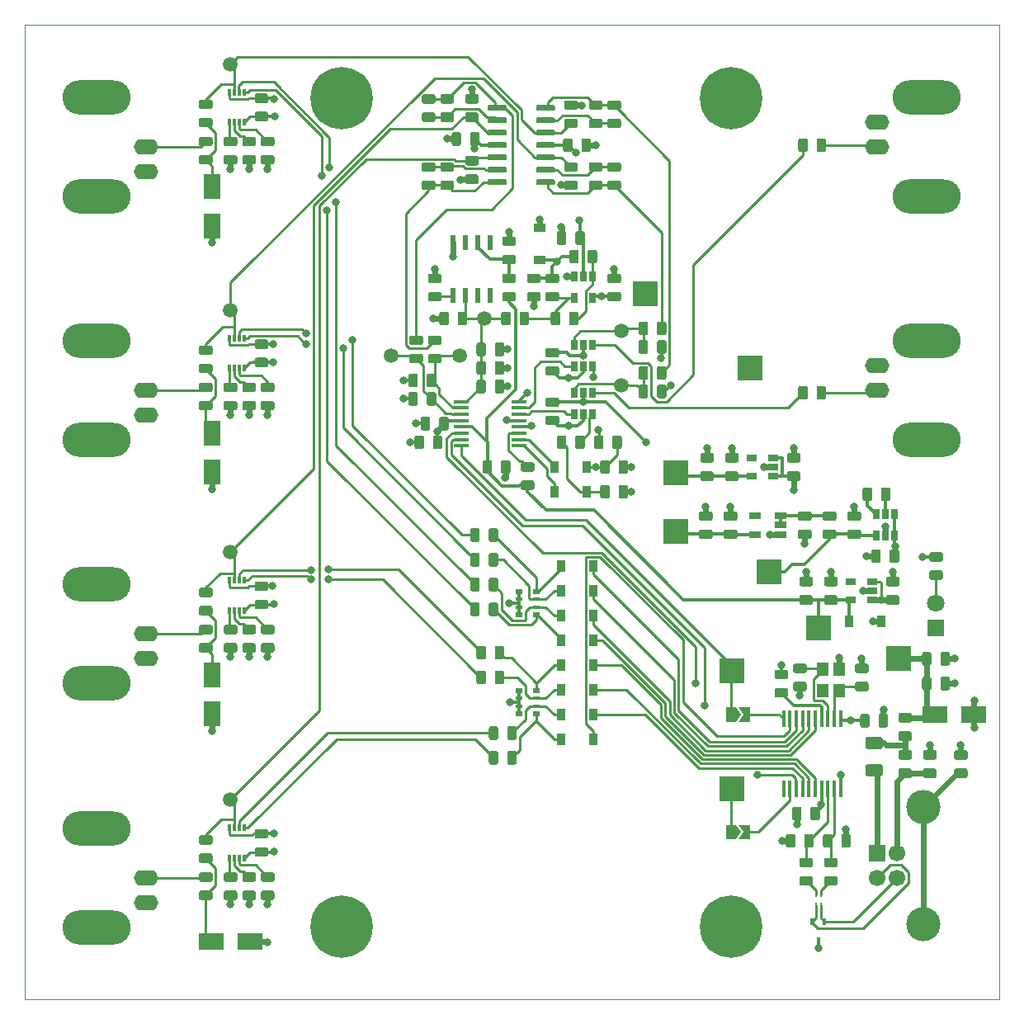
<source format=gbr>
%TF.GenerationSoftware,KiCad,Pcbnew,5.1.5*%
%TF.CreationDate,2020-04-14T20:04:17+02:00*%
%TF.ProjectId,daq_4ch_24bit,6461715f-3463-4685-9f32-346269742e6b,1.1.0*%
%TF.SameCoordinates,Original*%
%TF.FileFunction,Copper,L1,Top*%
%TF.FilePolarity,Positive*%
%FSLAX46Y46*%
G04 Gerber Fmt 4.6, Leading zero omitted, Abs format (unit mm)*
G04 Created by KiCad (PCBNEW 5.1.5) date 2020-04-14 20:04:17*
%MOMM*%
%LPD*%
G04 APERTURE LIST*
%ADD10C,0.050000*%
%ADD11C,0.100000*%
%ADD12C,0.800000*%
%ADD13C,6.400000*%
%ADD14R,2.500000X2.500000*%
%ADD15R,0.250000X0.500000*%
%ADD16R,0.800000X0.500000*%
%ADD17R,0.800000X0.400000*%
%ADD18C,1.800000*%
%ADD19R,1.800000X1.800000*%
%ADD20C,3.500000*%
%ADD21C,1.700000*%
%ADD22R,1.700000X1.700000*%
%ADD23R,1.200000X1.400000*%
%ADD24R,0.450000X1.750000*%
%ADD25R,0.650000X1.060000*%
%ADD26R,1.220000X0.650000*%
%ADD27R,1.060000X0.650000*%
%ADD28R,1.500000X0.450000*%
%ADD29R,0.300000X0.800000*%
%ADD30R,0.600000X1.550000*%
%ADD31R,0.450000X0.700000*%
%ADD32C,1.500000*%
%ADD33O,2.500000X1.600000*%
%ADD34O,7.000000X3.500000*%
%ADD35R,0.900000X1.200000*%
%ADD36R,1.200000X0.900000*%
%ADD37R,1.800000X2.500000*%
%ADD38R,2.500000X1.800000*%
%ADD39C,0.250000*%
%ADD40C,0.350000*%
%ADD41C,0.600000*%
G04 APERTURE END LIST*
D10*
X150000000Y-57500000D02*
X150000000Y-157500000D01*
X50000000Y-157500000D02*
X50000000Y-57500000D01*
X50000000Y-157500000D02*
X150000000Y-157500000D01*
X50000000Y-57500000D02*
X150000000Y-57500000D01*
%TA.AperFunction,SMDPad,CuDef*%
D11*
G36*
X108520142Y-80581174D02*
G01*
X108543803Y-80584684D01*
X108567007Y-80590496D01*
X108589529Y-80598554D01*
X108611153Y-80608782D01*
X108631670Y-80621079D01*
X108650883Y-80635329D01*
X108668607Y-80651393D01*
X108684671Y-80669117D01*
X108698921Y-80688330D01*
X108711218Y-80708847D01*
X108721446Y-80730471D01*
X108729504Y-80752993D01*
X108735316Y-80776197D01*
X108738826Y-80799858D01*
X108740000Y-80823750D01*
X108740000Y-81736250D01*
X108738826Y-81760142D01*
X108735316Y-81783803D01*
X108729504Y-81807007D01*
X108721446Y-81829529D01*
X108711218Y-81851153D01*
X108698921Y-81871670D01*
X108684671Y-81890883D01*
X108668607Y-81908607D01*
X108650883Y-81924671D01*
X108631670Y-81938921D01*
X108611153Y-81951218D01*
X108589529Y-81961446D01*
X108567007Y-81969504D01*
X108543803Y-81975316D01*
X108520142Y-81978826D01*
X108496250Y-81980000D01*
X108008750Y-81980000D01*
X107984858Y-81978826D01*
X107961197Y-81975316D01*
X107937993Y-81969504D01*
X107915471Y-81961446D01*
X107893847Y-81951218D01*
X107873330Y-81938921D01*
X107854117Y-81924671D01*
X107836393Y-81908607D01*
X107820329Y-81890883D01*
X107806079Y-81871670D01*
X107793782Y-81851153D01*
X107783554Y-81829529D01*
X107775496Y-81807007D01*
X107769684Y-81783803D01*
X107766174Y-81760142D01*
X107765000Y-81736250D01*
X107765000Y-80823750D01*
X107766174Y-80799858D01*
X107769684Y-80776197D01*
X107775496Y-80752993D01*
X107783554Y-80730471D01*
X107793782Y-80708847D01*
X107806079Y-80688330D01*
X107820329Y-80669117D01*
X107836393Y-80651393D01*
X107854117Y-80635329D01*
X107873330Y-80621079D01*
X107893847Y-80608782D01*
X107915471Y-80598554D01*
X107937993Y-80590496D01*
X107961197Y-80584684D01*
X107984858Y-80581174D01*
X108008750Y-80580000D01*
X108496250Y-80580000D01*
X108520142Y-80581174D01*
G37*
%TD.AperFunction*%
%TA.AperFunction,SMDPad,CuDef*%
G36*
X106645142Y-80581174D02*
G01*
X106668803Y-80584684D01*
X106692007Y-80590496D01*
X106714529Y-80598554D01*
X106736153Y-80608782D01*
X106756670Y-80621079D01*
X106775883Y-80635329D01*
X106793607Y-80651393D01*
X106809671Y-80669117D01*
X106823921Y-80688330D01*
X106836218Y-80708847D01*
X106846446Y-80730471D01*
X106854504Y-80752993D01*
X106860316Y-80776197D01*
X106863826Y-80799858D01*
X106865000Y-80823750D01*
X106865000Y-81736250D01*
X106863826Y-81760142D01*
X106860316Y-81783803D01*
X106854504Y-81807007D01*
X106846446Y-81829529D01*
X106836218Y-81851153D01*
X106823921Y-81871670D01*
X106809671Y-81890883D01*
X106793607Y-81908607D01*
X106775883Y-81924671D01*
X106756670Y-81938921D01*
X106736153Y-81951218D01*
X106714529Y-81961446D01*
X106692007Y-81969504D01*
X106668803Y-81975316D01*
X106645142Y-81978826D01*
X106621250Y-81980000D01*
X106133750Y-81980000D01*
X106109858Y-81978826D01*
X106086197Y-81975316D01*
X106062993Y-81969504D01*
X106040471Y-81961446D01*
X106018847Y-81951218D01*
X105998330Y-81938921D01*
X105979117Y-81924671D01*
X105961393Y-81908607D01*
X105945329Y-81890883D01*
X105931079Y-81871670D01*
X105918782Y-81851153D01*
X105908554Y-81829529D01*
X105900496Y-81807007D01*
X105894684Y-81783803D01*
X105891174Y-81760142D01*
X105890000Y-81736250D01*
X105890000Y-80823750D01*
X105891174Y-80799858D01*
X105894684Y-80776197D01*
X105900496Y-80752993D01*
X105908554Y-80730471D01*
X105918782Y-80708847D01*
X105931079Y-80688330D01*
X105945329Y-80669117D01*
X105961393Y-80651393D01*
X105979117Y-80635329D01*
X105998330Y-80621079D01*
X106018847Y-80608782D01*
X106040471Y-80598554D01*
X106062993Y-80590496D01*
X106086197Y-80584684D01*
X106109858Y-80581174D01*
X106133750Y-80580000D01*
X106621250Y-80580000D01*
X106645142Y-80581174D01*
G37*
%TD.AperFunction*%
%TA.AperFunction,SMDPad,CuDef*%
G36*
X104740142Y-86931174D02*
G01*
X104763803Y-86934684D01*
X104787007Y-86940496D01*
X104809529Y-86948554D01*
X104831153Y-86958782D01*
X104851670Y-86971079D01*
X104870883Y-86985329D01*
X104888607Y-87001393D01*
X104904671Y-87019117D01*
X104918921Y-87038330D01*
X104931218Y-87058847D01*
X104941446Y-87080471D01*
X104949504Y-87102993D01*
X104955316Y-87126197D01*
X104958826Y-87149858D01*
X104960000Y-87173750D01*
X104960000Y-88086250D01*
X104958826Y-88110142D01*
X104955316Y-88133803D01*
X104949504Y-88157007D01*
X104941446Y-88179529D01*
X104931218Y-88201153D01*
X104918921Y-88221670D01*
X104904671Y-88240883D01*
X104888607Y-88258607D01*
X104870883Y-88274671D01*
X104851670Y-88288921D01*
X104831153Y-88301218D01*
X104809529Y-88311446D01*
X104787007Y-88319504D01*
X104763803Y-88325316D01*
X104740142Y-88328826D01*
X104716250Y-88330000D01*
X104228750Y-88330000D01*
X104204858Y-88328826D01*
X104181197Y-88325316D01*
X104157993Y-88319504D01*
X104135471Y-88311446D01*
X104113847Y-88301218D01*
X104093330Y-88288921D01*
X104074117Y-88274671D01*
X104056393Y-88258607D01*
X104040329Y-88240883D01*
X104026079Y-88221670D01*
X104013782Y-88201153D01*
X104003554Y-88179529D01*
X103995496Y-88157007D01*
X103989684Y-88133803D01*
X103986174Y-88110142D01*
X103985000Y-88086250D01*
X103985000Y-87173750D01*
X103986174Y-87149858D01*
X103989684Y-87126197D01*
X103995496Y-87102993D01*
X104003554Y-87080471D01*
X104013782Y-87058847D01*
X104026079Y-87038330D01*
X104040329Y-87019117D01*
X104056393Y-87001393D01*
X104074117Y-86985329D01*
X104093330Y-86971079D01*
X104113847Y-86958782D01*
X104135471Y-86948554D01*
X104157993Y-86940496D01*
X104181197Y-86934684D01*
X104204858Y-86931174D01*
X104228750Y-86930000D01*
X104716250Y-86930000D01*
X104740142Y-86931174D01*
G37*
%TD.AperFunction*%
%TA.AperFunction,SMDPad,CuDef*%
G36*
X106615142Y-86931174D02*
G01*
X106638803Y-86934684D01*
X106662007Y-86940496D01*
X106684529Y-86948554D01*
X106706153Y-86958782D01*
X106726670Y-86971079D01*
X106745883Y-86985329D01*
X106763607Y-87001393D01*
X106779671Y-87019117D01*
X106793921Y-87038330D01*
X106806218Y-87058847D01*
X106816446Y-87080471D01*
X106824504Y-87102993D01*
X106830316Y-87126197D01*
X106833826Y-87149858D01*
X106835000Y-87173750D01*
X106835000Y-88086250D01*
X106833826Y-88110142D01*
X106830316Y-88133803D01*
X106824504Y-88157007D01*
X106816446Y-88179529D01*
X106806218Y-88201153D01*
X106793921Y-88221670D01*
X106779671Y-88240883D01*
X106763607Y-88258607D01*
X106745883Y-88274671D01*
X106726670Y-88288921D01*
X106706153Y-88301218D01*
X106684529Y-88311446D01*
X106662007Y-88319504D01*
X106638803Y-88325316D01*
X106615142Y-88328826D01*
X106591250Y-88330000D01*
X106103750Y-88330000D01*
X106079858Y-88328826D01*
X106056197Y-88325316D01*
X106032993Y-88319504D01*
X106010471Y-88311446D01*
X105988847Y-88301218D01*
X105968330Y-88288921D01*
X105949117Y-88274671D01*
X105931393Y-88258607D01*
X105915329Y-88240883D01*
X105901079Y-88221670D01*
X105888782Y-88201153D01*
X105878554Y-88179529D01*
X105870496Y-88157007D01*
X105864684Y-88133803D01*
X105861174Y-88110142D01*
X105860000Y-88086250D01*
X105860000Y-87173750D01*
X105861174Y-87149858D01*
X105864684Y-87126197D01*
X105870496Y-87102993D01*
X105878554Y-87080471D01*
X105888782Y-87058847D01*
X105901079Y-87038330D01*
X105915329Y-87019117D01*
X105931393Y-87001393D01*
X105949117Y-86985329D01*
X105968330Y-86971079D01*
X105988847Y-86958782D01*
X106010471Y-86948554D01*
X106032993Y-86940496D01*
X106056197Y-86934684D01*
X106079858Y-86931174D01*
X106103750Y-86930000D01*
X106591250Y-86930000D01*
X106615142Y-86931174D01*
G37*
%TD.AperFunction*%
D12*
X124197056Y-63302944D03*
X122500000Y-62600000D03*
X120802944Y-63302944D03*
X120100000Y-65000000D03*
X120802944Y-66697056D03*
X122500000Y-67400000D03*
X124197056Y-66697056D03*
X124900000Y-65000000D03*
D13*
X122500000Y-65000000D03*
D12*
X84197056Y-63302944D03*
X82500000Y-62600000D03*
X80802944Y-63302944D03*
X80100000Y-65000000D03*
X80802944Y-66697056D03*
X82500000Y-67400000D03*
X84197056Y-66697056D03*
X84900000Y-65000000D03*
D13*
X82500000Y-65000000D03*
D12*
X124197056Y-148302944D03*
X122500000Y-147600000D03*
X120802944Y-148302944D03*
X120100000Y-150000000D03*
X120802944Y-151697056D03*
X122500000Y-152400000D03*
X124197056Y-151697056D03*
X124900000Y-150000000D03*
D13*
X122500000Y-150000000D03*
D12*
X84197056Y-148302944D03*
X82500000Y-147600000D03*
X80802944Y-148302944D03*
X80100000Y-150000000D03*
X80802944Y-151697056D03*
X82500000Y-152400000D03*
X84197056Y-151697056D03*
X84900000Y-150000000D03*
D13*
X82500000Y-150000000D03*
%TA.AperFunction,SMDPad,CuDef*%
D11*
G36*
X123465000Y-128270000D02*
G01*
X122965000Y-129020000D01*
X121965000Y-129020000D01*
X121965000Y-127520000D01*
X122965000Y-127520000D01*
X123465000Y-128270000D01*
G37*
%TD.AperFunction*%
%TA.AperFunction,SMDPad,CuDef*%
G36*
X124415000Y-129020000D02*
G01*
X123265000Y-129020000D01*
X123765000Y-128270000D01*
X123265000Y-127520000D01*
X124415000Y-127520000D01*
X124415000Y-129020000D01*
G37*
%TD.AperFunction*%
%TA.AperFunction,SMDPad,CuDef*%
G36*
X123465000Y-140335000D02*
G01*
X122965000Y-141085000D01*
X121965000Y-141085000D01*
X121965000Y-139585000D01*
X122965000Y-139585000D01*
X123465000Y-140335000D01*
G37*
%TD.AperFunction*%
%TA.AperFunction,SMDPad,CuDef*%
G36*
X124415000Y-141085000D02*
G01*
X123265000Y-141085000D01*
X123765000Y-140335000D01*
X123265000Y-139585000D01*
X124415000Y-139585000D01*
X124415000Y-141085000D01*
G37*
%TD.AperFunction*%
%TA.AperFunction,SMDPad,CuDef*%
G36*
X107250142Y-99631174D02*
G01*
X107273803Y-99634684D01*
X107297007Y-99640496D01*
X107319529Y-99648554D01*
X107341153Y-99658782D01*
X107361670Y-99671079D01*
X107380883Y-99685329D01*
X107398607Y-99701393D01*
X107414671Y-99719117D01*
X107428921Y-99738330D01*
X107441218Y-99758847D01*
X107451446Y-99780471D01*
X107459504Y-99802993D01*
X107465316Y-99826197D01*
X107468826Y-99849858D01*
X107470000Y-99873750D01*
X107470000Y-100786250D01*
X107468826Y-100810142D01*
X107465316Y-100833803D01*
X107459504Y-100857007D01*
X107451446Y-100879529D01*
X107441218Y-100901153D01*
X107428921Y-100921670D01*
X107414671Y-100940883D01*
X107398607Y-100958607D01*
X107380883Y-100974671D01*
X107361670Y-100988921D01*
X107341153Y-101001218D01*
X107319529Y-101011446D01*
X107297007Y-101019504D01*
X107273803Y-101025316D01*
X107250142Y-101028826D01*
X107226250Y-101030000D01*
X106738750Y-101030000D01*
X106714858Y-101028826D01*
X106691197Y-101025316D01*
X106667993Y-101019504D01*
X106645471Y-101011446D01*
X106623847Y-101001218D01*
X106603330Y-100988921D01*
X106584117Y-100974671D01*
X106566393Y-100958607D01*
X106550329Y-100940883D01*
X106536079Y-100921670D01*
X106523782Y-100901153D01*
X106513554Y-100879529D01*
X106505496Y-100857007D01*
X106499684Y-100833803D01*
X106496174Y-100810142D01*
X106495000Y-100786250D01*
X106495000Y-99873750D01*
X106496174Y-99849858D01*
X106499684Y-99826197D01*
X106505496Y-99802993D01*
X106513554Y-99780471D01*
X106523782Y-99758847D01*
X106536079Y-99738330D01*
X106550329Y-99719117D01*
X106566393Y-99701393D01*
X106584117Y-99685329D01*
X106603330Y-99671079D01*
X106623847Y-99658782D01*
X106645471Y-99648554D01*
X106667993Y-99640496D01*
X106691197Y-99634684D01*
X106714858Y-99631174D01*
X106738750Y-99630000D01*
X107226250Y-99630000D01*
X107250142Y-99631174D01*
G37*
%TD.AperFunction*%
%TA.AperFunction,SMDPad,CuDef*%
G36*
X105375142Y-99631174D02*
G01*
X105398803Y-99634684D01*
X105422007Y-99640496D01*
X105444529Y-99648554D01*
X105466153Y-99658782D01*
X105486670Y-99671079D01*
X105505883Y-99685329D01*
X105523607Y-99701393D01*
X105539671Y-99719117D01*
X105553921Y-99738330D01*
X105566218Y-99758847D01*
X105576446Y-99780471D01*
X105584504Y-99802993D01*
X105590316Y-99826197D01*
X105593826Y-99849858D01*
X105595000Y-99873750D01*
X105595000Y-100786250D01*
X105593826Y-100810142D01*
X105590316Y-100833803D01*
X105584504Y-100857007D01*
X105576446Y-100879529D01*
X105566218Y-100901153D01*
X105553921Y-100921670D01*
X105539671Y-100940883D01*
X105523607Y-100958607D01*
X105505883Y-100974671D01*
X105486670Y-100988921D01*
X105466153Y-101001218D01*
X105444529Y-101011446D01*
X105422007Y-101019504D01*
X105398803Y-101025316D01*
X105375142Y-101028826D01*
X105351250Y-101030000D01*
X104863750Y-101030000D01*
X104839858Y-101028826D01*
X104816197Y-101025316D01*
X104792993Y-101019504D01*
X104770471Y-101011446D01*
X104748847Y-101001218D01*
X104728330Y-100988921D01*
X104709117Y-100974671D01*
X104691393Y-100958607D01*
X104675329Y-100940883D01*
X104661079Y-100921670D01*
X104648782Y-100901153D01*
X104638554Y-100879529D01*
X104630496Y-100857007D01*
X104624684Y-100833803D01*
X104621174Y-100810142D01*
X104620000Y-100786250D01*
X104620000Y-99873750D01*
X104621174Y-99849858D01*
X104624684Y-99826197D01*
X104630496Y-99802993D01*
X104638554Y-99780471D01*
X104648782Y-99758847D01*
X104661079Y-99738330D01*
X104675329Y-99719117D01*
X104691393Y-99701393D01*
X104709117Y-99685329D01*
X104728330Y-99671079D01*
X104748847Y-99658782D01*
X104770471Y-99648554D01*
X104792993Y-99640496D01*
X104816197Y-99634684D01*
X104839858Y-99631174D01*
X104863750Y-99630000D01*
X105351250Y-99630000D01*
X105375142Y-99631174D01*
G37*
%TD.AperFunction*%
%TA.AperFunction,SMDPad,CuDef*%
G36*
X109185142Y-99631174D02*
G01*
X109208803Y-99634684D01*
X109232007Y-99640496D01*
X109254529Y-99648554D01*
X109276153Y-99658782D01*
X109296670Y-99671079D01*
X109315883Y-99685329D01*
X109333607Y-99701393D01*
X109349671Y-99719117D01*
X109363921Y-99738330D01*
X109376218Y-99758847D01*
X109386446Y-99780471D01*
X109394504Y-99802993D01*
X109400316Y-99826197D01*
X109403826Y-99849858D01*
X109405000Y-99873750D01*
X109405000Y-100786250D01*
X109403826Y-100810142D01*
X109400316Y-100833803D01*
X109394504Y-100857007D01*
X109386446Y-100879529D01*
X109376218Y-100901153D01*
X109363921Y-100921670D01*
X109349671Y-100940883D01*
X109333607Y-100958607D01*
X109315883Y-100974671D01*
X109296670Y-100988921D01*
X109276153Y-101001218D01*
X109254529Y-101011446D01*
X109232007Y-101019504D01*
X109208803Y-101025316D01*
X109185142Y-101028826D01*
X109161250Y-101030000D01*
X108673750Y-101030000D01*
X108649858Y-101028826D01*
X108626197Y-101025316D01*
X108602993Y-101019504D01*
X108580471Y-101011446D01*
X108558847Y-101001218D01*
X108538330Y-100988921D01*
X108519117Y-100974671D01*
X108501393Y-100958607D01*
X108485329Y-100940883D01*
X108471079Y-100921670D01*
X108458782Y-100901153D01*
X108448554Y-100879529D01*
X108440496Y-100857007D01*
X108434684Y-100833803D01*
X108431174Y-100810142D01*
X108430000Y-100786250D01*
X108430000Y-99873750D01*
X108431174Y-99849858D01*
X108434684Y-99826197D01*
X108440496Y-99802993D01*
X108448554Y-99780471D01*
X108458782Y-99758847D01*
X108471079Y-99738330D01*
X108485329Y-99719117D01*
X108501393Y-99701393D01*
X108519117Y-99685329D01*
X108538330Y-99671079D01*
X108558847Y-99658782D01*
X108580471Y-99648554D01*
X108602993Y-99640496D01*
X108626197Y-99634684D01*
X108649858Y-99631174D01*
X108673750Y-99630000D01*
X109161250Y-99630000D01*
X109185142Y-99631174D01*
G37*
%TD.AperFunction*%
%TA.AperFunction,SMDPad,CuDef*%
G36*
X111060142Y-99631174D02*
G01*
X111083803Y-99634684D01*
X111107007Y-99640496D01*
X111129529Y-99648554D01*
X111151153Y-99658782D01*
X111171670Y-99671079D01*
X111190883Y-99685329D01*
X111208607Y-99701393D01*
X111224671Y-99719117D01*
X111238921Y-99738330D01*
X111251218Y-99758847D01*
X111261446Y-99780471D01*
X111269504Y-99802993D01*
X111275316Y-99826197D01*
X111278826Y-99849858D01*
X111280000Y-99873750D01*
X111280000Y-100786250D01*
X111278826Y-100810142D01*
X111275316Y-100833803D01*
X111269504Y-100857007D01*
X111261446Y-100879529D01*
X111251218Y-100901153D01*
X111238921Y-100921670D01*
X111224671Y-100940883D01*
X111208607Y-100958607D01*
X111190883Y-100974671D01*
X111171670Y-100988921D01*
X111151153Y-101001218D01*
X111129529Y-101011446D01*
X111107007Y-101019504D01*
X111083803Y-101025316D01*
X111060142Y-101028826D01*
X111036250Y-101030000D01*
X110548750Y-101030000D01*
X110524858Y-101028826D01*
X110501197Y-101025316D01*
X110477993Y-101019504D01*
X110455471Y-101011446D01*
X110433847Y-101001218D01*
X110413330Y-100988921D01*
X110394117Y-100974671D01*
X110376393Y-100958607D01*
X110360329Y-100940883D01*
X110346079Y-100921670D01*
X110333782Y-100901153D01*
X110323554Y-100879529D01*
X110315496Y-100857007D01*
X110309684Y-100833803D01*
X110306174Y-100810142D01*
X110305000Y-100786250D01*
X110305000Y-99873750D01*
X110306174Y-99849858D01*
X110309684Y-99826197D01*
X110315496Y-99802993D01*
X110323554Y-99780471D01*
X110333782Y-99758847D01*
X110346079Y-99738330D01*
X110360329Y-99719117D01*
X110376393Y-99701393D01*
X110394117Y-99685329D01*
X110413330Y-99671079D01*
X110433847Y-99658782D01*
X110455471Y-99648554D01*
X110477993Y-99640496D01*
X110501197Y-99634684D01*
X110524858Y-99631174D01*
X110548750Y-99630000D01*
X111036250Y-99630000D01*
X111060142Y-99631174D01*
G37*
%TD.AperFunction*%
%TA.AperFunction,SMDPad,CuDef*%
G36*
X96485142Y-116776174D02*
G01*
X96508803Y-116779684D01*
X96532007Y-116785496D01*
X96554529Y-116793554D01*
X96576153Y-116803782D01*
X96596670Y-116816079D01*
X96615883Y-116830329D01*
X96633607Y-116846393D01*
X96649671Y-116864117D01*
X96663921Y-116883330D01*
X96676218Y-116903847D01*
X96686446Y-116925471D01*
X96694504Y-116947993D01*
X96700316Y-116971197D01*
X96703826Y-116994858D01*
X96705000Y-117018750D01*
X96705000Y-117931250D01*
X96703826Y-117955142D01*
X96700316Y-117978803D01*
X96694504Y-118002007D01*
X96686446Y-118024529D01*
X96676218Y-118046153D01*
X96663921Y-118066670D01*
X96649671Y-118085883D01*
X96633607Y-118103607D01*
X96615883Y-118119671D01*
X96596670Y-118133921D01*
X96576153Y-118146218D01*
X96554529Y-118156446D01*
X96532007Y-118164504D01*
X96508803Y-118170316D01*
X96485142Y-118173826D01*
X96461250Y-118175000D01*
X95973750Y-118175000D01*
X95949858Y-118173826D01*
X95926197Y-118170316D01*
X95902993Y-118164504D01*
X95880471Y-118156446D01*
X95858847Y-118146218D01*
X95838330Y-118133921D01*
X95819117Y-118119671D01*
X95801393Y-118103607D01*
X95785329Y-118085883D01*
X95771079Y-118066670D01*
X95758782Y-118046153D01*
X95748554Y-118024529D01*
X95740496Y-118002007D01*
X95734684Y-117978803D01*
X95731174Y-117955142D01*
X95730000Y-117931250D01*
X95730000Y-117018750D01*
X95731174Y-116994858D01*
X95734684Y-116971197D01*
X95740496Y-116947993D01*
X95748554Y-116925471D01*
X95758782Y-116903847D01*
X95771079Y-116883330D01*
X95785329Y-116864117D01*
X95801393Y-116846393D01*
X95819117Y-116830329D01*
X95838330Y-116816079D01*
X95858847Y-116803782D01*
X95880471Y-116793554D01*
X95902993Y-116785496D01*
X95926197Y-116779684D01*
X95949858Y-116776174D01*
X95973750Y-116775000D01*
X96461250Y-116775000D01*
X96485142Y-116776174D01*
G37*
%TD.AperFunction*%
%TA.AperFunction,SMDPad,CuDef*%
G36*
X98360142Y-116776174D02*
G01*
X98383803Y-116779684D01*
X98407007Y-116785496D01*
X98429529Y-116793554D01*
X98451153Y-116803782D01*
X98471670Y-116816079D01*
X98490883Y-116830329D01*
X98508607Y-116846393D01*
X98524671Y-116864117D01*
X98538921Y-116883330D01*
X98551218Y-116903847D01*
X98561446Y-116925471D01*
X98569504Y-116947993D01*
X98575316Y-116971197D01*
X98578826Y-116994858D01*
X98580000Y-117018750D01*
X98580000Y-117931250D01*
X98578826Y-117955142D01*
X98575316Y-117978803D01*
X98569504Y-118002007D01*
X98561446Y-118024529D01*
X98551218Y-118046153D01*
X98538921Y-118066670D01*
X98524671Y-118085883D01*
X98508607Y-118103607D01*
X98490883Y-118119671D01*
X98471670Y-118133921D01*
X98451153Y-118146218D01*
X98429529Y-118156446D01*
X98407007Y-118164504D01*
X98383803Y-118170316D01*
X98360142Y-118173826D01*
X98336250Y-118175000D01*
X97848750Y-118175000D01*
X97824858Y-118173826D01*
X97801197Y-118170316D01*
X97777993Y-118164504D01*
X97755471Y-118156446D01*
X97733847Y-118146218D01*
X97713330Y-118133921D01*
X97694117Y-118119671D01*
X97676393Y-118103607D01*
X97660329Y-118085883D01*
X97646079Y-118066670D01*
X97633782Y-118046153D01*
X97623554Y-118024529D01*
X97615496Y-118002007D01*
X97609684Y-117978803D01*
X97606174Y-117955142D01*
X97605000Y-117931250D01*
X97605000Y-117018750D01*
X97606174Y-116994858D01*
X97609684Y-116971197D01*
X97615496Y-116947993D01*
X97623554Y-116925471D01*
X97633782Y-116903847D01*
X97646079Y-116883330D01*
X97660329Y-116864117D01*
X97676393Y-116846393D01*
X97694117Y-116830329D01*
X97713330Y-116816079D01*
X97733847Y-116803782D01*
X97755471Y-116793554D01*
X97777993Y-116785496D01*
X97801197Y-116779684D01*
X97824858Y-116776174D01*
X97848750Y-116775000D01*
X98336250Y-116775000D01*
X98360142Y-116776174D01*
G37*
%TD.AperFunction*%
%TA.AperFunction,SMDPad,CuDef*%
G36*
X96485142Y-114236174D02*
G01*
X96508803Y-114239684D01*
X96532007Y-114245496D01*
X96554529Y-114253554D01*
X96576153Y-114263782D01*
X96596670Y-114276079D01*
X96615883Y-114290329D01*
X96633607Y-114306393D01*
X96649671Y-114324117D01*
X96663921Y-114343330D01*
X96676218Y-114363847D01*
X96686446Y-114385471D01*
X96694504Y-114407993D01*
X96700316Y-114431197D01*
X96703826Y-114454858D01*
X96705000Y-114478750D01*
X96705000Y-115391250D01*
X96703826Y-115415142D01*
X96700316Y-115438803D01*
X96694504Y-115462007D01*
X96686446Y-115484529D01*
X96676218Y-115506153D01*
X96663921Y-115526670D01*
X96649671Y-115545883D01*
X96633607Y-115563607D01*
X96615883Y-115579671D01*
X96596670Y-115593921D01*
X96576153Y-115606218D01*
X96554529Y-115616446D01*
X96532007Y-115624504D01*
X96508803Y-115630316D01*
X96485142Y-115633826D01*
X96461250Y-115635000D01*
X95973750Y-115635000D01*
X95949858Y-115633826D01*
X95926197Y-115630316D01*
X95902993Y-115624504D01*
X95880471Y-115616446D01*
X95858847Y-115606218D01*
X95838330Y-115593921D01*
X95819117Y-115579671D01*
X95801393Y-115563607D01*
X95785329Y-115545883D01*
X95771079Y-115526670D01*
X95758782Y-115506153D01*
X95748554Y-115484529D01*
X95740496Y-115462007D01*
X95734684Y-115438803D01*
X95731174Y-115415142D01*
X95730000Y-115391250D01*
X95730000Y-114478750D01*
X95731174Y-114454858D01*
X95734684Y-114431197D01*
X95740496Y-114407993D01*
X95748554Y-114385471D01*
X95758782Y-114363847D01*
X95771079Y-114343330D01*
X95785329Y-114324117D01*
X95801393Y-114306393D01*
X95819117Y-114290329D01*
X95838330Y-114276079D01*
X95858847Y-114263782D01*
X95880471Y-114253554D01*
X95902993Y-114245496D01*
X95926197Y-114239684D01*
X95949858Y-114236174D01*
X95973750Y-114235000D01*
X96461250Y-114235000D01*
X96485142Y-114236174D01*
G37*
%TD.AperFunction*%
%TA.AperFunction,SMDPad,CuDef*%
G36*
X98360142Y-114236174D02*
G01*
X98383803Y-114239684D01*
X98407007Y-114245496D01*
X98429529Y-114253554D01*
X98451153Y-114263782D01*
X98471670Y-114276079D01*
X98490883Y-114290329D01*
X98508607Y-114306393D01*
X98524671Y-114324117D01*
X98538921Y-114343330D01*
X98551218Y-114363847D01*
X98561446Y-114385471D01*
X98569504Y-114407993D01*
X98575316Y-114431197D01*
X98578826Y-114454858D01*
X98580000Y-114478750D01*
X98580000Y-115391250D01*
X98578826Y-115415142D01*
X98575316Y-115438803D01*
X98569504Y-115462007D01*
X98561446Y-115484529D01*
X98551218Y-115506153D01*
X98538921Y-115526670D01*
X98524671Y-115545883D01*
X98508607Y-115563607D01*
X98490883Y-115579671D01*
X98471670Y-115593921D01*
X98451153Y-115606218D01*
X98429529Y-115616446D01*
X98407007Y-115624504D01*
X98383803Y-115630316D01*
X98360142Y-115633826D01*
X98336250Y-115635000D01*
X97848750Y-115635000D01*
X97824858Y-115633826D01*
X97801197Y-115630316D01*
X97777993Y-115624504D01*
X97755471Y-115616446D01*
X97733847Y-115606218D01*
X97713330Y-115593921D01*
X97694117Y-115579671D01*
X97676393Y-115563607D01*
X97660329Y-115545883D01*
X97646079Y-115526670D01*
X97633782Y-115506153D01*
X97623554Y-115484529D01*
X97615496Y-115462007D01*
X97609684Y-115438803D01*
X97606174Y-115415142D01*
X97605000Y-115391250D01*
X97605000Y-114478750D01*
X97606174Y-114454858D01*
X97609684Y-114431197D01*
X97615496Y-114407993D01*
X97623554Y-114385471D01*
X97633782Y-114363847D01*
X97646079Y-114343330D01*
X97660329Y-114324117D01*
X97676393Y-114306393D01*
X97694117Y-114290329D01*
X97713330Y-114276079D01*
X97733847Y-114263782D01*
X97755471Y-114253554D01*
X97777993Y-114245496D01*
X97801197Y-114239684D01*
X97824858Y-114236174D01*
X97848750Y-114235000D01*
X98336250Y-114235000D01*
X98360142Y-114236174D01*
G37*
%TD.AperFunction*%
%TA.AperFunction,SMDPad,CuDef*%
G36*
X96485142Y-111696174D02*
G01*
X96508803Y-111699684D01*
X96532007Y-111705496D01*
X96554529Y-111713554D01*
X96576153Y-111723782D01*
X96596670Y-111736079D01*
X96615883Y-111750329D01*
X96633607Y-111766393D01*
X96649671Y-111784117D01*
X96663921Y-111803330D01*
X96676218Y-111823847D01*
X96686446Y-111845471D01*
X96694504Y-111867993D01*
X96700316Y-111891197D01*
X96703826Y-111914858D01*
X96705000Y-111938750D01*
X96705000Y-112851250D01*
X96703826Y-112875142D01*
X96700316Y-112898803D01*
X96694504Y-112922007D01*
X96686446Y-112944529D01*
X96676218Y-112966153D01*
X96663921Y-112986670D01*
X96649671Y-113005883D01*
X96633607Y-113023607D01*
X96615883Y-113039671D01*
X96596670Y-113053921D01*
X96576153Y-113066218D01*
X96554529Y-113076446D01*
X96532007Y-113084504D01*
X96508803Y-113090316D01*
X96485142Y-113093826D01*
X96461250Y-113095000D01*
X95973750Y-113095000D01*
X95949858Y-113093826D01*
X95926197Y-113090316D01*
X95902993Y-113084504D01*
X95880471Y-113076446D01*
X95858847Y-113066218D01*
X95838330Y-113053921D01*
X95819117Y-113039671D01*
X95801393Y-113023607D01*
X95785329Y-113005883D01*
X95771079Y-112986670D01*
X95758782Y-112966153D01*
X95748554Y-112944529D01*
X95740496Y-112922007D01*
X95734684Y-112898803D01*
X95731174Y-112875142D01*
X95730000Y-112851250D01*
X95730000Y-111938750D01*
X95731174Y-111914858D01*
X95734684Y-111891197D01*
X95740496Y-111867993D01*
X95748554Y-111845471D01*
X95758782Y-111823847D01*
X95771079Y-111803330D01*
X95785329Y-111784117D01*
X95801393Y-111766393D01*
X95819117Y-111750329D01*
X95838330Y-111736079D01*
X95858847Y-111723782D01*
X95880471Y-111713554D01*
X95902993Y-111705496D01*
X95926197Y-111699684D01*
X95949858Y-111696174D01*
X95973750Y-111695000D01*
X96461250Y-111695000D01*
X96485142Y-111696174D01*
G37*
%TD.AperFunction*%
%TA.AperFunction,SMDPad,CuDef*%
G36*
X98360142Y-111696174D02*
G01*
X98383803Y-111699684D01*
X98407007Y-111705496D01*
X98429529Y-111713554D01*
X98451153Y-111723782D01*
X98471670Y-111736079D01*
X98490883Y-111750329D01*
X98508607Y-111766393D01*
X98524671Y-111784117D01*
X98538921Y-111803330D01*
X98551218Y-111823847D01*
X98561446Y-111845471D01*
X98569504Y-111867993D01*
X98575316Y-111891197D01*
X98578826Y-111914858D01*
X98580000Y-111938750D01*
X98580000Y-112851250D01*
X98578826Y-112875142D01*
X98575316Y-112898803D01*
X98569504Y-112922007D01*
X98561446Y-112944529D01*
X98551218Y-112966153D01*
X98538921Y-112986670D01*
X98524671Y-113005883D01*
X98508607Y-113023607D01*
X98490883Y-113039671D01*
X98471670Y-113053921D01*
X98451153Y-113066218D01*
X98429529Y-113076446D01*
X98407007Y-113084504D01*
X98383803Y-113090316D01*
X98360142Y-113093826D01*
X98336250Y-113095000D01*
X97848750Y-113095000D01*
X97824858Y-113093826D01*
X97801197Y-113090316D01*
X97777993Y-113084504D01*
X97755471Y-113076446D01*
X97733847Y-113066218D01*
X97713330Y-113053921D01*
X97694117Y-113039671D01*
X97676393Y-113023607D01*
X97660329Y-113005883D01*
X97646079Y-112986670D01*
X97633782Y-112966153D01*
X97623554Y-112944529D01*
X97615496Y-112922007D01*
X97609684Y-112898803D01*
X97606174Y-112875142D01*
X97605000Y-112851250D01*
X97605000Y-111938750D01*
X97606174Y-111914858D01*
X97609684Y-111891197D01*
X97615496Y-111867993D01*
X97623554Y-111845471D01*
X97633782Y-111823847D01*
X97646079Y-111803330D01*
X97660329Y-111784117D01*
X97676393Y-111766393D01*
X97694117Y-111750329D01*
X97713330Y-111736079D01*
X97733847Y-111723782D01*
X97755471Y-111713554D01*
X97777993Y-111705496D01*
X97801197Y-111699684D01*
X97824858Y-111696174D01*
X97848750Y-111695000D01*
X98336250Y-111695000D01*
X98360142Y-111696174D01*
G37*
%TD.AperFunction*%
%TA.AperFunction,SMDPad,CuDef*%
G36*
X96485142Y-109156174D02*
G01*
X96508803Y-109159684D01*
X96532007Y-109165496D01*
X96554529Y-109173554D01*
X96576153Y-109183782D01*
X96596670Y-109196079D01*
X96615883Y-109210329D01*
X96633607Y-109226393D01*
X96649671Y-109244117D01*
X96663921Y-109263330D01*
X96676218Y-109283847D01*
X96686446Y-109305471D01*
X96694504Y-109327993D01*
X96700316Y-109351197D01*
X96703826Y-109374858D01*
X96705000Y-109398750D01*
X96705000Y-110311250D01*
X96703826Y-110335142D01*
X96700316Y-110358803D01*
X96694504Y-110382007D01*
X96686446Y-110404529D01*
X96676218Y-110426153D01*
X96663921Y-110446670D01*
X96649671Y-110465883D01*
X96633607Y-110483607D01*
X96615883Y-110499671D01*
X96596670Y-110513921D01*
X96576153Y-110526218D01*
X96554529Y-110536446D01*
X96532007Y-110544504D01*
X96508803Y-110550316D01*
X96485142Y-110553826D01*
X96461250Y-110555000D01*
X95973750Y-110555000D01*
X95949858Y-110553826D01*
X95926197Y-110550316D01*
X95902993Y-110544504D01*
X95880471Y-110536446D01*
X95858847Y-110526218D01*
X95838330Y-110513921D01*
X95819117Y-110499671D01*
X95801393Y-110483607D01*
X95785329Y-110465883D01*
X95771079Y-110446670D01*
X95758782Y-110426153D01*
X95748554Y-110404529D01*
X95740496Y-110382007D01*
X95734684Y-110358803D01*
X95731174Y-110335142D01*
X95730000Y-110311250D01*
X95730000Y-109398750D01*
X95731174Y-109374858D01*
X95734684Y-109351197D01*
X95740496Y-109327993D01*
X95748554Y-109305471D01*
X95758782Y-109283847D01*
X95771079Y-109263330D01*
X95785329Y-109244117D01*
X95801393Y-109226393D01*
X95819117Y-109210329D01*
X95838330Y-109196079D01*
X95858847Y-109183782D01*
X95880471Y-109173554D01*
X95902993Y-109165496D01*
X95926197Y-109159684D01*
X95949858Y-109156174D01*
X95973750Y-109155000D01*
X96461250Y-109155000D01*
X96485142Y-109156174D01*
G37*
%TD.AperFunction*%
%TA.AperFunction,SMDPad,CuDef*%
G36*
X98360142Y-109156174D02*
G01*
X98383803Y-109159684D01*
X98407007Y-109165496D01*
X98429529Y-109173554D01*
X98451153Y-109183782D01*
X98471670Y-109196079D01*
X98490883Y-109210329D01*
X98508607Y-109226393D01*
X98524671Y-109244117D01*
X98538921Y-109263330D01*
X98551218Y-109283847D01*
X98561446Y-109305471D01*
X98569504Y-109327993D01*
X98575316Y-109351197D01*
X98578826Y-109374858D01*
X98580000Y-109398750D01*
X98580000Y-110311250D01*
X98578826Y-110335142D01*
X98575316Y-110358803D01*
X98569504Y-110382007D01*
X98561446Y-110404529D01*
X98551218Y-110426153D01*
X98538921Y-110446670D01*
X98524671Y-110465883D01*
X98508607Y-110483607D01*
X98490883Y-110499671D01*
X98471670Y-110513921D01*
X98451153Y-110526218D01*
X98429529Y-110536446D01*
X98407007Y-110544504D01*
X98383803Y-110550316D01*
X98360142Y-110553826D01*
X98336250Y-110555000D01*
X97848750Y-110555000D01*
X97824858Y-110553826D01*
X97801197Y-110550316D01*
X97777993Y-110544504D01*
X97755471Y-110536446D01*
X97733847Y-110526218D01*
X97713330Y-110513921D01*
X97694117Y-110499671D01*
X97676393Y-110483607D01*
X97660329Y-110465883D01*
X97646079Y-110446670D01*
X97633782Y-110426153D01*
X97623554Y-110404529D01*
X97615496Y-110382007D01*
X97609684Y-110358803D01*
X97606174Y-110335142D01*
X97605000Y-110311250D01*
X97605000Y-109398750D01*
X97606174Y-109374858D01*
X97609684Y-109351197D01*
X97615496Y-109327993D01*
X97623554Y-109305471D01*
X97633782Y-109283847D01*
X97646079Y-109263330D01*
X97660329Y-109244117D01*
X97676393Y-109226393D01*
X97694117Y-109210329D01*
X97713330Y-109196079D01*
X97733847Y-109183782D01*
X97755471Y-109173554D01*
X97777993Y-109165496D01*
X97801197Y-109159684D01*
X97824858Y-109156174D01*
X97848750Y-109155000D01*
X98336250Y-109155000D01*
X98360142Y-109156174D01*
G37*
%TD.AperFunction*%
%TA.AperFunction,SMDPad,CuDef*%
G36*
X98390142Y-132016174D02*
G01*
X98413803Y-132019684D01*
X98437007Y-132025496D01*
X98459529Y-132033554D01*
X98481153Y-132043782D01*
X98501670Y-132056079D01*
X98520883Y-132070329D01*
X98538607Y-132086393D01*
X98554671Y-132104117D01*
X98568921Y-132123330D01*
X98581218Y-132143847D01*
X98591446Y-132165471D01*
X98599504Y-132187993D01*
X98605316Y-132211197D01*
X98608826Y-132234858D01*
X98610000Y-132258750D01*
X98610000Y-133171250D01*
X98608826Y-133195142D01*
X98605316Y-133218803D01*
X98599504Y-133242007D01*
X98591446Y-133264529D01*
X98581218Y-133286153D01*
X98568921Y-133306670D01*
X98554671Y-133325883D01*
X98538607Y-133343607D01*
X98520883Y-133359671D01*
X98501670Y-133373921D01*
X98481153Y-133386218D01*
X98459529Y-133396446D01*
X98437007Y-133404504D01*
X98413803Y-133410316D01*
X98390142Y-133413826D01*
X98366250Y-133415000D01*
X97878750Y-133415000D01*
X97854858Y-133413826D01*
X97831197Y-133410316D01*
X97807993Y-133404504D01*
X97785471Y-133396446D01*
X97763847Y-133386218D01*
X97743330Y-133373921D01*
X97724117Y-133359671D01*
X97706393Y-133343607D01*
X97690329Y-133325883D01*
X97676079Y-133306670D01*
X97663782Y-133286153D01*
X97653554Y-133264529D01*
X97645496Y-133242007D01*
X97639684Y-133218803D01*
X97636174Y-133195142D01*
X97635000Y-133171250D01*
X97635000Y-132258750D01*
X97636174Y-132234858D01*
X97639684Y-132211197D01*
X97645496Y-132187993D01*
X97653554Y-132165471D01*
X97663782Y-132143847D01*
X97676079Y-132123330D01*
X97690329Y-132104117D01*
X97706393Y-132086393D01*
X97724117Y-132070329D01*
X97743330Y-132056079D01*
X97763847Y-132043782D01*
X97785471Y-132033554D01*
X97807993Y-132025496D01*
X97831197Y-132019684D01*
X97854858Y-132016174D01*
X97878750Y-132015000D01*
X98366250Y-132015000D01*
X98390142Y-132016174D01*
G37*
%TD.AperFunction*%
%TA.AperFunction,SMDPad,CuDef*%
G36*
X100265142Y-132016174D02*
G01*
X100288803Y-132019684D01*
X100312007Y-132025496D01*
X100334529Y-132033554D01*
X100356153Y-132043782D01*
X100376670Y-132056079D01*
X100395883Y-132070329D01*
X100413607Y-132086393D01*
X100429671Y-132104117D01*
X100443921Y-132123330D01*
X100456218Y-132143847D01*
X100466446Y-132165471D01*
X100474504Y-132187993D01*
X100480316Y-132211197D01*
X100483826Y-132234858D01*
X100485000Y-132258750D01*
X100485000Y-133171250D01*
X100483826Y-133195142D01*
X100480316Y-133218803D01*
X100474504Y-133242007D01*
X100466446Y-133264529D01*
X100456218Y-133286153D01*
X100443921Y-133306670D01*
X100429671Y-133325883D01*
X100413607Y-133343607D01*
X100395883Y-133359671D01*
X100376670Y-133373921D01*
X100356153Y-133386218D01*
X100334529Y-133396446D01*
X100312007Y-133404504D01*
X100288803Y-133410316D01*
X100265142Y-133413826D01*
X100241250Y-133415000D01*
X99753750Y-133415000D01*
X99729858Y-133413826D01*
X99706197Y-133410316D01*
X99682993Y-133404504D01*
X99660471Y-133396446D01*
X99638847Y-133386218D01*
X99618330Y-133373921D01*
X99599117Y-133359671D01*
X99581393Y-133343607D01*
X99565329Y-133325883D01*
X99551079Y-133306670D01*
X99538782Y-133286153D01*
X99528554Y-133264529D01*
X99520496Y-133242007D01*
X99514684Y-133218803D01*
X99511174Y-133195142D01*
X99510000Y-133171250D01*
X99510000Y-132258750D01*
X99511174Y-132234858D01*
X99514684Y-132211197D01*
X99520496Y-132187993D01*
X99528554Y-132165471D01*
X99538782Y-132143847D01*
X99551079Y-132123330D01*
X99565329Y-132104117D01*
X99581393Y-132086393D01*
X99599117Y-132070329D01*
X99618330Y-132056079D01*
X99638847Y-132043782D01*
X99660471Y-132033554D01*
X99682993Y-132025496D01*
X99706197Y-132019684D01*
X99729858Y-132016174D01*
X99753750Y-132015000D01*
X100241250Y-132015000D01*
X100265142Y-132016174D01*
G37*
%TD.AperFunction*%
%TA.AperFunction,SMDPad,CuDef*%
G36*
X98390142Y-129476174D02*
G01*
X98413803Y-129479684D01*
X98437007Y-129485496D01*
X98459529Y-129493554D01*
X98481153Y-129503782D01*
X98501670Y-129516079D01*
X98520883Y-129530329D01*
X98538607Y-129546393D01*
X98554671Y-129564117D01*
X98568921Y-129583330D01*
X98581218Y-129603847D01*
X98591446Y-129625471D01*
X98599504Y-129647993D01*
X98605316Y-129671197D01*
X98608826Y-129694858D01*
X98610000Y-129718750D01*
X98610000Y-130631250D01*
X98608826Y-130655142D01*
X98605316Y-130678803D01*
X98599504Y-130702007D01*
X98591446Y-130724529D01*
X98581218Y-130746153D01*
X98568921Y-130766670D01*
X98554671Y-130785883D01*
X98538607Y-130803607D01*
X98520883Y-130819671D01*
X98501670Y-130833921D01*
X98481153Y-130846218D01*
X98459529Y-130856446D01*
X98437007Y-130864504D01*
X98413803Y-130870316D01*
X98390142Y-130873826D01*
X98366250Y-130875000D01*
X97878750Y-130875000D01*
X97854858Y-130873826D01*
X97831197Y-130870316D01*
X97807993Y-130864504D01*
X97785471Y-130856446D01*
X97763847Y-130846218D01*
X97743330Y-130833921D01*
X97724117Y-130819671D01*
X97706393Y-130803607D01*
X97690329Y-130785883D01*
X97676079Y-130766670D01*
X97663782Y-130746153D01*
X97653554Y-130724529D01*
X97645496Y-130702007D01*
X97639684Y-130678803D01*
X97636174Y-130655142D01*
X97635000Y-130631250D01*
X97635000Y-129718750D01*
X97636174Y-129694858D01*
X97639684Y-129671197D01*
X97645496Y-129647993D01*
X97653554Y-129625471D01*
X97663782Y-129603847D01*
X97676079Y-129583330D01*
X97690329Y-129564117D01*
X97706393Y-129546393D01*
X97724117Y-129530329D01*
X97743330Y-129516079D01*
X97763847Y-129503782D01*
X97785471Y-129493554D01*
X97807993Y-129485496D01*
X97831197Y-129479684D01*
X97854858Y-129476174D01*
X97878750Y-129475000D01*
X98366250Y-129475000D01*
X98390142Y-129476174D01*
G37*
%TD.AperFunction*%
%TA.AperFunction,SMDPad,CuDef*%
G36*
X100265142Y-129476174D02*
G01*
X100288803Y-129479684D01*
X100312007Y-129485496D01*
X100334529Y-129493554D01*
X100356153Y-129503782D01*
X100376670Y-129516079D01*
X100395883Y-129530329D01*
X100413607Y-129546393D01*
X100429671Y-129564117D01*
X100443921Y-129583330D01*
X100456218Y-129603847D01*
X100466446Y-129625471D01*
X100474504Y-129647993D01*
X100480316Y-129671197D01*
X100483826Y-129694858D01*
X100485000Y-129718750D01*
X100485000Y-130631250D01*
X100483826Y-130655142D01*
X100480316Y-130678803D01*
X100474504Y-130702007D01*
X100466446Y-130724529D01*
X100456218Y-130746153D01*
X100443921Y-130766670D01*
X100429671Y-130785883D01*
X100413607Y-130803607D01*
X100395883Y-130819671D01*
X100376670Y-130833921D01*
X100356153Y-130846218D01*
X100334529Y-130856446D01*
X100312007Y-130864504D01*
X100288803Y-130870316D01*
X100265142Y-130873826D01*
X100241250Y-130875000D01*
X99753750Y-130875000D01*
X99729858Y-130873826D01*
X99706197Y-130870316D01*
X99682993Y-130864504D01*
X99660471Y-130856446D01*
X99638847Y-130846218D01*
X99618330Y-130833921D01*
X99599117Y-130819671D01*
X99581393Y-130803607D01*
X99565329Y-130785883D01*
X99551079Y-130766670D01*
X99538782Y-130746153D01*
X99528554Y-130724529D01*
X99520496Y-130702007D01*
X99514684Y-130678803D01*
X99511174Y-130655142D01*
X99510000Y-130631250D01*
X99510000Y-129718750D01*
X99511174Y-129694858D01*
X99514684Y-129671197D01*
X99520496Y-129647993D01*
X99528554Y-129625471D01*
X99538782Y-129603847D01*
X99551079Y-129583330D01*
X99565329Y-129564117D01*
X99581393Y-129546393D01*
X99599117Y-129530329D01*
X99618330Y-129516079D01*
X99638847Y-129503782D01*
X99660471Y-129493554D01*
X99682993Y-129485496D01*
X99706197Y-129479684D01*
X99729858Y-129476174D01*
X99753750Y-129475000D01*
X100241250Y-129475000D01*
X100265142Y-129476174D01*
G37*
%TD.AperFunction*%
%TA.AperFunction,SMDPad,CuDef*%
G36*
X97120142Y-123761174D02*
G01*
X97143803Y-123764684D01*
X97167007Y-123770496D01*
X97189529Y-123778554D01*
X97211153Y-123788782D01*
X97231670Y-123801079D01*
X97250883Y-123815329D01*
X97268607Y-123831393D01*
X97284671Y-123849117D01*
X97298921Y-123868330D01*
X97311218Y-123888847D01*
X97321446Y-123910471D01*
X97329504Y-123932993D01*
X97335316Y-123956197D01*
X97338826Y-123979858D01*
X97340000Y-124003750D01*
X97340000Y-124916250D01*
X97338826Y-124940142D01*
X97335316Y-124963803D01*
X97329504Y-124987007D01*
X97321446Y-125009529D01*
X97311218Y-125031153D01*
X97298921Y-125051670D01*
X97284671Y-125070883D01*
X97268607Y-125088607D01*
X97250883Y-125104671D01*
X97231670Y-125118921D01*
X97211153Y-125131218D01*
X97189529Y-125141446D01*
X97167007Y-125149504D01*
X97143803Y-125155316D01*
X97120142Y-125158826D01*
X97096250Y-125160000D01*
X96608750Y-125160000D01*
X96584858Y-125158826D01*
X96561197Y-125155316D01*
X96537993Y-125149504D01*
X96515471Y-125141446D01*
X96493847Y-125131218D01*
X96473330Y-125118921D01*
X96454117Y-125104671D01*
X96436393Y-125088607D01*
X96420329Y-125070883D01*
X96406079Y-125051670D01*
X96393782Y-125031153D01*
X96383554Y-125009529D01*
X96375496Y-124987007D01*
X96369684Y-124963803D01*
X96366174Y-124940142D01*
X96365000Y-124916250D01*
X96365000Y-124003750D01*
X96366174Y-123979858D01*
X96369684Y-123956197D01*
X96375496Y-123932993D01*
X96383554Y-123910471D01*
X96393782Y-123888847D01*
X96406079Y-123868330D01*
X96420329Y-123849117D01*
X96436393Y-123831393D01*
X96454117Y-123815329D01*
X96473330Y-123801079D01*
X96493847Y-123788782D01*
X96515471Y-123778554D01*
X96537993Y-123770496D01*
X96561197Y-123764684D01*
X96584858Y-123761174D01*
X96608750Y-123760000D01*
X97096250Y-123760000D01*
X97120142Y-123761174D01*
G37*
%TD.AperFunction*%
%TA.AperFunction,SMDPad,CuDef*%
G36*
X98995142Y-123761174D02*
G01*
X99018803Y-123764684D01*
X99042007Y-123770496D01*
X99064529Y-123778554D01*
X99086153Y-123788782D01*
X99106670Y-123801079D01*
X99125883Y-123815329D01*
X99143607Y-123831393D01*
X99159671Y-123849117D01*
X99173921Y-123868330D01*
X99186218Y-123888847D01*
X99196446Y-123910471D01*
X99204504Y-123932993D01*
X99210316Y-123956197D01*
X99213826Y-123979858D01*
X99215000Y-124003750D01*
X99215000Y-124916250D01*
X99213826Y-124940142D01*
X99210316Y-124963803D01*
X99204504Y-124987007D01*
X99196446Y-125009529D01*
X99186218Y-125031153D01*
X99173921Y-125051670D01*
X99159671Y-125070883D01*
X99143607Y-125088607D01*
X99125883Y-125104671D01*
X99106670Y-125118921D01*
X99086153Y-125131218D01*
X99064529Y-125141446D01*
X99042007Y-125149504D01*
X99018803Y-125155316D01*
X98995142Y-125158826D01*
X98971250Y-125160000D01*
X98483750Y-125160000D01*
X98459858Y-125158826D01*
X98436197Y-125155316D01*
X98412993Y-125149504D01*
X98390471Y-125141446D01*
X98368847Y-125131218D01*
X98348330Y-125118921D01*
X98329117Y-125104671D01*
X98311393Y-125088607D01*
X98295329Y-125070883D01*
X98281079Y-125051670D01*
X98268782Y-125031153D01*
X98258554Y-125009529D01*
X98250496Y-124987007D01*
X98244684Y-124963803D01*
X98241174Y-124940142D01*
X98240000Y-124916250D01*
X98240000Y-124003750D01*
X98241174Y-123979858D01*
X98244684Y-123956197D01*
X98250496Y-123932993D01*
X98258554Y-123910471D01*
X98268782Y-123888847D01*
X98281079Y-123868330D01*
X98295329Y-123849117D01*
X98311393Y-123831393D01*
X98329117Y-123815329D01*
X98348330Y-123801079D01*
X98368847Y-123788782D01*
X98390471Y-123778554D01*
X98412993Y-123770496D01*
X98436197Y-123764684D01*
X98459858Y-123761174D01*
X98483750Y-123760000D01*
X98971250Y-123760000D01*
X98995142Y-123761174D01*
G37*
%TD.AperFunction*%
%TA.AperFunction,SMDPad,CuDef*%
G36*
X97120142Y-121221174D02*
G01*
X97143803Y-121224684D01*
X97167007Y-121230496D01*
X97189529Y-121238554D01*
X97211153Y-121248782D01*
X97231670Y-121261079D01*
X97250883Y-121275329D01*
X97268607Y-121291393D01*
X97284671Y-121309117D01*
X97298921Y-121328330D01*
X97311218Y-121348847D01*
X97321446Y-121370471D01*
X97329504Y-121392993D01*
X97335316Y-121416197D01*
X97338826Y-121439858D01*
X97340000Y-121463750D01*
X97340000Y-122376250D01*
X97338826Y-122400142D01*
X97335316Y-122423803D01*
X97329504Y-122447007D01*
X97321446Y-122469529D01*
X97311218Y-122491153D01*
X97298921Y-122511670D01*
X97284671Y-122530883D01*
X97268607Y-122548607D01*
X97250883Y-122564671D01*
X97231670Y-122578921D01*
X97211153Y-122591218D01*
X97189529Y-122601446D01*
X97167007Y-122609504D01*
X97143803Y-122615316D01*
X97120142Y-122618826D01*
X97096250Y-122620000D01*
X96608750Y-122620000D01*
X96584858Y-122618826D01*
X96561197Y-122615316D01*
X96537993Y-122609504D01*
X96515471Y-122601446D01*
X96493847Y-122591218D01*
X96473330Y-122578921D01*
X96454117Y-122564671D01*
X96436393Y-122548607D01*
X96420329Y-122530883D01*
X96406079Y-122511670D01*
X96393782Y-122491153D01*
X96383554Y-122469529D01*
X96375496Y-122447007D01*
X96369684Y-122423803D01*
X96366174Y-122400142D01*
X96365000Y-122376250D01*
X96365000Y-121463750D01*
X96366174Y-121439858D01*
X96369684Y-121416197D01*
X96375496Y-121392993D01*
X96383554Y-121370471D01*
X96393782Y-121348847D01*
X96406079Y-121328330D01*
X96420329Y-121309117D01*
X96436393Y-121291393D01*
X96454117Y-121275329D01*
X96473330Y-121261079D01*
X96493847Y-121248782D01*
X96515471Y-121238554D01*
X96537993Y-121230496D01*
X96561197Y-121224684D01*
X96584858Y-121221174D01*
X96608750Y-121220000D01*
X97096250Y-121220000D01*
X97120142Y-121221174D01*
G37*
%TD.AperFunction*%
%TA.AperFunction,SMDPad,CuDef*%
G36*
X98995142Y-121221174D02*
G01*
X99018803Y-121224684D01*
X99042007Y-121230496D01*
X99064529Y-121238554D01*
X99086153Y-121248782D01*
X99106670Y-121261079D01*
X99125883Y-121275329D01*
X99143607Y-121291393D01*
X99159671Y-121309117D01*
X99173921Y-121328330D01*
X99186218Y-121348847D01*
X99196446Y-121370471D01*
X99204504Y-121392993D01*
X99210316Y-121416197D01*
X99213826Y-121439858D01*
X99215000Y-121463750D01*
X99215000Y-122376250D01*
X99213826Y-122400142D01*
X99210316Y-122423803D01*
X99204504Y-122447007D01*
X99196446Y-122469529D01*
X99186218Y-122491153D01*
X99173921Y-122511670D01*
X99159671Y-122530883D01*
X99143607Y-122548607D01*
X99125883Y-122564671D01*
X99106670Y-122578921D01*
X99086153Y-122591218D01*
X99064529Y-122601446D01*
X99042007Y-122609504D01*
X99018803Y-122615316D01*
X98995142Y-122618826D01*
X98971250Y-122620000D01*
X98483750Y-122620000D01*
X98459858Y-122618826D01*
X98436197Y-122615316D01*
X98412993Y-122609504D01*
X98390471Y-122601446D01*
X98368847Y-122591218D01*
X98348330Y-122578921D01*
X98329117Y-122564671D01*
X98311393Y-122548607D01*
X98295329Y-122530883D01*
X98281079Y-122511670D01*
X98268782Y-122491153D01*
X98258554Y-122469529D01*
X98250496Y-122447007D01*
X98244684Y-122423803D01*
X98241174Y-122400142D01*
X98240000Y-122376250D01*
X98240000Y-121463750D01*
X98241174Y-121439858D01*
X98244684Y-121416197D01*
X98250496Y-121392993D01*
X98258554Y-121370471D01*
X98268782Y-121348847D01*
X98281079Y-121328330D01*
X98295329Y-121309117D01*
X98311393Y-121291393D01*
X98329117Y-121275329D01*
X98348330Y-121261079D01*
X98368847Y-121248782D01*
X98390471Y-121238554D01*
X98412993Y-121230496D01*
X98436197Y-121224684D01*
X98459858Y-121221174D01*
X98483750Y-121220000D01*
X98971250Y-121220000D01*
X98995142Y-121221174D01*
G37*
%TD.AperFunction*%
%TA.AperFunction,SMDPad,CuDef*%
G36*
X100175142Y-84906174D02*
G01*
X100198803Y-84909684D01*
X100222007Y-84915496D01*
X100244529Y-84923554D01*
X100266153Y-84933782D01*
X100286670Y-84946079D01*
X100305883Y-84960329D01*
X100323607Y-84976393D01*
X100339671Y-84994117D01*
X100353921Y-85013330D01*
X100366218Y-85033847D01*
X100376446Y-85055471D01*
X100384504Y-85077993D01*
X100390316Y-85101197D01*
X100393826Y-85124858D01*
X100395000Y-85148750D01*
X100395000Y-85636250D01*
X100393826Y-85660142D01*
X100390316Y-85683803D01*
X100384504Y-85707007D01*
X100376446Y-85729529D01*
X100366218Y-85751153D01*
X100353921Y-85771670D01*
X100339671Y-85790883D01*
X100323607Y-85808607D01*
X100305883Y-85824671D01*
X100286670Y-85838921D01*
X100266153Y-85851218D01*
X100244529Y-85861446D01*
X100222007Y-85869504D01*
X100198803Y-85875316D01*
X100175142Y-85878826D01*
X100151250Y-85880000D01*
X99238750Y-85880000D01*
X99214858Y-85878826D01*
X99191197Y-85875316D01*
X99167993Y-85869504D01*
X99145471Y-85861446D01*
X99123847Y-85851218D01*
X99103330Y-85838921D01*
X99084117Y-85824671D01*
X99066393Y-85808607D01*
X99050329Y-85790883D01*
X99036079Y-85771670D01*
X99023782Y-85751153D01*
X99013554Y-85729529D01*
X99005496Y-85707007D01*
X98999684Y-85683803D01*
X98996174Y-85660142D01*
X98995000Y-85636250D01*
X98995000Y-85148750D01*
X98996174Y-85124858D01*
X98999684Y-85101197D01*
X99005496Y-85077993D01*
X99013554Y-85055471D01*
X99023782Y-85033847D01*
X99036079Y-85013330D01*
X99050329Y-84994117D01*
X99066393Y-84976393D01*
X99084117Y-84960329D01*
X99103330Y-84946079D01*
X99123847Y-84933782D01*
X99145471Y-84923554D01*
X99167993Y-84915496D01*
X99191197Y-84909684D01*
X99214858Y-84906174D01*
X99238750Y-84905000D01*
X100151250Y-84905000D01*
X100175142Y-84906174D01*
G37*
%TD.AperFunction*%
%TA.AperFunction,SMDPad,CuDef*%
G36*
X100175142Y-83031174D02*
G01*
X100198803Y-83034684D01*
X100222007Y-83040496D01*
X100244529Y-83048554D01*
X100266153Y-83058782D01*
X100286670Y-83071079D01*
X100305883Y-83085329D01*
X100323607Y-83101393D01*
X100339671Y-83119117D01*
X100353921Y-83138330D01*
X100366218Y-83158847D01*
X100376446Y-83180471D01*
X100384504Y-83202993D01*
X100390316Y-83226197D01*
X100393826Y-83249858D01*
X100395000Y-83273750D01*
X100395000Y-83761250D01*
X100393826Y-83785142D01*
X100390316Y-83808803D01*
X100384504Y-83832007D01*
X100376446Y-83854529D01*
X100366218Y-83876153D01*
X100353921Y-83896670D01*
X100339671Y-83915883D01*
X100323607Y-83933607D01*
X100305883Y-83949671D01*
X100286670Y-83963921D01*
X100266153Y-83976218D01*
X100244529Y-83986446D01*
X100222007Y-83994504D01*
X100198803Y-84000316D01*
X100175142Y-84003826D01*
X100151250Y-84005000D01*
X99238750Y-84005000D01*
X99214858Y-84003826D01*
X99191197Y-84000316D01*
X99167993Y-83994504D01*
X99145471Y-83986446D01*
X99123847Y-83976218D01*
X99103330Y-83963921D01*
X99084117Y-83949671D01*
X99066393Y-83933607D01*
X99050329Y-83915883D01*
X99036079Y-83896670D01*
X99023782Y-83876153D01*
X99013554Y-83854529D01*
X99005496Y-83832007D01*
X98999684Y-83808803D01*
X98996174Y-83785142D01*
X98995000Y-83761250D01*
X98995000Y-83273750D01*
X98996174Y-83249858D01*
X98999684Y-83226197D01*
X99005496Y-83202993D01*
X99013554Y-83180471D01*
X99023782Y-83158847D01*
X99036079Y-83138330D01*
X99050329Y-83119117D01*
X99066393Y-83101393D01*
X99084117Y-83085329D01*
X99103330Y-83071079D01*
X99123847Y-83058782D01*
X99145471Y-83048554D01*
X99167993Y-83040496D01*
X99191197Y-83034684D01*
X99214858Y-83031174D01*
X99238750Y-83030000D01*
X100151250Y-83030000D01*
X100175142Y-83031174D01*
G37*
%TD.AperFunction*%
D14*
X113665000Y-85090000D03*
D15*
X131720000Y-147870000D03*
X131720000Y-146770000D03*
X131170000Y-146770000D03*
X131170000Y-147870000D03*
D14*
X116840000Y-109474000D03*
X116840000Y-103505000D03*
X126365000Y-113665000D03*
%TA.AperFunction,SMDPad,CuDef*%
D11*
G36*
X113757142Y-94424174D02*
G01*
X113780803Y-94427684D01*
X113804007Y-94433496D01*
X113826529Y-94441554D01*
X113848153Y-94451782D01*
X113868670Y-94464079D01*
X113887883Y-94478329D01*
X113905607Y-94494393D01*
X113921671Y-94512117D01*
X113935921Y-94531330D01*
X113948218Y-94551847D01*
X113958446Y-94573471D01*
X113966504Y-94595993D01*
X113972316Y-94619197D01*
X113975826Y-94642858D01*
X113977000Y-94666750D01*
X113977000Y-95579250D01*
X113975826Y-95603142D01*
X113972316Y-95626803D01*
X113966504Y-95650007D01*
X113958446Y-95672529D01*
X113948218Y-95694153D01*
X113935921Y-95714670D01*
X113921671Y-95733883D01*
X113905607Y-95751607D01*
X113887883Y-95767671D01*
X113868670Y-95781921D01*
X113848153Y-95794218D01*
X113826529Y-95804446D01*
X113804007Y-95812504D01*
X113780803Y-95818316D01*
X113757142Y-95821826D01*
X113733250Y-95823000D01*
X113245750Y-95823000D01*
X113221858Y-95821826D01*
X113198197Y-95818316D01*
X113174993Y-95812504D01*
X113152471Y-95804446D01*
X113130847Y-95794218D01*
X113110330Y-95781921D01*
X113091117Y-95767671D01*
X113073393Y-95751607D01*
X113057329Y-95733883D01*
X113043079Y-95714670D01*
X113030782Y-95694153D01*
X113020554Y-95672529D01*
X113012496Y-95650007D01*
X113006684Y-95626803D01*
X113003174Y-95603142D01*
X113002000Y-95579250D01*
X113002000Y-94666750D01*
X113003174Y-94642858D01*
X113006684Y-94619197D01*
X113012496Y-94595993D01*
X113020554Y-94573471D01*
X113030782Y-94551847D01*
X113043079Y-94531330D01*
X113057329Y-94512117D01*
X113073393Y-94494393D01*
X113091117Y-94478329D01*
X113110330Y-94464079D01*
X113130847Y-94451782D01*
X113152471Y-94441554D01*
X113174993Y-94433496D01*
X113198197Y-94427684D01*
X113221858Y-94424174D01*
X113245750Y-94423000D01*
X113733250Y-94423000D01*
X113757142Y-94424174D01*
G37*
%TD.AperFunction*%
%TA.AperFunction,SMDPad,CuDef*%
G36*
X115632142Y-94424174D02*
G01*
X115655803Y-94427684D01*
X115679007Y-94433496D01*
X115701529Y-94441554D01*
X115723153Y-94451782D01*
X115743670Y-94464079D01*
X115762883Y-94478329D01*
X115780607Y-94494393D01*
X115796671Y-94512117D01*
X115810921Y-94531330D01*
X115823218Y-94551847D01*
X115833446Y-94573471D01*
X115841504Y-94595993D01*
X115847316Y-94619197D01*
X115850826Y-94642858D01*
X115852000Y-94666750D01*
X115852000Y-95579250D01*
X115850826Y-95603142D01*
X115847316Y-95626803D01*
X115841504Y-95650007D01*
X115833446Y-95672529D01*
X115823218Y-95694153D01*
X115810921Y-95714670D01*
X115796671Y-95733883D01*
X115780607Y-95751607D01*
X115762883Y-95767671D01*
X115743670Y-95781921D01*
X115723153Y-95794218D01*
X115701529Y-95804446D01*
X115679007Y-95812504D01*
X115655803Y-95818316D01*
X115632142Y-95821826D01*
X115608250Y-95823000D01*
X115120750Y-95823000D01*
X115096858Y-95821826D01*
X115073197Y-95818316D01*
X115049993Y-95812504D01*
X115027471Y-95804446D01*
X115005847Y-95794218D01*
X114985330Y-95781921D01*
X114966117Y-95767671D01*
X114948393Y-95751607D01*
X114932329Y-95733883D01*
X114918079Y-95714670D01*
X114905782Y-95694153D01*
X114895554Y-95672529D01*
X114887496Y-95650007D01*
X114881684Y-95626803D01*
X114878174Y-95603142D01*
X114877000Y-95579250D01*
X114877000Y-94666750D01*
X114878174Y-94642858D01*
X114881684Y-94619197D01*
X114887496Y-94595993D01*
X114895554Y-94573471D01*
X114905782Y-94551847D01*
X114918079Y-94531330D01*
X114932329Y-94512117D01*
X114948393Y-94494393D01*
X114966117Y-94478329D01*
X114985330Y-94464079D01*
X115005847Y-94451782D01*
X115027471Y-94441554D01*
X115049993Y-94433496D01*
X115073197Y-94427684D01*
X115096858Y-94424174D01*
X115120750Y-94423000D01*
X115608250Y-94423000D01*
X115632142Y-94424174D01*
G37*
%TD.AperFunction*%
%TA.AperFunction,SMDPad,CuDef*%
G36*
X104279703Y-65740722D02*
G01*
X104294264Y-65742882D01*
X104308543Y-65746459D01*
X104322403Y-65751418D01*
X104335710Y-65757712D01*
X104348336Y-65765280D01*
X104360159Y-65774048D01*
X104371066Y-65783934D01*
X104380952Y-65794841D01*
X104389720Y-65806664D01*
X104397288Y-65819290D01*
X104403582Y-65832597D01*
X104408541Y-65846457D01*
X104412118Y-65860736D01*
X104414278Y-65875297D01*
X104415000Y-65890000D01*
X104415000Y-66190000D01*
X104414278Y-66204703D01*
X104412118Y-66219264D01*
X104408541Y-66233543D01*
X104403582Y-66247403D01*
X104397288Y-66260710D01*
X104389720Y-66273336D01*
X104380952Y-66285159D01*
X104371066Y-66296066D01*
X104360159Y-66305952D01*
X104348336Y-66314720D01*
X104335710Y-66322288D01*
X104322403Y-66328582D01*
X104308543Y-66333541D01*
X104294264Y-66337118D01*
X104279703Y-66339278D01*
X104265000Y-66340000D01*
X102615000Y-66340000D01*
X102600297Y-66339278D01*
X102585736Y-66337118D01*
X102571457Y-66333541D01*
X102557597Y-66328582D01*
X102544290Y-66322288D01*
X102531664Y-66314720D01*
X102519841Y-66305952D01*
X102508934Y-66296066D01*
X102499048Y-66285159D01*
X102490280Y-66273336D01*
X102482712Y-66260710D01*
X102476418Y-66247403D01*
X102471459Y-66233543D01*
X102467882Y-66219264D01*
X102465722Y-66204703D01*
X102465000Y-66190000D01*
X102465000Y-65890000D01*
X102465722Y-65875297D01*
X102467882Y-65860736D01*
X102471459Y-65846457D01*
X102476418Y-65832597D01*
X102482712Y-65819290D01*
X102490280Y-65806664D01*
X102499048Y-65794841D01*
X102508934Y-65783934D01*
X102519841Y-65774048D01*
X102531664Y-65765280D01*
X102544290Y-65757712D01*
X102557597Y-65751418D01*
X102571457Y-65746459D01*
X102585736Y-65742882D01*
X102600297Y-65740722D01*
X102615000Y-65740000D01*
X104265000Y-65740000D01*
X104279703Y-65740722D01*
G37*
%TD.AperFunction*%
%TA.AperFunction,SMDPad,CuDef*%
G36*
X104279703Y-67010722D02*
G01*
X104294264Y-67012882D01*
X104308543Y-67016459D01*
X104322403Y-67021418D01*
X104335710Y-67027712D01*
X104348336Y-67035280D01*
X104360159Y-67044048D01*
X104371066Y-67053934D01*
X104380952Y-67064841D01*
X104389720Y-67076664D01*
X104397288Y-67089290D01*
X104403582Y-67102597D01*
X104408541Y-67116457D01*
X104412118Y-67130736D01*
X104414278Y-67145297D01*
X104415000Y-67160000D01*
X104415000Y-67460000D01*
X104414278Y-67474703D01*
X104412118Y-67489264D01*
X104408541Y-67503543D01*
X104403582Y-67517403D01*
X104397288Y-67530710D01*
X104389720Y-67543336D01*
X104380952Y-67555159D01*
X104371066Y-67566066D01*
X104360159Y-67575952D01*
X104348336Y-67584720D01*
X104335710Y-67592288D01*
X104322403Y-67598582D01*
X104308543Y-67603541D01*
X104294264Y-67607118D01*
X104279703Y-67609278D01*
X104265000Y-67610000D01*
X102615000Y-67610000D01*
X102600297Y-67609278D01*
X102585736Y-67607118D01*
X102571457Y-67603541D01*
X102557597Y-67598582D01*
X102544290Y-67592288D01*
X102531664Y-67584720D01*
X102519841Y-67575952D01*
X102508934Y-67566066D01*
X102499048Y-67555159D01*
X102490280Y-67543336D01*
X102482712Y-67530710D01*
X102476418Y-67517403D01*
X102471459Y-67503543D01*
X102467882Y-67489264D01*
X102465722Y-67474703D01*
X102465000Y-67460000D01*
X102465000Y-67160000D01*
X102465722Y-67145297D01*
X102467882Y-67130736D01*
X102471459Y-67116457D01*
X102476418Y-67102597D01*
X102482712Y-67089290D01*
X102490280Y-67076664D01*
X102499048Y-67064841D01*
X102508934Y-67053934D01*
X102519841Y-67044048D01*
X102531664Y-67035280D01*
X102544290Y-67027712D01*
X102557597Y-67021418D01*
X102571457Y-67016459D01*
X102585736Y-67012882D01*
X102600297Y-67010722D01*
X102615000Y-67010000D01*
X104265000Y-67010000D01*
X104279703Y-67010722D01*
G37*
%TD.AperFunction*%
%TA.AperFunction,SMDPad,CuDef*%
G36*
X104279703Y-68280722D02*
G01*
X104294264Y-68282882D01*
X104308543Y-68286459D01*
X104322403Y-68291418D01*
X104335710Y-68297712D01*
X104348336Y-68305280D01*
X104360159Y-68314048D01*
X104371066Y-68323934D01*
X104380952Y-68334841D01*
X104389720Y-68346664D01*
X104397288Y-68359290D01*
X104403582Y-68372597D01*
X104408541Y-68386457D01*
X104412118Y-68400736D01*
X104414278Y-68415297D01*
X104415000Y-68430000D01*
X104415000Y-68730000D01*
X104414278Y-68744703D01*
X104412118Y-68759264D01*
X104408541Y-68773543D01*
X104403582Y-68787403D01*
X104397288Y-68800710D01*
X104389720Y-68813336D01*
X104380952Y-68825159D01*
X104371066Y-68836066D01*
X104360159Y-68845952D01*
X104348336Y-68854720D01*
X104335710Y-68862288D01*
X104322403Y-68868582D01*
X104308543Y-68873541D01*
X104294264Y-68877118D01*
X104279703Y-68879278D01*
X104265000Y-68880000D01*
X102615000Y-68880000D01*
X102600297Y-68879278D01*
X102585736Y-68877118D01*
X102571457Y-68873541D01*
X102557597Y-68868582D01*
X102544290Y-68862288D01*
X102531664Y-68854720D01*
X102519841Y-68845952D01*
X102508934Y-68836066D01*
X102499048Y-68825159D01*
X102490280Y-68813336D01*
X102482712Y-68800710D01*
X102476418Y-68787403D01*
X102471459Y-68773543D01*
X102467882Y-68759264D01*
X102465722Y-68744703D01*
X102465000Y-68730000D01*
X102465000Y-68430000D01*
X102465722Y-68415297D01*
X102467882Y-68400736D01*
X102471459Y-68386457D01*
X102476418Y-68372597D01*
X102482712Y-68359290D01*
X102490280Y-68346664D01*
X102499048Y-68334841D01*
X102508934Y-68323934D01*
X102519841Y-68314048D01*
X102531664Y-68305280D01*
X102544290Y-68297712D01*
X102557597Y-68291418D01*
X102571457Y-68286459D01*
X102585736Y-68282882D01*
X102600297Y-68280722D01*
X102615000Y-68280000D01*
X104265000Y-68280000D01*
X104279703Y-68280722D01*
G37*
%TD.AperFunction*%
%TA.AperFunction,SMDPad,CuDef*%
G36*
X104279703Y-69550722D02*
G01*
X104294264Y-69552882D01*
X104308543Y-69556459D01*
X104322403Y-69561418D01*
X104335710Y-69567712D01*
X104348336Y-69575280D01*
X104360159Y-69584048D01*
X104371066Y-69593934D01*
X104380952Y-69604841D01*
X104389720Y-69616664D01*
X104397288Y-69629290D01*
X104403582Y-69642597D01*
X104408541Y-69656457D01*
X104412118Y-69670736D01*
X104414278Y-69685297D01*
X104415000Y-69700000D01*
X104415000Y-70000000D01*
X104414278Y-70014703D01*
X104412118Y-70029264D01*
X104408541Y-70043543D01*
X104403582Y-70057403D01*
X104397288Y-70070710D01*
X104389720Y-70083336D01*
X104380952Y-70095159D01*
X104371066Y-70106066D01*
X104360159Y-70115952D01*
X104348336Y-70124720D01*
X104335710Y-70132288D01*
X104322403Y-70138582D01*
X104308543Y-70143541D01*
X104294264Y-70147118D01*
X104279703Y-70149278D01*
X104265000Y-70150000D01*
X102615000Y-70150000D01*
X102600297Y-70149278D01*
X102585736Y-70147118D01*
X102571457Y-70143541D01*
X102557597Y-70138582D01*
X102544290Y-70132288D01*
X102531664Y-70124720D01*
X102519841Y-70115952D01*
X102508934Y-70106066D01*
X102499048Y-70095159D01*
X102490280Y-70083336D01*
X102482712Y-70070710D01*
X102476418Y-70057403D01*
X102471459Y-70043543D01*
X102467882Y-70029264D01*
X102465722Y-70014703D01*
X102465000Y-70000000D01*
X102465000Y-69700000D01*
X102465722Y-69685297D01*
X102467882Y-69670736D01*
X102471459Y-69656457D01*
X102476418Y-69642597D01*
X102482712Y-69629290D01*
X102490280Y-69616664D01*
X102499048Y-69604841D01*
X102508934Y-69593934D01*
X102519841Y-69584048D01*
X102531664Y-69575280D01*
X102544290Y-69567712D01*
X102557597Y-69561418D01*
X102571457Y-69556459D01*
X102585736Y-69552882D01*
X102600297Y-69550722D01*
X102615000Y-69550000D01*
X104265000Y-69550000D01*
X104279703Y-69550722D01*
G37*
%TD.AperFunction*%
%TA.AperFunction,SMDPad,CuDef*%
G36*
X104279703Y-70820722D02*
G01*
X104294264Y-70822882D01*
X104308543Y-70826459D01*
X104322403Y-70831418D01*
X104335710Y-70837712D01*
X104348336Y-70845280D01*
X104360159Y-70854048D01*
X104371066Y-70863934D01*
X104380952Y-70874841D01*
X104389720Y-70886664D01*
X104397288Y-70899290D01*
X104403582Y-70912597D01*
X104408541Y-70926457D01*
X104412118Y-70940736D01*
X104414278Y-70955297D01*
X104415000Y-70970000D01*
X104415000Y-71270000D01*
X104414278Y-71284703D01*
X104412118Y-71299264D01*
X104408541Y-71313543D01*
X104403582Y-71327403D01*
X104397288Y-71340710D01*
X104389720Y-71353336D01*
X104380952Y-71365159D01*
X104371066Y-71376066D01*
X104360159Y-71385952D01*
X104348336Y-71394720D01*
X104335710Y-71402288D01*
X104322403Y-71408582D01*
X104308543Y-71413541D01*
X104294264Y-71417118D01*
X104279703Y-71419278D01*
X104265000Y-71420000D01*
X102615000Y-71420000D01*
X102600297Y-71419278D01*
X102585736Y-71417118D01*
X102571457Y-71413541D01*
X102557597Y-71408582D01*
X102544290Y-71402288D01*
X102531664Y-71394720D01*
X102519841Y-71385952D01*
X102508934Y-71376066D01*
X102499048Y-71365159D01*
X102490280Y-71353336D01*
X102482712Y-71340710D01*
X102476418Y-71327403D01*
X102471459Y-71313543D01*
X102467882Y-71299264D01*
X102465722Y-71284703D01*
X102465000Y-71270000D01*
X102465000Y-70970000D01*
X102465722Y-70955297D01*
X102467882Y-70940736D01*
X102471459Y-70926457D01*
X102476418Y-70912597D01*
X102482712Y-70899290D01*
X102490280Y-70886664D01*
X102499048Y-70874841D01*
X102508934Y-70863934D01*
X102519841Y-70854048D01*
X102531664Y-70845280D01*
X102544290Y-70837712D01*
X102557597Y-70831418D01*
X102571457Y-70826459D01*
X102585736Y-70822882D01*
X102600297Y-70820722D01*
X102615000Y-70820000D01*
X104265000Y-70820000D01*
X104279703Y-70820722D01*
G37*
%TD.AperFunction*%
%TA.AperFunction,SMDPad,CuDef*%
G36*
X104279703Y-72090722D02*
G01*
X104294264Y-72092882D01*
X104308543Y-72096459D01*
X104322403Y-72101418D01*
X104335710Y-72107712D01*
X104348336Y-72115280D01*
X104360159Y-72124048D01*
X104371066Y-72133934D01*
X104380952Y-72144841D01*
X104389720Y-72156664D01*
X104397288Y-72169290D01*
X104403582Y-72182597D01*
X104408541Y-72196457D01*
X104412118Y-72210736D01*
X104414278Y-72225297D01*
X104415000Y-72240000D01*
X104415000Y-72540000D01*
X104414278Y-72554703D01*
X104412118Y-72569264D01*
X104408541Y-72583543D01*
X104403582Y-72597403D01*
X104397288Y-72610710D01*
X104389720Y-72623336D01*
X104380952Y-72635159D01*
X104371066Y-72646066D01*
X104360159Y-72655952D01*
X104348336Y-72664720D01*
X104335710Y-72672288D01*
X104322403Y-72678582D01*
X104308543Y-72683541D01*
X104294264Y-72687118D01*
X104279703Y-72689278D01*
X104265000Y-72690000D01*
X102615000Y-72690000D01*
X102600297Y-72689278D01*
X102585736Y-72687118D01*
X102571457Y-72683541D01*
X102557597Y-72678582D01*
X102544290Y-72672288D01*
X102531664Y-72664720D01*
X102519841Y-72655952D01*
X102508934Y-72646066D01*
X102499048Y-72635159D01*
X102490280Y-72623336D01*
X102482712Y-72610710D01*
X102476418Y-72597403D01*
X102471459Y-72583543D01*
X102467882Y-72569264D01*
X102465722Y-72554703D01*
X102465000Y-72540000D01*
X102465000Y-72240000D01*
X102465722Y-72225297D01*
X102467882Y-72210736D01*
X102471459Y-72196457D01*
X102476418Y-72182597D01*
X102482712Y-72169290D01*
X102490280Y-72156664D01*
X102499048Y-72144841D01*
X102508934Y-72133934D01*
X102519841Y-72124048D01*
X102531664Y-72115280D01*
X102544290Y-72107712D01*
X102557597Y-72101418D01*
X102571457Y-72096459D01*
X102585736Y-72092882D01*
X102600297Y-72090722D01*
X102615000Y-72090000D01*
X104265000Y-72090000D01*
X104279703Y-72090722D01*
G37*
%TD.AperFunction*%
%TA.AperFunction,SMDPad,CuDef*%
G36*
X104279703Y-73360722D02*
G01*
X104294264Y-73362882D01*
X104308543Y-73366459D01*
X104322403Y-73371418D01*
X104335710Y-73377712D01*
X104348336Y-73385280D01*
X104360159Y-73394048D01*
X104371066Y-73403934D01*
X104380952Y-73414841D01*
X104389720Y-73426664D01*
X104397288Y-73439290D01*
X104403582Y-73452597D01*
X104408541Y-73466457D01*
X104412118Y-73480736D01*
X104414278Y-73495297D01*
X104415000Y-73510000D01*
X104415000Y-73810000D01*
X104414278Y-73824703D01*
X104412118Y-73839264D01*
X104408541Y-73853543D01*
X104403582Y-73867403D01*
X104397288Y-73880710D01*
X104389720Y-73893336D01*
X104380952Y-73905159D01*
X104371066Y-73916066D01*
X104360159Y-73925952D01*
X104348336Y-73934720D01*
X104335710Y-73942288D01*
X104322403Y-73948582D01*
X104308543Y-73953541D01*
X104294264Y-73957118D01*
X104279703Y-73959278D01*
X104265000Y-73960000D01*
X102615000Y-73960000D01*
X102600297Y-73959278D01*
X102585736Y-73957118D01*
X102571457Y-73953541D01*
X102557597Y-73948582D01*
X102544290Y-73942288D01*
X102531664Y-73934720D01*
X102519841Y-73925952D01*
X102508934Y-73916066D01*
X102499048Y-73905159D01*
X102490280Y-73893336D01*
X102482712Y-73880710D01*
X102476418Y-73867403D01*
X102471459Y-73853543D01*
X102467882Y-73839264D01*
X102465722Y-73824703D01*
X102465000Y-73810000D01*
X102465000Y-73510000D01*
X102465722Y-73495297D01*
X102467882Y-73480736D01*
X102471459Y-73466457D01*
X102476418Y-73452597D01*
X102482712Y-73439290D01*
X102490280Y-73426664D01*
X102499048Y-73414841D01*
X102508934Y-73403934D01*
X102519841Y-73394048D01*
X102531664Y-73385280D01*
X102544290Y-73377712D01*
X102557597Y-73371418D01*
X102571457Y-73366459D01*
X102585736Y-73362882D01*
X102600297Y-73360722D01*
X102615000Y-73360000D01*
X104265000Y-73360000D01*
X104279703Y-73360722D01*
G37*
%TD.AperFunction*%
%TA.AperFunction,SMDPad,CuDef*%
G36*
X99329703Y-73360722D02*
G01*
X99344264Y-73362882D01*
X99358543Y-73366459D01*
X99372403Y-73371418D01*
X99385710Y-73377712D01*
X99398336Y-73385280D01*
X99410159Y-73394048D01*
X99421066Y-73403934D01*
X99430952Y-73414841D01*
X99439720Y-73426664D01*
X99447288Y-73439290D01*
X99453582Y-73452597D01*
X99458541Y-73466457D01*
X99462118Y-73480736D01*
X99464278Y-73495297D01*
X99465000Y-73510000D01*
X99465000Y-73810000D01*
X99464278Y-73824703D01*
X99462118Y-73839264D01*
X99458541Y-73853543D01*
X99453582Y-73867403D01*
X99447288Y-73880710D01*
X99439720Y-73893336D01*
X99430952Y-73905159D01*
X99421066Y-73916066D01*
X99410159Y-73925952D01*
X99398336Y-73934720D01*
X99385710Y-73942288D01*
X99372403Y-73948582D01*
X99358543Y-73953541D01*
X99344264Y-73957118D01*
X99329703Y-73959278D01*
X99315000Y-73960000D01*
X97665000Y-73960000D01*
X97650297Y-73959278D01*
X97635736Y-73957118D01*
X97621457Y-73953541D01*
X97607597Y-73948582D01*
X97594290Y-73942288D01*
X97581664Y-73934720D01*
X97569841Y-73925952D01*
X97558934Y-73916066D01*
X97549048Y-73905159D01*
X97540280Y-73893336D01*
X97532712Y-73880710D01*
X97526418Y-73867403D01*
X97521459Y-73853543D01*
X97517882Y-73839264D01*
X97515722Y-73824703D01*
X97515000Y-73810000D01*
X97515000Y-73510000D01*
X97515722Y-73495297D01*
X97517882Y-73480736D01*
X97521459Y-73466457D01*
X97526418Y-73452597D01*
X97532712Y-73439290D01*
X97540280Y-73426664D01*
X97549048Y-73414841D01*
X97558934Y-73403934D01*
X97569841Y-73394048D01*
X97581664Y-73385280D01*
X97594290Y-73377712D01*
X97607597Y-73371418D01*
X97621457Y-73366459D01*
X97635736Y-73362882D01*
X97650297Y-73360722D01*
X97665000Y-73360000D01*
X99315000Y-73360000D01*
X99329703Y-73360722D01*
G37*
%TD.AperFunction*%
%TA.AperFunction,SMDPad,CuDef*%
G36*
X99329703Y-72090722D02*
G01*
X99344264Y-72092882D01*
X99358543Y-72096459D01*
X99372403Y-72101418D01*
X99385710Y-72107712D01*
X99398336Y-72115280D01*
X99410159Y-72124048D01*
X99421066Y-72133934D01*
X99430952Y-72144841D01*
X99439720Y-72156664D01*
X99447288Y-72169290D01*
X99453582Y-72182597D01*
X99458541Y-72196457D01*
X99462118Y-72210736D01*
X99464278Y-72225297D01*
X99465000Y-72240000D01*
X99465000Y-72540000D01*
X99464278Y-72554703D01*
X99462118Y-72569264D01*
X99458541Y-72583543D01*
X99453582Y-72597403D01*
X99447288Y-72610710D01*
X99439720Y-72623336D01*
X99430952Y-72635159D01*
X99421066Y-72646066D01*
X99410159Y-72655952D01*
X99398336Y-72664720D01*
X99385710Y-72672288D01*
X99372403Y-72678582D01*
X99358543Y-72683541D01*
X99344264Y-72687118D01*
X99329703Y-72689278D01*
X99315000Y-72690000D01*
X97665000Y-72690000D01*
X97650297Y-72689278D01*
X97635736Y-72687118D01*
X97621457Y-72683541D01*
X97607597Y-72678582D01*
X97594290Y-72672288D01*
X97581664Y-72664720D01*
X97569841Y-72655952D01*
X97558934Y-72646066D01*
X97549048Y-72635159D01*
X97540280Y-72623336D01*
X97532712Y-72610710D01*
X97526418Y-72597403D01*
X97521459Y-72583543D01*
X97517882Y-72569264D01*
X97515722Y-72554703D01*
X97515000Y-72540000D01*
X97515000Y-72240000D01*
X97515722Y-72225297D01*
X97517882Y-72210736D01*
X97521459Y-72196457D01*
X97526418Y-72182597D01*
X97532712Y-72169290D01*
X97540280Y-72156664D01*
X97549048Y-72144841D01*
X97558934Y-72133934D01*
X97569841Y-72124048D01*
X97581664Y-72115280D01*
X97594290Y-72107712D01*
X97607597Y-72101418D01*
X97621457Y-72096459D01*
X97635736Y-72092882D01*
X97650297Y-72090722D01*
X97665000Y-72090000D01*
X99315000Y-72090000D01*
X99329703Y-72090722D01*
G37*
%TD.AperFunction*%
%TA.AperFunction,SMDPad,CuDef*%
G36*
X99329703Y-70820722D02*
G01*
X99344264Y-70822882D01*
X99358543Y-70826459D01*
X99372403Y-70831418D01*
X99385710Y-70837712D01*
X99398336Y-70845280D01*
X99410159Y-70854048D01*
X99421066Y-70863934D01*
X99430952Y-70874841D01*
X99439720Y-70886664D01*
X99447288Y-70899290D01*
X99453582Y-70912597D01*
X99458541Y-70926457D01*
X99462118Y-70940736D01*
X99464278Y-70955297D01*
X99465000Y-70970000D01*
X99465000Y-71270000D01*
X99464278Y-71284703D01*
X99462118Y-71299264D01*
X99458541Y-71313543D01*
X99453582Y-71327403D01*
X99447288Y-71340710D01*
X99439720Y-71353336D01*
X99430952Y-71365159D01*
X99421066Y-71376066D01*
X99410159Y-71385952D01*
X99398336Y-71394720D01*
X99385710Y-71402288D01*
X99372403Y-71408582D01*
X99358543Y-71413541D01*
X99344264Y-71417118D01*
X99329703Y-71419278D01*
X99315000Y-71420000D01*
X97665000Y-71420000D01*
X97650297Y-71419278D01*
X97635736Y-71417118D01*
X97621457Y-71413541D01*
X97607597Y-71408582D01*
X97594290Y-71402288D01*
X97581664Y-71394720D01*
X97569841Y-71385952D01*
X97558934Y-71376066D01*
X97549048Y-71365159D01*
X97540280Y-71353336D01*
X97532712Y-71340710D01*
X97526418Y-71327403D01*
X97521459Y-71313543D01*
X97517882Y-71299264D01*
X97515722Y-71284703D01*
X97515000Y-71270000D01*
X97515000Y-70970000D01*
X97515722Y-70955297D01*
X97517882Y-70940736D01*
X97521459Y-70926457D01*
X97526418Y-70912597D01*
X97532712Y-70899290D01*
X97540280Y-70886664D01*
X97549048Y-70874841D01*
X97558934Y-70863934D01*
X97569841Y-70854048D01*
X97581664Y-70845280D01*
X97594290Y-70837712D01*
X97607597Y-70831418D01*
X97621457Y-70826459D01*
X97635736Y-70822882D01*
X97650297Y-70820722D01*
X97665000Y-70820000D01*
X99315000Y-70820000D01*
X99329703Y-70820722D01*
G37*
%TD.AperFunction*%
%TA.AperFunction,SMDPad,CuDef*%
G36*
X99329703Y-69550722D02*
G01*
X99344264Y-69552882D01*
X99358543Y-69556459D01*
X99372403Y-69561418D01*
X99385710Y-69567712D01*
X99398336Y-69575280D01*
X99410159Y-69584048D01*
X99421066Y-69593934D01*
X99430952Y-69604841D01*
X99439720Y-69616664D01*
X99447288Y-69629290D01*
X99453582Y-69642597D01*
X99458541Y-69656457D01*
X99462118Y-69670736D01*
X99464278Y-69685297D01*
X99465000Y-69700000D01*
X99465000Y-70000000D01*
X99464278Y-70014703D01*
X99462118Y-70029264D01*
X99458541Y-70043543D01*
X99453582Y-70057403D01*
X99447288Y-70070710D01*
X99439720Y-70083336D01*
X99430952Y-70095159D01*
X99421066Y-70106066D01*
X99410159Y-70115952D01*
X99398336Y-70124720D01*
X99385710Y-70132288D01*
X99372403Y-70138582D01*
X99358543Y-70143541D01*
X99344264Y-70147118D01*
X99329703Y-70149278D01*
X99315000Y-70150000D01*
X97665000Y-70150000D01*
X97650297Y-70149278D01*
X97635736Y-70147118D01*
X97621457Y-70143541D01*
X97607597Y-70138582D01*
X97594290Y-70132288D01*
X97581664Y-70124720D01*
X97569841Y-70115952D01*
X97558934Y-70106066D01*
X97549048Y-70095159D01*
X97540280Y-70083336D01*
X97532712Y-70070710D01*
X97526418Y-70057403D01*
X97521459Y-70043543D01*
X97517882Y-70029264D01*
X97515722Y-70014703D01*
X97515000Y-70000000D01*
X97515000Y-69700000D01*
X97515722Y-69685297D01*
X97517882Y-69670736D01*
X97521459Y-69656457D01*
X97526418Y-69642597D01*
X97532712Y-69629290D01*
X97540280Y-69616664D01*
X97549048Y-69604841D01*
X97558934Y-69593934D01*
X97569841Y-69584048D01*
X97581664Y-69575280D01*
X97594290Y-69567712D01*
X97607597Y-69561418D01*
X97621457Y-69556459D01*
X97635736Y-69552882D01*
X97650297Y-69550722D01*
X97665000Y-69550000D01*
X99315000Y-69550000D01*
X99329703Y-69550722D01*
G37*
%TD.AperFunction*%
%TA.AperFunction,SMDPad,CuDef*%
G36*
X99329703Y-68280722D02*
G01*
X99344264Y-68282882D01*
X99358543Y-68286459D01*
X99372403Y-68291418D01*
X99385710Y-68297712D01*
X99398336Y-68305280D01*
X99410159Y-68314048D01*
X99421066Y-68323934D01*
X99430952Y-68334841D01*
X99439720Y-68346664D01*
X99447288Y-68359290D01*
X99453582Y-68372597D01*
X99458541Y-68386457D01*
X99462118Y-68400736D01*
X99464278Y-68415297D01*
X99465000Y-68430000D01*
X99465000Y-68730000D01*
X99464278Y-68744703D01*
X99462118Y-68759264D01*
X99458541Y-68773543D01*
X99453582Y-68787403D01*
X99447288Y-68800710D01*
X99439720Y-68813336D01*
X99430952Y-68825159D01*
X99421066Y-68836066D01*
X99410159Y-68845952D01*
X99398336Y-68854720D01*
X99385710Y-68862288D01*
X99372403Y-68868582D01*
X99358543Y-68873541D01*
X99344264Y-68877118D01*
X99329703Y-68879278D01*
X99315000Y-68880000D01*
X97665000Y-68880000D01*
X97650297Y-68879278D01*
X97635736Y-68877118D01*
X97621457Y-68873541D01*
X97607597Y-68868582D01*
X97594290Y-68862288D01*
X97581664Y-68854720D01*
X97569841Y-68845952D01*
X97558934Y-68836066D01*
X97549048Y-68825159D01*
X97540280Y-68813336D01*
X97532712Y-68800710D01*
X97526418Y-68787403D01*
X97521459Y-68773543D01*
X97517882Y-68759264D01*
X97515722Y-68744703D01*
X97515000Y-68730000D01*
X97515000Y-68430000D01*
X97515722Y-68415297D01*
X97517882Y-68400736D01*
X97521459Y-68386457D01*
X97526418Y-68372597D01*
X97532712Y-68359290D01*
X97540280Y-68346664D01*
X97549048Y-68334841D01*
X97558934Y-68323934D01*
X97569841Y-68314048D01*
X97581664Y-68305280D01*
X97594290Y-68297712D01*
X97607597Y-68291418D01*
X97621457Y-68286459D01*
X97635736Y-68282882D01*
X97650297Y-68280722D01*
X97665000Y-68280000D01*
X99315000Y-68280000D01*
X99329703Y-68280722D01*
G37*
%TD.AperFunction*%
%TA.AperFunction,SMDPad,CuDef*%
G36*
X99329703Y-67010722D02*
G01*
X99344264Y-67012882D01*
X99358543Y-67016459D01*
X99372403Y-67021418D01*
X99385710Y-67027712D01*
X99398336Y-67035280D01*
X99410159Y-67044048D01*
X99421066Y-67053934D01*
X99430952Y-67064841D01*
X99439720Y-67076664D01*
X99447288Y-67089290D01*
X99453582Y-67102597D01*
X99458541Y-67116457D01*
X99462118Y-67130736D01*
X99464278Y-67145297D01*
X99465000Y-67160000D01*
X99465000Y-67460000D01*
X99464278Y-67474703D01*
X99462118Y-67489264D01*
X99458541Y-67503543D01*
X99453582Y-67517403D01*
X99447288Y-67530710D01*
X99439720Y-67543336D01*
X99430952Y-67555159D01*
X99421066Y-67566066D01*
X99410159Y-67575952D01*
X99398336Y-67584720D01*
X99385710Y-67592288D01*
X99372403Y-67598582D01*
X99358543Y-67603541D01*
X99344264Y-67607118D01*
X99329703Y-67609278D01*
X99315000Y-67610000D01*
X97665000Y-67610000D01*
X97650297Y-67609278D01*
X97635736Y-67607118D01*
X97621457Y-67603541D01*
X97607597Y-67598582D01*
X97594290Y-67592288D01*
X97581664Y-67584720D01*
X97569841Y-67575952D01*
X97558934Y-67566066D01*
X97549048Y-67555159D01*
X97540280Y-67543336D01*
X97532712Y-67530710D01*
X97526418Y-67517403D01*
X97521459Y-67503543D01*
X97517882Y-67489264D01*
X97515722Y-67474703D01*
X97515000Y-67460000D01*
X97515000Y-67160000D01*
X97515722Y-67145297D01*
X97517882Y-67130736D01*
X97521459Y-67116457D01*
X97526418Y-67102597D01*
X97532712Y-67089290D01*
X97540280Y-67076664D01*
X97549048Y-67064841D01*
X97558934Y-67053934D01*
X97569841Y-67044048D01*
X97581664Y-67035280D01*
X97594290Y-67027712D01*
X97607597Y-67021418D01*
X97621457Y-67016459D01*
X97635736Y-67012882D01*
X97650297Y-67010722D01*
X97665000Y-67010000D01*
X99315000Y-67010000D01*
X99329703Y-67010722D01*
G37*
%TD.AperFunction*%
%TA.AperFunction,SMDPad,CuDef*%
G36*
X99329703Y-65740722D02*
G01*
X99344264Y-65742882D01*
X99358543Y-65746459D01*
X99372403Y-65751418D01*
X99385710Y-65757712D01*
X99398336Y-65765280D01*
X99410159Y-65774048D01*
X99421066Y-65783934D01*
X99430952Y-65794841D01*
X99439720Y-65806664D01*
X99447288Y-65819290D01*
X99453582Y-65832597D01*
X99458541Y-65846457D01*
X99462118Y-65860736D01*
X99464278Y-65875297D01*
X99465000Y-65890000D01*
X99465000Y-66190000D01*
X99464278Y-66204703D01*
X99462118Y-66219264D01*
X99458541Y-66233543D01*
X99453582Y-66247403D01*
X99447288Y-66260710D01*
X99439720Y-66273336D01*
X99430952Y-66285159D01*
X99421066Y-66296066D01*
X99410159Y-66305952D01*
X99398336Y-66314720D01*
X99385710Y-66322288D01*
X99372403Y-66328582D01*
X99358543Y-66333541D01*
X99344264Y-66337118D01*
X99329703Y-66339278D01*
X99315000Y-66340000D01*
X97665000Y-66340000D01*
X97650297Y-66339278D01*
X97635736Y-66337118D01*
X97621457Y-66333541D01*
X97607597Y-66328582D01*
X97594290Y-66322288D01*
X97581664Y-66314720D01*
X97569841Y-66305952D01*
X97558934Y-66296066D01*
X97549048Y-66285159D01*
X97540280Y-66273336D01*
X97532712Y-66260710D01*
X97526418Y-66247403D01*
X97521459Y-66233543D01*
X97517882Y-66219264D01*
X97515722Y-66204703D01*
X97515000Y-66190000D01*
X97515000Y-65890000D01*
X97515722Y-65875297D01*
X97517882Y-65860736D01*
X97521459Y-65846457D01*
X97526418Y-65832597D01*
X97532712Y-65819290D01*
X97540280Y-65806664D01*
X97549048Y-65794841D01*
X97558934Y-65783934D01*
X97569841Y-65774048D01*
X97581664Y-65765280D01*
X97594290Y-65757712D01*
X97607597Y-65751418D01*
X97621457Y-65746459D01*
X97635736Y-65742882D01*
X97650297Y-65740722D01*
X97665000Y-65740000D01*
X99315000Y-65740000D01*
X99329703Y-65740722D01*
G37*
%TD.AperFunction*%
D16*
X102500000Y-118040000D03*
D17*
X102500000Y-117240000D03*
D16*
X102500000Y-115640000D03*
D17*
X102500000Y-116440000D03*
D16*
X100700000Y-118040000D03*
D17*
X100700000Y-116440000D03*
X100700000Y-117240000D03*
D16*
X100700000Y-115640000D03*
X102500000Y-128200000D03*
D17*
X102500000Y-127400000D03*
D16*
X102500000Y-125800000D03*
D17*
X102500000Y-126600000D03*
D16*
X100700000Y-128200000D03*
D17*
X100700000Y-126600000D03*
X100700000Y-127400000D03*
D16*
X100700000Y-125800000D03*
%TA.AperFunction,SMDPad,CuDef*%
D11*
G36*
X137809504Y-130564204D02*
G01*
X137833773Y-130567804D01*
X137857571Y-130573765D01*
X137880671Y-130582030D01*
X137902849Y-130592520D01*
X137923893Y-130605133D01*
X137943598Y-130619747D01*
X137961777Y-130636223D01*
X137978253Y-130654402D01*
X137992867Y-130674107D01*
X138005480Y-130695151D01*
X138015970Y-130717329D01*
X138024235Y-130740429D01*
X138030196Y-130764227D01*
X138033796Y-130788496D01*
X138035000Y-130813000D01*
X138035000Y-131563000D01*
X138033796Y-131587504D01*
X138030196Y-131611773D01*
X138024235Y-131635571D01*
X138015970Y-131658671D01*
X138005480Y-131680849D01*
X137992867Y-131701893D01*
X137978253Y-131721598D01*
X137961777Y-131739777D01*
X137943598Y-131756253D01*
X137923893Y-131770867D01*
X137902849Y-131783480D01*
X137880671Y-131793970D01*
X137857571Y-131802235D01*
X137833773Y-131808196D01*
X137809504Y-131811796D01*
X137785000Y-131813000D01*
X136535000Y-131813000D01*
X136510496Y-131811796D01*
X136486227Y-131808196D01*
X136462429Y-131802235D01*
X136439329Y-131793970D01*
X136417151Y-131783480D01*
X136396107Y-131770867D01*
X136376402Y-131756253D01*
X136358223Y-131739777D01*
X136341747Y-131721598D01*
X136327133Y-131701893D01*
X136314520Y-131680849D01*
X136304030Y-131658671D01*
X136295765Y-131635571D01*
X136289804Y-131611773D01*
X136286204Y-131587504D01*
X136285000Y-131563000D01*
X136285000Y-130813000D01*
X136286204Y-130788496D01*
X136289804Y-130764227D01*
X136295765Y-130740429D01*
X136304030Y-130717329D01*
X136314520Y-130695151D01*
X136327133Y-130674107D01*
X136341747Y-130654402D01*
X136358223Y-130636223D01*
X136376402Y-130619747D01*
X136396107Y-130605133D01*
X136417151Y-130592520D01*
X136439329Y-130582030D01*
X136462429Y-130573765D01*
X136486227Y-130567804D01*
X136510496Y-130564204D01*
X136535000Y-130563000D01*
X137785000Y-130563000D01*
X137809504Y-130564204D01*
G37*
%TD.AperFunction*%
%TA.AperFunction,SMDPad,CuDef*%
G36*
X137809504Y-133364204D02*
G01*
X137833773Y-133367804D01*
X137857571Y-133373765D01*
X137880671Y-133382030D01*
X137902849Y-133392520D01*
X137923893Y-133405133D01*
X137943598Y-133419747D01*
X137961777Y-133436223D01*
X137978253Y-133454402D01*
X137992867Y-133474107D01*
X138005480Y-133495151D01*
X138015970Y-133517329D01*
X138024235Y-133540429D01*
X138030196Y-133564227D01*
X138033796Y-133588496D01*
X138035000Y-133613000D01*
X138035000Y-134363000D01*
X138033796Y-134387504D01*
X138030196Y-134411773D01*
X138024235Y-134435571D01*
X138015970Y-134458671D01*
X138005480Y-134480849D01*
X137992867Y-134501893D01*
X137978253Y-134521598D01*
X137961777Y-134539777D01*
X137943598Y-134556253D01*
X137923893Y-134570867D01*
X137902849Y-134583480D01*
X137880671Y-134593970D01*
X137857571Y-134602235D01*
X137833773Y-134608196D01*
X137809504Y-134611796D01*
X137785000Y-134613000D01*
X136535000Y-134613000D01*
X136510496Y-134611796D01*
X136486227Y-134608196D01*
X136462429Y-134602235D01*
X136439329Y-134593970D01*
X136417151Y-134583480D01*
X136396107Y-134570867D01*
X136376402Y-134556253D01*
X136358223Y-134539777D01*
X136341747Y-134521598D01*
X136327133Y-134501893D01*
X136314520Y-134480849D01*
X136304030Y-134458671D01*
X136295765Y-134435571D01*
X136289804Y-134411773D01*
X136286204Y-134387504D01*
X136285000Y-134363000D01*
X136285000Y-133613000D01*
X136286204Y-133588496D01*
X136289804Y-133564227D01*
X136295765Y-133540429D01*
X136304030Y-133517329D01*
X136314520Y-133495151D01*
X136327133Y-133474107D01*
X136341747Y-133454402D01*
X136358223Y-133436223D01*
X136376402Y-133419747D01*
X136396107Y-133405133D01*
X136417151Y-133392520D01*
X136439329Y-133382030D01*
X136462429Y-133373765D01*
X136486227Y-133367804D01*
X136510496Y-133364204D01*
X136535000Y-133363000D01*
X137785000Y-133363000D01*
X137809504Y-133364204D01*
G37*
%TD.AperFunction*%
D18*
X143510000Y-116840000D03*
D19*
X143510000Y-119380000D03*
D20*
X142210000Y-149770000D03*
X142210000Y-137730000D03*
D21*
X139500000Y-142500000D03*
X139500000Y-145000000D03*
X137500000Y-145000000D03*
D22*
X137500000Y-142500000D03*
%TA.AperFunction,SMDPad,CuDef*%
D11*
G36*
X143990142Y-111606174D02*
G01*
X144013803Y-111609684D01*
X144037007Y-111615496D01*
X144059529Y-111623554D01*
X144081153Y-111633782D01*
X144101670Y-111646079D01*
X144120883Y-111660329D01*
X144138607Y-111676393D01*
X144154671Y-111694117D01*
X144168921Y-111713330D01*
X144181218Y-111733847D01*
X144191446Y-111755471D01*
X144199504Y-111777993D01*
X144205316Y-111801197D01*
X144208826Y-111824858D01*
X144210000Y-111848750D01*
X144210000Y-112336250D01*
X144208826Y-112360142D01*
X144205316Y-112383803D01*
X144199504Y-112407007D01*
X144191446Y-112429529D01*
X144181218Y-112451153D01*
X144168921Y-112471670D01*
X144154671Y-112490883D01*
X144138607Y-112508607D01*
X144120883Y-112524671D01*
X144101670Y-112538921D01*
X144081153Y-112551218D01*
X144059529Y-112561446D01*
X144037007Y-112569504D01*
X144013803Y-112575316D01*
X143990142Y-112578826D01*
X143966250Y-112580000D01*
X143053750Y-112580000D01*
X143029858Y-112578826D01*
X143006197Y-112575316D01*
X142982993Y-112569504D01*
X142960471Y-112561446D01*
X142938847Y-112551218D01*
X142918330Y-112538921D01*
X142899117Y-112524671D01*
X142881393Y-112508607D01*
X142865329Y-112490883D01*
X142851079Y-112471670D01*
X142838782Y-112451153D01*
X142828554Y-112429529D01*
X142820496Y-112407007D01*
X142814684Y-112383803D01*
X142811174Y-112360142D01*
X142810000Y-112336250D01*
X142810000Y-111848750D01*
X142811174Y-111824858D01*
X142814684Y-111801197D01*
X142820496Y-111777993D01*
X142828554Y-111755471D01*
X142838782Y-111733847D01*
X142851079Y-111713330D01*
X142865329Y-111694117D01*
X142881393Y-111676393D01*
X142899117Y-111660329D01*
X142918330Y-111646079D01*
X142938847Y-111633782D01*
X142960471Y-111623554D01*
X142982993Y-111615496D01*
X143006197Y-111609684D01*
X143029858Y-111606174D01*
X143053750Y-111605000D01*
X143966250Y-111605000D01*
X143990142Y-111606174D01*
G37*
%TD.AperFunction*%
%TA.AperFunction,SMDPad,CuDef*%
G36*
X143990142Y-113481174D02*
G01*
X144013803Y-113484684D01*
X144037007Y-113490496D01*
X144059529Y-113498554D01*
X144081153Y-113508782D01*
X144101670Y-113521079D01*
X144120883Y-113535329D01*
X144138607Y-113551393D01*
X144154671Y-113569117D01*
X144168921Y-113588330D01*
X144181218Y-113608847D01*
X144191446Y-113630471D01*
X144199504Y-113652993D01*
X144205316Y-113676197D01*
X144208826Y-113699858D01*
X144210000Y-113723750D01*
X144210000Y-114211250D01*
X144208826Y-114235142D01*
X144205316Y-114258803D01*
X144199504Y-114282007D01*
X144191446Y-114304529D01*
X144181218Y-114326153D01*
X144168921Y-114346670D01*
X144154671Y-114365883D01*
X144138607Y-114383607D01*
X144120883Y-114399671D01*
X144101670Y-114413921D01*
X144081153Y-114426218D01*
X144059529Y-114436446D01*
X144037007Y-114444504D01*
X144013803Y-114450316D01*
X143990142Y-114453826D01*
X143966250Y-114455000D01*
X143053750Y-114455000D01*
X143029858Y-114453826D01*
X143006197Y-114450316D01*
X142982993Y-114444504D01*
X142960471Y-114436446D01*
X142938847Y-114426218D01*
X142918330Y-114413921D01*
X142899117Y-114399671D01*
X142881393Y-114383607D01*
X142865329Y-114365883D01*
X142851079Y-114346670D01*
X142838782Y-114326153D01*
X142828554Y-114304529D01*
X142820496Y-114282007D01*
X142814684Y-114258803D01*
X142811174Y-114235142D01*
X142810000Y-114211250D01*
X142810000Y-113723750D01*
X142811174Y-113699858D01*
X142814684Y-113676197D01*
X142820496Y-113652993D01*
X142828554Y-113630471D01*
X142838782Y-113608847D01*
X142851079Y-113588330D01*
X142865329Y-113569117D01*
X142881393Y-113551393D01*
X142899117Y-113535329D01*
X142918330Y-113521079D01*
X142938847Y-113508782D01*
X142960471Y-113498554D01*
X142982993Y-113490496D01*
X143006197Y-113484684D01*
X143029858Y-113481174D01*
X143053750Y-113480000D01*
X143966250Y-113480000D01*
X143990142Y-113481174D01*
G37*
%TD.AperFunction*%
D23*
X131865000Y-125814000D03*
X131865000Y-123614000D03*
X133565000Y-123614000D03*
X133565000Y-125814000D03*
D24*
X133735000Y-135934000D03*
X133085000Y-135934000D03*
X132435000Y-135934000D03*
X131785000Y-135934000D03*
X131135000Y-135934000D03*
X130485000Y-135934000D03*
X129835000Y-135934000D03*
X129185000Y-135934000D03*
X128535000Y-135934000D03*
X127885000Y-135934000D03*
X127885000Y-128734000D03*
X128535000Y-128734000D03*
X129185000Y-128734000D03*
X129835000Y-128734000D03*
X130485000Y-128734000D03*
X131135000Y-128734000D03*
X131785000Y-128734000D03*
X132435000Y-128734000D03*
X133085000Y-128734000D03*
X133735000Y-128734000D03*
D25*
X138303000Y-107739000D03*
X137353000Y-107739000D03*
X139253000Y-107739000D03*
X139253000Y-109939000D03*
X138303000Y-109939000D03*
X137353000Y-109939000D03*
D26*
X124928000Y-109789000D03*
X124928000Y-107889000D03*
X127548000Y-107889000D03*
X127548000Y-108839000D03*
X127548000Y-109789000D03*
D27*
X124630000Y-103820000D03*
X124630000Y-101920000D03*
X126830000Y-101920000D03*
X126830000Y-102870000D03*
X126830000Y-103820000D03*
X134790000Y-116520000D03*
X134790000Y-114620000D03*
X136990000Y-114620000D03*
X136990000Y-115570000D03*
X136990000Y-116520000D03*
D28*
X94840000Y-100700000D03*
X94840000Y-100050000D03*
X94840000Y-99400000D03*
X94840000Y-98750000D03*
X94840000Y-98100000D03*
X94840000Y-97450000D03*
X94840000Y-96800000D03*
X94840000Y-96150000D03*
X100740000Y-96150000D03*
X100740000Y-96800000D03*
X100740000Y-97450000D03*
X100740000Y-98100000D03*
X100740000Y-98750000D03*
X100740000Y-99400000D03*
X100740000Y-100050000D03*
X100740000Y-100700000D03*
D25*
X107315000Y-97493000D03*
X108265000Y-97493000D03*
X106365000Y-97493000D03*
X106365000Y-95293000D03*
X107315000Y-95293000D03*
X108265000Y-95293000D03*
X107315000Y-92540000D03*
X108265000Y-92540000D03*
X106365000Y-92540000D03*
X106365000Y-90340000D03*
X107315000Y-90340000D03*
X108265000Y-90340000D03*
D29*
X71005000Y-64420000D03*
X71505000Y-64420000D03*
X72005000Y-64420000D03*
X72505000Y-64420000D03*
X72505000Y-67520000D03*
X72005000Y-67520000D03*
X71505000Y-67520000D03*
X71005000Y-67520000D03*
D25*
X108265000Y-85555000D03*
X106365000Y-85555000D03*
X106365000Y-83355000D03*
X107315000Y-83355000D03*
X108265000Y-83355000D03*
D29*
X71005000Y-89655000D03*
X71505000Y-89655000D03*
X72005000Y-89655000D03*
X72505000Y-89655000D03*
X72505000Y-92755000D03*
X72005000Y-92755000D03*
X71505000Y-92755000D03*
X71005000Y-92755000D03*
D30*
X97790000Y-85250000D03*
X96520000Y-85250000D03*
X95250000Y-85250000D03*
X93980000Y-85250000D03*
X93980000Y-79850000D03*
X95250000Y-79850000D03*
X96520000Y-79850000D03*
X97790000Y-79850000D03*
D31*
X131445000Y-151495000D03*
X130795000Y-149495000D03*
X132095000Y-149495000D03*
D29*
X71005000Y-139890000D03*
X71505000Y-139890000D03*
X72005000Y-139890000D03*
X72505000Y-139890000D03*
X72505000Y-142990000D03*
X72005000Y-142990000D03*
X71505000Y-142990000D03*
X71005000Y-142990000D03*
X71005000Y-114490000D03*
X71505000Y-114490000D03*
X72005000Y-114490000D03*
X72505000Y-114490000D03*
X72505000Y-117590000D03*
X72005000Y-117590000D03*
X71505000Y-117590000D03*
X71005000Y-117590000D03*
D14*
X122555000Y-123825000D03*
X122555000Y-135890000D03*
X131445000Y-119380000D03*
D32*
X111252000Y-94488000D03*
X111252000Y-88900000D03*
X71120000Y-61525000D03*
X71120000Y-86760000D03*
X97155000Y-87630000D03*
X94615000Y-91440000D03*
X87630000Y-91440000D03*
D14*
X124460000Y-92710000D03*
X139700000Y-122555000D03*
D32*
X71120000Y-136995000D03*
X71120000Y-111595000D03*
%TA.AperFunction,SMDPad,CuDef*%
D11*
G36*
X128115142Y-123671174D02*
G01*
X128138803Y-123674684D01*
X128162007Y-123680496D01*
X128184529Y-123688554D01*
X128206153Y-123698782D01*
X128226670Y-123711079D01*
X128245883Y-123725329D01*
X128263607Y-123741393D01*
X128279671Y-123759117D01*
X128293921Y-123778330D01*
X128306218Y-123798847D01*
X128316446Y-123820471D01*
X128324504Y-123842993D01*
X128330316Y-123866197D01*
X128333826Y-123889858D01*
X128335000Y-123913750D01*
X128335000Y-124401250D01*
X128333826Y-124425142D01*
X128330316Y-124448803D01*
X128324504Y-124472007D01*
X128316446Y-124494529D01*
X128306218Y-124516153D01*
X128293921Y-124536670D01*
X128279671Y-124555883D01*
X128263607Y-124573607D01*
X128245883Y-124589671D01*
X128226670Y-124603921D01*
X128206153Y-124616218D01*
X128184529Y-124626446D01*
X128162007Y-124634504D01*
X128138803Y-124640316D01*
X128115142Y-124643826D01*
X128091250Y-124645000D01*
X127178750Y-124645000D01*
X127154858Y-124643826D01*
X127131197Y-124640316D01*
X127107993Y-124634504D01*
X127085471Y-124626446D01*
X127063847Y-124616218D01*
X127043330Y-124603921D01*
X127024117Y-124589671D01*
X127006393Y-124573607D01*
X126990329Y-124555883D01*
X126976079Y-124536670D01*
X126963782Y-124516153D01*
X126953554Y-124494529D01*
X126945496Y-124472007D01*
X126939684Y-124448803D01*
X126936174Y-124425142D01*
X126935000Y-124401250D01*
X126935000Y-123913750D01*
X126936174Y-123889858D01*
X126939684Y-123866197D01*
X126945496Y-123842993D01*
X126953554Y-123820471D01*
X126963782Y-123798847D01*
X126976079Y-123778330D01*
X126990329Y-123759117D01*
X127006393Y-123741393D01*
X127024117Y-123725329D01*
X127043330Y-123711079D01*
X127063847Y-123698782D01*
X127085471Y-123688554D01*
X127107993Y-123680496D01*
X127131197Y-123674684D01*
X127154858Y-123671174D01*
X127178750Y-123670000D01*
X128091250Y-123670000D01*
X128115142Y-123671174D01*
G37*
%TD.AperFunction*%
%TA.AperFunction,SMDPad,CuDef*%
G36*
X128115142Y-125546174D02*
G01*
X128138803Y-125549684D01*
X128162007Y-125555496D01*
X128184529Y-125563554D01*
X128206153Y-125573782D01*
X128226670Y-125586079D01*
X128245883Y-125600329D01*
X128263607Y-125616393D01*
X128279671Y-125634117D01*
X128293921Y-125653330D01*
X128306218Y-125673847D01*
X128316446Y-125695471D01*
X128324504Y-125717993D01*
X128330316Y-125741197D01*
X128333826Y-125764858D01*
X128335000Y-125788750D01*
X128335000Y-126276250D01*
X128333826Y-126300142D01*
X128330316Y-126323803D01*
X128324504Y-126347007D01*
X128316446Y-126369529D01*
X128306218Y-126391153D01*
X128293921Y-126411670D01*
X128279671Y-126430883D01*
X128263607Y-126448607D01*
X128245883Y-126464671D01*
X128226670Y-126478921D01*
X128206153Y-126491218D01*
X128184529Y-126501446D01*
X128162007Y-126509504D01*
X128138803Y-126515316D01*
X128115142Y-126518826D01*
X128091250Y-126520000D01*
X127178750Y-126520000D01*
X127154858Y-126518826D01*
X127131197Y-126515316D01*
X127107993Y-126509504D01*
X127085471Y-126501446D01*
X127063847Y-126491218D01*
X127043330Y-126478921D01*
X127024117Y-126464671D01*
X127006393Y-126448607D01*
X126990329Y-126430883D01*
X126976079Y-126411670D01*
X126963782Y-126391153D01*
X126953554Y-126369529D01*
X126945496Y-126347007D01*
X126939684Y-126323803D01*
X126936174Y-126300142D01*
X126935000Y-126276250D01*
X126935000Y-125788750D01*
X126936174Y-125764858D01*
X126939684Y-125741197D01*
X126945496Y-125717993D01*
X126953554Y-125695471D01*
X126963782Y-125673847D01*
X126976079Y-125653330D01*
X126990329Y-125634117D01*
X127006393Y-125616393D01*
X127024117Y-125600329D01*
X127043330Y-125586079D01*
X127063847Y-125573782D01*
X127085471Y-125563554D01*
X127107993Y-125555496D01*
X127131197Y-125549684D01*
X127154858Y-125546174D01*
X127178750Y-125545000D01*
X128091250Y-125545000D01*
X128115142Y-125546174D01*
G37*
%TD.AperFunction*%
%TA.AperFunction,SMDPad,CuDef*%
G36*
X109820142Y-104711174D02*
G01*
X109843803Y-104714684D01*
X109867007Y-104720496D01*
X109889529Y-104728554D01*
X109911153Y-104738782D01*
X109931670Y-104751079D01*
X109950883Y-104765329D01*
X109968607Y-104781393D01*
X109984671Y-104799117D01*
X109998921Y-104818330D01*
X110011218Y-104838847D01*
X110021446Y-104860471D01*
X110029504Y-104882993D01*
X110035316Y-104906197D01*
X110038826Y-104929858D01*
X110040000Y-104953750D01*
X110040000Y-105866250D01*
X110038826Y-105890142D01*
X110035316Y-105913803D01*
X110029504Y-105937007D01*
X110021446Y-105959529D01*
X110011218Y-105981153D01*
X109998921Y-106001670D01*
X109984671Y-106020883D01*
X109968607Y-106038607D01*
X109950883Y-106054671D01*
X109931670Y-106068921D01*
X109911153Y-106081218D01*
X109889529Y-106091446D01*
X109867007Y-106099504D01*
X109843803Y-106105316D01*
X109820142Y-106108826D01*
X109796250Y-106110000D01*
X109308750Y-106110000D01*
X109284858Y-106108826D01*
X109261197Y-106105316D01*
X109237993Y-106099504D01*
X109215471Y-106091446D01*
X109193847Y-106081218D01*
X109173330Y-106068921D01*
X109154117Y-106054671D01*
X109136393Y-106038607D01*
X109120329Y-106020883D01*
X109106079Y-106001670D01*
X109093782Y-105981153D01*
X109083554Y-105959529D01*
X109075496Y-105937007D01*
X109069684Y-105913803D01*
X109066174Y-105890142D01*
X109065000Y-105866250D01*
X109065000Y-104953750D01*
X109066174Y-104929858D01*
X109069684Y-104906197D01*
X109075496Y-104882993D01*
X109083554Y-104860471D01*
X109093782Y-104838847D01*
X109106079Y-104818330D01*
X109120329Y-104799117D01*
X109136393Y-104781393D01*
X109154117Y-104765329D01*
X109173330Y-104751079D01*
X109193847Y-104738782D01*
X109215471Y-104728554D01*
X109237993Y-104720496D01*
X109261197Y-104714684D01*
X109284858Y-104711174D01*
X109308750Y-104710000D01*
X109796250Y-104710000D01*
X109820142Y-104711174D01*
G37*
%TD.AperFunction*%
%TA.AperFunction,SMDPad,CuDef*%
G36*
X111695142Y-104711174D02*
G01*
X111718803Y-104714684D01*
X111742007Y-104720496D01*
X111764529Y-104728554D01*
X111786153Y-104738782D01*
X111806670Y-104751079D01*
X111825883Y-104765329D01*
X111843607Y-104781393D01*
X111859671Y-104799117D01*
X111873921Y-104818330D01*
X111886218Y-104838847D01*
X111896446Y-104860471D01*
X111904504Y-104882993D01*
X111910316Y-104906197D01*
X111913826Y-104929858D01*
X111915000Y-104953750D01*
X111915000Y-105866250D01*
X111913826Y-105890142D01*
X111910316Y-105913803D01*
X111904504Y-105937007D01*
X111896446Y-105959529D01*
X111886218Y-105981153D01*
X111873921Y-106001670D01*
X111859671Y-106020883D01*
X111843607Y-106038607D01*
X111825883Y-106054671D01*
X111806670Y-106068921D01*
X111786153Y-106081218D01*
X111764529Y-106091446D01*
X111742007Y-106099504D01*
X111718803Y-106105316D01*
X111695142Y-106108826D01*
X111671250Y-106110000D01*
X111183750Y-106110000D01*
X111159858Y-106108826D01*
X111136197Y-106105316D01*
X111112993Y-106099504D01*
X111090471Y-106091446D01*
X111068847Y-106081218D01*
X111048330Y-106068921D01*
X111029117Y-106054671D01*
X111011393Y-106038607D01*
X110995329Y-106020883D01*
X110981079Y-106001670D01*
X110968782Y-105981153D01*
X110958554Y-105959529D01*
X110950496Y-105937007D01*
X110944684Y-105913803D01*
X110941174Y-105890142D01*
X110940000Y-105866250D01*
X110940000Y-104953750D01*
X110941174Y-104929858D01*
X110944684Y-104906197D01*
X110950496Y-104882993D01*
X110958554Y-104860471D01*
X110968782Y-104838847D01*
X110981079Y-104818330D01*
X110995329Y-104799117D01*
X111011393Y-104781393D01*
X111029117Y-104765329D01*
X111048330Y-104751079D01*
X111068847Y-104738782D01*
X111090471Y-104728554D01*
X111112993Y-104720496D01*
X111136197Y-104714684D01*
X111159858Y-104711174D01*
X111183750Y-104710000D01*
X111671250Y-104710000D01*
X111695142Y-104711174D01*
G37*
%TD.AperFunction*%
%TA.AperFunction,SMDPad,CuDef*%
G36*
X109820142Y-102171174D02*
G01*
X109843803Y-102174684D01*
X109867007Y-102180496D01*
X109889529Y-102188554D01*
X109911153Y-102198782D01*
X109931670Y-102211079D01*
X109950883Y-102225329D01*
X109968607Y-102241393D01*
X109984671Y-102259117D01*
X109998921Y-102278330D01*
X110011218Y-102298847D01*
X110021446Y-102320471D01*
X110029504Y-102342993D01*
X110035316Y-102366197D01*
X110038826Y-102389858D01*
X110040000Y-102413750D01*
X110040000Y-103326250D01*
X110038826Y-103350142D01*
X110035316Y-103373803D01*
X110029504Y-103397007D01*
X110021446Y-103419529D01*
X110011218Y-103441153D01*
X109998921Y-103461670D01*
X109984671Y-103480883D01*
X109968607Y-103498607D01*
X109950883Y-103514671D01*
X109931670Y-103528921D01*
X109911153Y-103541218D01*
X109889529Y-103551446D01*
X109867007Y-103559504D01*
X109843803Y-103565316D01*
X109820142Y-103568826D01*
X109796250Y-103570000D01*
X109308750Y-103570000D01*
X109284858Y-103568826D01*
X109261197Y-103565316D01*
X109237993Y-103559504D01*
X109215471Y-103551446D01*
X109193847Y-103541218D01*
X109173330Y-103528921D01*
X109154117Y-103514671D01*
X109136393Y-103498607D01*
X109120329Y-103480883D01*
X109106079Y-103461670D01*
X109093782Y-103441153D01*
X109083554Y-103419529D01*
X109075496Y-103397007D01*
X109069684Y-103373803D01*
X109066174Y-103350142D01*
X109065000Y-103326250D01*
X109065000Y-102413750D01*
X109066174Y-102389858D01*
X109069684Y-102366197D01*
X109075496Y-102342993D01*
X109083554Y-102320471D01*
X109093782Y-102298847D01*
X109106079Y-102278330D01*
X109120329Y-102259117D01*
X109136393Y-102241393D01*
X109154117Y-102225329D01*
X109173330Y-102211079D01*
X109193847Y-102198782D01*
X109215471Y-102188554D01*
X109237993Y-102180496D01*
X109261197Y-102174684D01*
X109284858Y-102171174D01*
X109308750Y-102170000D01*
X109796250Y-102170000D01*
X109820142Y-102171174D01*
G37*
%TD.AperFunction*%
%TA.AperFunction,SMDPad,CuDef*%
G36*
X111695142Y-102171174D02*
G01*
X111718803Y-102174684D01*
X111742007Y-102180496D01*
X111764529Y-102188554D01*
X111786153Y-102198782D01*
X111806670Y-102211079D01*
X111825883Y-102225329D01*
X111843607Y-102241393D01*
X111859671Y-102259117D01*
X111873921Y-102278330D01*
X111886218Y-102298847D01*
X111896446Y-102320471D01*
X111904504Y-102342993D01*
X111910316Y-102366197D01*
X111913826Y-102389858D01*
X111915000Y-102413750D01*
X111915000Y-103326250D01*
X111913826Y-103350142D01*
X111910316Y-103373803D01*
X111904504Y-103397007D01*
X111896446Y-103419529D01*
X111886218Y-103441153D01*
X111873921Y-103461670D01*
X111859671Y-103480883D01*
X111843607Y-103498607D01*
X111825883Y-103514671D01*
X111806670Y-103528921D01*
X111786153Y-103541218D01*
X111764529Y-103551446D01*
X111742007Y-103559504D01*
X111718803Y-103565316D01*
X111695142Y-103568826D01*
X111671250Y-103570000D01*
X111183750Y-103570000D01*
X111159858Y-103568826D01*
X111136197Y-103565316D01*
X111112993Y-103559504D01*
X111090471Y-103551446D01*
X111068847Y-103541218D01*
X111048330Y-103528921D01*
X111029117Y-103514671D01*
X111011393Y-103498607D01*
X110995329Y-103480883D01*
X110981079Y-103461670D01*
X110968782Y-103441153D01*
X110958554Y-103419529D01*
X110950496Y-103397007D01*
X110944684Y-103373803D01*
X110941174Y-103350142D01*
X110940000Y-103326250D01*
X110940000Y-102413750D01*
X110941174Y-102389858D01*
X110944684Y-102366197D01*
X110950496Y-102342993D01*
X110958554Y-102320471D01*
X110968782Y-102298847D01*
X110981079Y-102278330D01*
X110995329Y-102259117D01*
X111011393Y-102241393D01*
X111029117Y-102225329D01*
X111048330Y-102211079D01*
X111068847Y-102198782D01*
X111090471Y-102188554D01*
X111112993Y-102180496D01*
X111136197Y-102174684D01*
X111159858Y-102171174D01*
X111183750Y-102170000D01*
X111671250Y-102170000D01*
X111695142Y-102171174D01*
G37*
%TD.AperFunction*%
%TA.AperFunction,SMDPad,CuDef*%
G36*
X102080142Y-104258674D02*
G01*
X102103803Y-104262184D01*
X102127007Y-104267996D01*
X102149529Y-104276054D01*
X102171153Y-104286282D01*
X102191670Y-104298579D01*
X102210883Y-104312829D01*
X102228607Y-104328893D01*
X102244671Y-104346617D01*
X102258921Y-104365830D01*
X102271218Y-104386347D01*
X102281446Y-104407971D01*
X102289504Y-104430493D01*
X102295316Y-104453697D01*
X102298826Y-104477358D01*
X102300000Y-104501250D01*
X102300000Y-104988750D01*
X102298826Y-105012642D01*
X102295316Y-105036303D01*
X102289504Y-105059507D01*
X102281446Y-105082029D01*
X102271218Y-105103653D01*
X102258921Y-105124170D01*
X102244671Y-105143383D01*
X102228607Y-105161107D01*
X102210883Y-105177171D01*
X102191670Y-105191421D01*
X102171153Y-105203718D01*
X102149529Y-105213946D01*
X102127007Y-105222004D01*
X102103803Y-105227816D01*
X102080142Y-105231326D01*
X102056250Y-105232500D01*
X101143750Y-105232500D01*
X101119858Y-105231326D01*
X101096197Y-105227816D01*
X101072993Y-105222004D01*
X101050471Y-105213946D01*
X101028847Y-105203718D01*
X101008330Y-105191421D01*
X100989117Y-105177171D01*
X100971393Y-105161107D01*
X100955329Y-105143383D01*
X100941079Y-105124170D01*
X100928782Y-105103653D01*
X100918554Y-105082029D01*
X100910496Y-105059507D01*
X100904684Y-105036303D01*
X100901174Y-105012642D01*
X100900000Y-104988750D01*
X100900000Y-104501250D01*
X100901174Y-104477358D01*
X100904684Y-104453697D01*
X100910496Y-104430493D01*
X100918554Y-104407971D01*
X100928782Y-104386347D01*
X100941079Y-104365830D01*
X100955329Y-104346617D01*
X100971393Y-104328893D01*
X100989117Y-104312829D01*
X101008330Y-104298579D01*
X101028847Y-104286282D01*
X101050471Y-104276054D01*
X101072993Y-104267996D01*
X101096197Y-104262184D01*
X101119858Y-104258674D01*
X101143750Y-104257500D01*
X102056250Y-104257500D01*
X102080142Y-104258674D01*
G37*
%TD.AperFunction*%
%TA.AperFunction,SMDPad,CuDef*%
G36*
X102080142Y-102383674D02*
G01*
X102103803Y-102387184D01*
X102127007Y-102392996D01*
X102149529Y-102401054D01*
X102171153Y-102411282D01*
X102191670Y-102423579D01*
X102210883Y-102437829D01*
X102228607Y-102453893D01*
X102244671Y-102471617D01*
X102258921Y-102490830D01*
X102271218Y-102511347D01*
X102281446Y-102532971D01*
X102289504Y-102555493D01*
X102295316Y-102578697D01*
X102298826Y-102602358D01*
X102300000Y-102626250D01*
X102300000Y-103113750D01*
X102298826Y-103137642D01*
X102295316Y-103161303D01*
X102289504Y-103184507D01*
X102281446Y-103207029D01*
X102271218Y-103228653D01*
X102258921Y-103249170D01*
X102244671Y-103268383D01*
X102228607Y-103286107D01*
X102210883Y-103302171D01*
X102191670Y-103316421D01*
X102171153Y-103328718D01*
X102149529Y-103338946D01*
X102127007Y-103347004D01*
X102103803Y-103352816D01*
X102080142Y-103356326D01*
X102056250Y-103357500D01*
X101143750Y-103357500D01*
X101119858Y-103356326D01*
X101096197Y-103352816D01*
X101072993Y-103347004D01*
X101050471Y-103338946D01*
X101028847Y-103328718D01*
X101008330Y-103316421D01*
X100989117Y-103302171D01*
X100971393Y-103286107D01*
X100955329Y-103268383D01*
X100941079Y-103249170D01*
X100928782Y-103228653D01*
X100918554Y-103207029D01*
X100910496Y-103184507D01*
X100904684Y-103161303D01*
X100901174Y-103137642D01*
X100900000Y-103113750D01*
X100900000Y-102626250D01*
X100901174Y-102602358D01*
X100904684Y-102578697D01*
X100910496Y-102555493D01*
X100918554Y-102532971D01*
X100928782Y-102511347D01*
X100941079Y-102490830D01*
X100955329Y-102471617D01*
X100971393Y-102453893D01*
X100989117Y-102437829D01*
X101008330Y-102423579D01*
X101028847Y-102411282D01*
X101050471Y-102401054D01*
X101072993Y-102392996D01*
X101096197Y-102387184D01*
X101119858Y-102383674D01*
X101143750Y-102382500D01*
X102056250Y-102382500D01*
X102080142Y-102383674D01*
G37*
%TD.AperFunction*%
%TA.AperFunction,SMDPad,CuDef*%
G36*
X115632142Y-92519174D02*
G01*
X115655803Y-92522684D01*
X115679007Y-92528496D01*
X115701529Y-92536554D01*
X115723153Y-92546782D01*
X115743670Y-92559079D01*
X115762883Y-92573329D01*
X115780607Y-92589393D01*
X115796671Y-92607117D01*
X115810921Y-92626330D01*
X115823218Y-92646847D01*
X115833446Y-92668471D01*
X115841504Y-92690993D01*
X115847316Y-92714197D01*
X115850826Y-92737858D01*
X115852000Y-92761750D01*
X115852000Y-93674250D01*
X115850826Y-93698142D01*
X115847316Y-93721803D01*
X115841504Y-93745007D01*
X115833446Y-93767529D01*
X115823218Y-93789153D01*
X115810921Y-93809670D01*
X115796671Y-93828883D01*
X115780607Y-93846607D01*
X115762883Y-93862671D01*
X115743670Y-93876921D01*
X115723153Y-93889218D01*
X115701529Y-93899446D01*
X115679007Y-93907504D01*
X115655803Y-93913316D01*
X115632142Y-93916826D01*
X115608250Y-93918000D01*
X115120750Y-93918000D01*
X115096858Y-93916826D01*
X115073197Y-93913316D01*
X115049993Y-93907504D01*
X115027471Y-93899446D01*
X115005847Y-93889218D01*
X114985330Y-93876921D01*
X114966117Y-93862671D01*
X114948393Y-93846607D01*
X114932329Y-93828883D01*
X114918079Y-93809670D01*
X114905782Y-93789153D01*
X114895554Y-93767529D01*
X114887496Y-93745007D01*
X114881684Y-93721803D01*
X114878174Y-93698142D01*
X114877000Y-93674250D01*
X114877000Y-92761750D01*
X114878174Y-92737858D01*
X114881684Y-92714197D01*
X114887496Y-92690993D01*
X114895554Y-92668471D01*
X114905782Y-92646847D01*
X114918079Y-92626330D01*
X114932329Y-92607117D01*
X114948393Y-92589393D01*
X114966117Y-92573329D01*
X114985330Y-92559079D01*
X115005847Y-92546782D01*
X115027471Y-92536554D01*
X115049993Y-92528496D01*
X115073197Y-92522684D01*
X115096858Y-92519174D01*
X115120750Y-92518000D01*
X115608250Y-92518000D01*
X115632142Y-92519174D01*
G37*
%TD.AperFunction*%
%TA.AperFunction,SMDPad,CuDef*%
G36*
X113757142Y-92519174D02*
G01*
X113780803Y-92522684D01*
X113804007Y-92528496D01*
X113826529Y-92536554D01*
X113848153Y-92546782D01*
X113868670Y-92559079D01*
X113887883Y-92573329D01*
X113905607Y-92589393D01*
X113921671Y-92607117D01*
X113935921Y-92626330D01*
X113948218Y-92646847D01*
X113958446Y-92668471D01*
X113966504Y-92690993D01*
X113972316Y-92714197D01*
X113975826Y-92737858D01*
X113977000Y-92761750D01*
X113977000Y-93674250D01*
X113975826Y-93698142D01*
X113972316Y-93721803D01*
X113966504Y-93745007D01*
X113958446Y-93767529D01*
X113948218Y-93789153D01*
X113935921Y-93809670D01*
X113921671Y-93828883D01*
X113905607Y-93846607D01*
X113887883Y-93862671D01*
X113868670Y-93876921D01*
X113848153Y-93889218D01*
X113826529Y-93899446D01*
X113804007Y-93907504D01*
X113780803Y-93913316D01*
X113757142Y-93916826D01*
X113733250Y-93918000D01*
X113245750Y-93918000D01*
X113221858Y-93916826D01*
X113198197Y-93913316D01*
X113174993Y-93907504D01*
X113152471Y-93899446D01*
X113130847Y-93889218D01*
X113110330Y-93876921D01*
X113091117Y-93862671D01*
X113073393Y-93846607D01*
X113057329Y-93828883D01*
X113043079Y-93809670D01*
X113030782Y-93789153D01*
X113020554Y-93767529D01*
X113012496Y-93745007D01*
X113006684Y-93721803D01*
X113003174Y-93698142D01*
X113002000Y-93674250D01*
X113002000Y-92761750D01*
X113003174Y-92737858D01*
X113006684Y-92714197D01*
X113012496Y-92690993D01*
X113020554Y-92668471D01*
X113030782Y-92646847D01*
X113043079Y-92626330D01*
X113057329Y-92607117D01*
X113073393Y-92589393D01*
X113091117Y-92573329D01*
X113110330Y-92559079D01*
X113130847Y-92546782D01*
X113152471Y-92536554D01*
X113174993Y-92528496D01*
X113198197Y-92522684D01*
X113221858Y-92519174D01*
X113245750Y-92518000D01*
X113733250Y-92518000D01*
X113757142Y-92519174D01*
G37*
%TD.AperFunction*%
%TA.AperFunction,SMDPad,CuDef*%
G36*
X115632142Y-87947174D02*
G01*
X115655803Y-87950684D01*
X115679007Y-87956496D01*
X115701529Y-87964554D01*
X115723153Y-87974782D01*
X115743670Y-87987079D01*
X115762883Y-88001329D01*
X115780607Y-88017393D01*
X115796671Y-88035117D01*
X115810921Y-88054330D01*
X115823218Y-88074847D01*
X115833446Y-88096471D01*
X115841504Y-88118993D01*
X115847316Y-88142197D01*
X115850826Y-88165858D01*
X115852000Y-88189750D01*
X115852000Y-89102250D01*
X115850826Y-89126142D01*
X115847316Y-89149803D01*
X115841504Y-89173007D01*
X115833446Y-89195529D01*
X115823218Y-89217153D01*
X115810921Y-89237670D01*
X115796671Y-89256883D01*
X115780607Y-89274607D01*
X115762883Y-89290671D01*
X115743670Y-89304921D01*
X115723153Y-89317218D01*
X115701529Y-89327446D01*
X115679007Y-89335504D01*
X115655803Y-89341316D01*
X115632142Y-89344826D01*
X115608250Y-89346000D01*
X115120750Y-89346000D01*
X115096858Y-89344826D01*
X115073197Y-89341316D01*
X115049993Y-89335504D01*
X115027471Y-89327446D01*
X115005847Y-89317218D01*
X114985330Y-89304921D01*
X114966117Y-89290671D01*
X114948393Y-89274607D01*
X114932329Y-89256883D01*
X114918079Y-89237670D01*
X114905782Y-89217153D01*
X114895554Y-89195529D01*
X114887496Y-89173007D01*
X114881684Y-89149803D01*
X114878174Y-89126142D01*
X114877000Y-89102250D01*
X114877000Y-88189750D01*
X114878174Y-88165858D01*
X114881684Y-88142197D01*
X114887496Y-88118993D01*
X114895554Y-88096471D01*
X114905782Y-88074847D01*
X114918079Y-88054330D01*
X114932329Y-88035117D01*
X114948393Y-88017393D01*
X114966117Y-88001329D01*
X114985330Y-87987079D01*
X115005847Y-87974782D01*
X115027471Y-87964554D01*
X115049993Y-87956496D01*
X115073197Y-87950684D01*
X115096858Y-87947174D01*
X115120750Y-87946000D01*
X115608250Y-87946000D01*
X115632142Y-87947174D01*
G37*
%TD.AperFunction*%
%TA.AperFunction,SMDPad,CuDef*%
G36*
X113757142Y-87947174D02*
G01*
X113780803Y-87950684D01*
X113804007Y-87956496D01*
X113826529Y-87964554D01*
X113848153Y-87974782D01*
X113868670Y-87987079D01*
X113887883Y-88001329D01*
X113905607Y-88017393D01*
X113921671Y-88035117D01*
X113935921Y-88054330D01*
X113948218Y-88074847D01*
X113958446Y-88096471D01*
X113966504Y-88118993D01*
X113972316Y-88142197D01*
X113975826Y-88165858D01*
X113977000Y-88189750D01*
X113977000Y-89102250D01*
X113975826Y-89126142D01*
X113972316Y-89149803D01*
X113966504Y-89173007D01*
X113958446Y-89195529D01*
X113948218Y-89217153D01*
X113935921Y-89237670D01*
X113921671Y-89256883D01*
X113905607Y-89274607D01*
X113887883Y-89290671D01*
X113868670Y-89304921D01*
X113848153Y-89317218D01*
X113826529Y-89327446D01*
X113804007Y-89335504D01*
X113780803Y-89341316D01*
X113757142Y-89344826D01*
X113733250Y-89346000D01*
X113245750Y-89346000D01*
X113221858Y-89344826D01*
X113198197Y-89341316D01*
X113174993Y-89335504D01*
X113152471Y-89327446D01*
X113130847Y-89317218D01*
X113110330Y-89304921D01*
X113091117Y-89290671D01*
X113073393Y-89274607D01*
X113057329Y-89256883D01*
X113043079Y-89237670D01*
X113030782Y-89217153D01*
X113020554Y-89195529D01*
X113012496Y-89173007D01*
X113006684Y-89149803D01*
X113003174Y-89126142D01*
X113002000Y-89102250D01*
X113002000Y-88189750D01*
X113003174Y-88165858D01*
X113006684Y-88142197D01*
X113012496Y-88118993D01*
X113020554Y-88096471D01*
X113030782Y-88074847D01*
X113043079Y-88054330D01*
X113057329Y-88035117D01*
X113073393Y-88017393D01*
X113091117Y-88001329D01*
X113110330Y-87987079D01*
X113130847Y-87974782D01*
X113152471Y-87964554D01*
X113174993Y-87956496D01*
X113198197Y-87950684D01*
X113221858Y-87947174D01*
X113245750Y-87946000D01*
X113733250Y-87946000D01*
X113757142Y-87947174D01*
G37*
%TD.AperFunction*%
%TA.AperFunction,SMDPad,CuDef*%
G36*
X110970142Y-67126174D02*
G01*
X110993803Y-67129684D01*
X111017007Y-67135496D01*
X111039529Y-67143554D01*
X111061153Y-67153782D01*
X111081670Y-67166079D01*
X111100883Y-67180329D01*
X111118607Y-67196393D01*
X111134671Y-67214117D01*
X111148921Y-67233330D01*
X111161218Y-67253847D01*
X111171446Y-67275471D01*
X111179504Y-67297993D01*
X111185316Y-67321197D01*
X111188826Y-67344858D01*
X111190000Y-67368750D01*
X111190000Y-67856250D01*
X111188826Y-67880142D01*
X111185316Y-67903803D01*
X111179504Y-67927007D01*
X111171446Y-67949529D01*
X111161218Y-67971153D01*
X111148921Y-67991670D01*
X111134671Y-68010883D01*
X111118607Y-68028607D01*
X111100883Y-68044671D01*
X111081670Y-68058921D01*
X111061153Y-68071218D01*
X111039529Y-68081446D01*
X111017007Y-68089504D01*
X110993803Y-68095316D01*
X110970142Y-68098826D01*
X110946250Y-68100000D01*
X110033750Y-68100000D01*
X110009858Y-68098826D01*
X109986197Y-68095316D01*
X109962993Y-68089504D01*
X109940471Y-68081446D01*
X109918847Y-68071218D01*
X109898330Y-68058921D01*
X109879117Y-68044671D01*
X109861393Y-68028607D01*
X109845329Y-68010883D01*
X109831079Y-67991670D01*
X109818782Y-67971153D01*
X109808554Y-67949529D01*
X109800496Y-67927007D01*
X109794684Y-67903803D01*
X109791174Y-67880142D01*
X109790000Y-67856250D01*
X109790000Y-67368750D01*
X109791174Y-67344858D01*
X109794684Y-67321197D01*
X109800496Y-67297993D01*
X109808554Y-67275471D01*
X109818782Y-67253847D01*
X109831079Y-67233330D01*
X109845329Y-67214117D01*
X109861393Y-67196393D01*
X109879117Y-67180329D01*
X109898330Y-67166079D01*
X109918847Y-67153782D01*
X109940471Y-67143554D01*
X109962993Y-67135496D01*
X109986197Y-67129684D01*
X110009858Y-67126174D01*
X110033750Y-67125000D01*
X110946250Y-67125000D01*
X110970142Y-67126174D01*
G37*
%TD.AperFunction*%
%TA.AperFunction,SMDPad,CuDef*%
G36*
X110970142Y-65251174D02*
G01*
X110993803Y-65254684D01*
X111017007Y-65260496D01*
X111039529Y-65268554D01*
X111061153Y-65278782D01*
X111081670Y-65291079D01*
X111100883Y-65305329D01*
X111118607Y-65321393D01*
X111134671Y-65339117D01*
X111148921Y-65358330D01*
X111161218Y-65378847D01*
X111171446Y-65400471D01*
X111179504Y-65422993D01*
X111185316Y-65446197D01*
X111188826Y-65469858D01*
X111190000Y-65493750D01*
X111190000Y-65981250D01*
X111188826Y-66005142D01*
X111185316Y-66028803D01*
X111179504Y-66052007D01*
X111171446Y-66074529D01*
X111161218Y-66096153D01*
X111148921Y-66116670D01*
X111134671Y-66135883D01*
X111118607Y-66153607D01*
X111100883Y-66169671D01*
X111081670Y-66183921D01*
X111061153Y-66196218D01*
X111039529Y-66206446D01*
X111017007Y-66214504D01*
X110993803Y-66220316D01*
X110970142Y-66223826D01*
X110946250Y-66225000D01*
X110033750Y-66225000D01*
X110009858Y-66223826D01*
X109986197Y-66220316D01*
X109962993Y-66214504D01*
X109940471Y-66206446D01*
X109918847Y-66196218D01*
X109898330Y-66183921D01*
X109879117Y-66169671D01*
X109861393Y-66153607D01*
X109845329Y-66135883D01*
X109831079Y-66116670D01*
X109818782Y-66096153D01*
X109808554Y-66074529D01*
X109800496Y-66052007D01*
X109794684Y-66028803D01*
X109791174Y-66005142D01*
X109790000Y-65981250D01*
X109790000Y-65493750D01*
X109791174Y-65469858D01*
X109794684Y-65446197D01*
X109800496Y-65422993D01*
X109808554Y-65400471D01*
X109818782Y-65378847D01*
X109831079Y-65358330D01*
X109845329Y-65339117D01*
X109861393Y-65321393D01*
X109879117Y-65305329D01*
X109898330Y-65291079D01*
X109918847Y-65278782D01*
X109940471Y-65268554D01*
X109962993Y-65260496D01*
X109986197Y-65254684D01*
X110009858Y-65251174D01*
X110033750Y-65250000D01*
X110946250Y-65250000D01*
X110970142Y-65251174D01*
G37*
%TD.AperFunction*%
%TA.AperFunction,SMDPad,CuDef*%
G36*
X110970142Y-71601174D02*
G01*
X110993803Y-71604684D01*
X111017007Y-71610496D01*
X111039529Y-71618554D01*
X111061153Y-71628782D01*
X111081670Y-71641079D01*
X111100883Y-71655329D01*
X111118607Y-71671393D01*
X111134671Y-71689117D01*
X111148921Y-71708330D01*
X111161218Y-71728847D01*
X111171446Y-71750471D01*
X111179504Y-71772993D01*
X111185316Y-71796197D01*
X111188826Y-71819858D01*
X111190000Y-71843750D01*
X111190000Y-72331250D01*
X111188826Y-72355142D01*
X111185316Y-72378803D01*
X111179504Y-72402007D01*
X111171446Y-72424529D01*
X111161218Y-72446153D01*
X111148921Y-72466670D01*
X111134671Y-72485883D01*
X111118607Y-72503607D01*
X111100883Y-72519671D01*
X111081670Y-72533921D01*
X111061153Y-72546218D01*
X111039529Y-72556446D01*
X111017007Y-72564504D01*
X110993803Y-72570316D01*
X110970142Y-72573826D01*
X110946250Y-72575000D01*
X110033750Y-72575000D01*
X110009858Y-72573826D01*
X109986197Y-72570316D01*
X109962993Y-72564504D01*
X109940471Y-72556446D01*
X109918847Y-72546218D01*
X109898330Y-72533921D01*
X109879117Y-72519671D01*
X109861393Y-72503607D01*
X109845329Y-72485883D01*
X109831079Y-72466670D01*
X109818782Y-72446153D01*
X109808554Y-72424529D01*
X109800496Y-72402007D01*
X109794684Y-72378803D01*
X109791174Y-72355142D01*
X109790000Y-72331250D01*
X109790000Y-71843750D01*
X109791174Y-71819858D01*
X109794684Y-71796197D01*
X109800496Y-71772993D01*
X109808554Y-71750471D01*
X109818782Y-71728847D01*
X109831079Y-71708330D01*
X109845329Y-71689117D01*
X109861393Y-71671393D01*
X109879117Y-71655329D01*
X109898330Y-71641079D01*
X109918847Y-71628782D01*
X109940471Y-71618554D01*
X109962993Y-71610496D01*
X109986197Y-71604684D01*
X110009858Y-71601174D01*
X110033750Y-71600000D01*
X110946250Y-71600000D01*
X110970142Y-71601174D01*
G37*
%TD.AperFunction*%
%TA.AperFunction,SMDPad,CuDef*%
G36*
X110970142Y-73476174D02*
G01*
X110993803Y-73479684D01*
X111017007Y-73485496D01*
X111039529Y-73493554D01*
X111061153Y-73503782D01*
X111081670Y-73516079D01*
X111100883Y-73530329D01*
X111118607Y-73546393D01*
X111134671Y-73564117D01*
X111148921Y-73583330D01*
X111161218Y-73603847D01*
X111171446Y-73625471D01*
X111179504Y-73647993D01*
X111185316Y-73671197D01*
X111188826Y-73694858D01*
X111190000Y-73718750D01*
X111190000Y-74206250D01*
X111188826Y-74230142D01*
X111185316Y-74253803D01*
X111179504Y-74277007D01*
X111171446Y-74299529D01*
X111161218Y-74321153D01*
X111148921Y-74341670D01*
X111134671Y-74360883D01*
X111118607Y-74378607D01*
X111100883Y-74394671D01*
X111081670Y-74408921D01*
X111061153Y-74421218D01*
X111039529Y-74431446D01*
X111017007Y-74439504D01*
X110993803Y-74445316D01*
X110970142Y-74448826D01*
X110946250Y-74450000D01*
X110033750Y-74450000D01*
X110009858Y-74448826D01*
X109986197Y-74445316D01*
X109962993Y-74439504D01*
X109940471Y-74431446D01*
X109918847Y-74421218D01*
X109898330Y-74408921D01*
X109879117Y-74394671D01*
X109861393Y-74378607D01*
X109845329Y-74360883D01*
X109831079Y-74341670D01*
X109818782Y-74321153D01*
X109808554Y-74299529D01*
X109800496Y-74277007D01*
X109794684Y-74253803D01*
X109791174Y-74230142D01*
X109790000Y-74206250D01*
X109790000Y-73718750D01*
X109791174Y-73694858D01*
X109794684Y-73671197D01*
X109800496Y-73647993D01*
X109808554Y-73625471D01*
X109818782Y-73603847D01*
X109831079Y-73583330D01*
X109845329Y-73564117D01*
X109861393Y-73546393D01*
X109879117Y-73530329D01*
X109898330Y-73516079D01*
X109918847Y-73503782D01*
X109940471Y-73493554D01*
X109962993Y-73485496D01*
X109986197Y-73479684D01*
X110009858Y-73476174D01*
X110033750Y-73475000D01*
X110946250Y-73475000D01*
X110970142Y-73476174D01*
G37*
%TD.AperFunction*%
%TA.AperFunction,SMDPad,CuDef*%
G36*
X71600142Y-68991174D02*
G01*
X71623803Y-68994684D01*
X71647007Y-69000496D01*
X71669529Y-69008554D01*
X71691153Y-69018782D01*
X71711670Y-69031079D01*
X71730883Y-69045329D01*
X71748607Y-69061393D01*
X71764671Y-69079117D01*
X71778921Y-69098330D01*
X71791218Y-69118847D01*
X71801446Y-69140471D01*
X71809504Y-69162993D01*
X71815316Y-69186197D01*
X71818826Y-69209858D01*
X71820000Y-69233750D01*
X71820000Y-69721250D01*
X71818826Y-69745142D01*
X71815316Y-69768803D01*
X71809504Y-69792007D01*
X71801446Y-69814529D01*
X71791218Y-69836153D01*
X71778921Y-69856670D01*
X71764671Y-69875883D01*
X71748607Y-69893607D01*
X71730883Y-69909671D01*
X71711670Y-69923921D01*
X71691153Y-69936218D01*
X71669529Y-69946446D01*
X71647007Y-69954504D01*
X71623803Y-69960316D01*
X71600142Y-69963826D01*
X71576250Y-69965000D01*
X70663750Y-69965000D01*
X70639858Y-69963826D01*
X70616197Y-69960316D01*
X70592993Y-69954504D01*
X70570471Y-69946446D01*
X70548847Y-69936218D01*
X70528330Y-69923921D01*
X70509117Y-69909671D01*
X70491393Y-69893607D01*
X70475329Y-69875883D01*
X70461079Y-69856670D01*
X70448782Y-69836153D01*
X70438554Y-69814529D01*
X70430496Y-69792007D01*
X70424684Y-69768803D01*
X70421174Y-69745142D01*
X70420000Y-69721250D01*
X70420000Y-69233750D01*
X70421174Y-69209858D01*
X70424684Y-69186197D01*
X70430496Y-69162993D01*
X70438554Y-69140471D01*
X70448782Y-69118847D01*
X70461079Y-69098330D01*
X70475329Y-69079117D01*
X70491393Y-69061393D01*
X70509117Y-69045329D01*
X70528330Y-69031079D01*
X70548847Y-69018782D01*
X70570471Y-69008554D01*
X70592993Y-69000496D01*
X70616197Y-68994684D01*
X70639858Y-68991174D01*
X70663750Y-68990000D01*
X71576250Y-68990000D01*
X71600142Y-68991174D01*
G37*
%TD.AperFunction*%
%TA.AperFunction,SMDPad,CuDef*%
G36*
X71600142Y-70866174D02*
G01*
X71623803Y-70869684D01*
X71647007Y-70875496D01*
X71669529Y-70883554D01*
X71691153Y-70893782D01*
X71711670Y-70906079D01*
X71730883Y-70920329D01*
X71748607Y-70936393D01*
X71764671Y-70954117D01*
X71778921Y-70973330D01*
X71791218Y-70993847D01*
X71801446Y-71015471D01*
X71809504Y-71037993D01*
X71815316Y-71061197D01*
X71818826Y-71084858D01*
X71820000Y-71108750D01*
X71820000Y-71596250D01*
X71818826Y-71620142D01*
X71815316Y-71643803D01*
X71809504Y-71667007D01*
X71801446Y-71689529D01*
X71791218Y-71711153D01*
X71778921Y-71731670D01*
X71764671Y-71750883D01*
X71748607Y-71768607D01*
X71730883Y-71784671D01*
X71711670Y-71798921D01*
X71691153Y-71811218D01*
X71669529Y-71821446D01*
X71647007Y-71829504D01*
X71623803Y-71835316D01*
X71600142Y-71838826D01*
X71576250Y-71840000D01*
X70663750Y-71840000D01*
X70639858Y-71838826D01*
X70616197Y-71835316D01*
X70592993Y-71829504D01*
X70570471Y-71821446D01*
X70548847Y-71811218D01*
X70528330Y-71798921D01*
X70509117Y-71784671D01*
X70491393Y-71768607D01*
X70475329Y-71750883D01*
X70461079Y-71731670D01*
X70448782Y-71711153D01*
X70438554Y-71689529D01*
X70430496Y-71667007D01*
X70424684Y-71643803D01*
X70421174Y-71620142D01*
X70420000Y-71596250D01*
X70420000Y-71108750D01*
X70421174Y-71084858D01*
X70424684Y-71061197D01*
X70430496Y-71037993D01*
X70438554Y-71015471D01*
X70448782Y-70993847D01*
X70461079Y-70973330D01*
X70475329Y-70954117D01*
X70491393Y-70936393D01*
X70509117Y-70920329D01*
X70528330Y-70906079D01*
X70548847Y-70893782D01*
X70570471Y-70883554D01*
X70592993Y-70875496D01*
X70616197Y-70869684D01*
X70639858Y-70866174D01*
X70663750Y-70865000D01*
X71576250Y-70865000D01*
X71600142Y-70866174D01*
G37*
%TD.AperFunction*%
%TA.AperFunction,SMDPad,CuDef*%
G36*
X71600142Y-94226174D02*
G01*
X71623803Y-94229684D01*
X71647007Y-94235496D01*
X71669529Y-94243554D01*
X71691153Y-94253782D01*
X71711670Y-94266079D01*
X71730883Y-94280329D01*
X71748607Y-94296393D01*
X71764671Y-94314117D01*
X71778921Y-94333330D01*
X71791218Y-94353847D01*
X71801446Y-94375471D01*
X71809504Y-94397993D01*
X71815316Y-94421197D01*
X71818826Y-94444858D01*
X71820000Y-94468750D01*
X71820000Y-94956250D01*
X71818826Y-94980142D01*
X71815316Y-95003803D01*
X71809504Y-95027007D01*
X71801446Y-95049529D01*
X71791218Y-95071153D01*
X71778921Y-95091670D01*
X71764671Y-95110883D01*
X71748607Y-95128607D01*
X71730883Y-95144671D01*
X71711670Y-95158921D01*
X71691153Y-95171218D01*
X71669529Y-95181446D01*
X71647007Y-95189504D01*
X71623803Y-95195316D01*
X71600142Y-95198826D01*
X71576250Y-95200000D01*
X70663750Y-95200000D01*
X70639858Y-95198826D01*
X70616197Y-95195316D01*
X70592993Y-95189504D01*
X70570471Y-95181446D01*
X70548847Y-95171218D01*
X70528330Y-95158921D01*
X70509117Y-95144671D01*
X70491393Y-95128607D01*
X70475329Y-95110883D01*
X70461079Y-95091670D01*
X70448782Y-95071153D01*
X70438554Y-95049529D01*
X70430496Y-95027007D01*
X70424684Y-95003803D01*
X70421174Y-94980142D01*
X70420000Y-94956250D01*
X70420000Y-94468750D01*
X70421174Y-94444858D01*
X70424684Y-94421197D01*
X70430496Y-94397993D01*
X70438554Y-94375471D01*
X70448782Y-94353847D01*
X70461079Y-94333330D01*
X70475329Y-94314117D01*
X70491393Y-94296393D01*
X70509117Y-94280329D01*
X70528330Y-94266079D01*
X70548847Y-94253782D01*
X70570471Y-94243554D01*
X70592993Y-94235496D01*
X70616197Y-94229684D01*
X70639858Y-94226174D01*
X70663750Y-94225000D01*
X71576250Y-94225000D01*
X71600142Y-94226174D01*
G37*
%TD.AperFunction*%
%TA.AperFunction,SMDPad,CuDef*%
G36*
X71600142Y-96101174D02*
G01*
X71623803Y-96104684D01*
X71647007Y-96110496D01*
X71669529Y-96118554D01*
X71691153Y-96128782D01*
X71711670Y-96141079D01*
X71730883Y-96155329D01*
X71748607Y-96171393D01*
X71764671Y-96189117D01*
X71778921Y-96208330D01*
X71791218Y-96228847D01*
X71801446Y-96250471D01*
X71809504Y-96272993D01*
X71815316Y-96296197D01*
X71818826Y-96319858D01*
X71820000Y-96343750D01*
X71820000Y-96831250D01*
X71818826Y-96855142D01*
X71815316Y-96878803D01*
X71809504Y-96902007D01*
X71801446Y-96924529D01*
X71791218Y-96946153D01*
X71778921Y-96966670D01*
X71764671Y-96985883D01*
X71748607Y-97003607D01*
X71730883Y-97019671D01*
X71711670Y-97033921D01*
X71691153Y-97046218D01*
X71669529Y-97056446D01*
X71647007Y-97064504D01*
X71623803Y-97070316D01*
X71600142Y-97073826D01*
X71576250Y-97075000D01*
X70663750Y-97075000D01*
X70639858Y-97073826D01*
X70616197Y-97070316D01*
X70592993Y-97064504D01*
X70570471Y-97056446D01*
X70548847Y-97046218D01*
X70528330Y-97033921D01*
X70509117Y-97019671D01*
X70491393Y-97003607D01*
X70475329Y-96985883D01*
X70461079Y-96966670D01*
X70448782Y-96946153D01*
X70438554Y-96924529D01*
X70430496Y-96902007D01*
X70424684Y-96878803D01*
X70421174Y-96855142D01*
X70420000Y-96831250D01*
X70420000Y-96343750D01*
X70421174Y-96319858D01*
X70424684Y-96296197D01*
X70430496Y-96272993D01*
X70438554Y-96250471D01*
X70448782Y-96228847D01*
X70461079Y-96208330D01*
X70475329Y-96189117D01*
X70491393Y-96171393D01*
X70509117Y-96155329D01*
X70528330Y-96141079D01*
X70548847Y-96128782D01*
X70570471Y-96118554D01*
X70592993Y-96110496D01*
X70616197Y-96104684D01*
X70639858Y-96101174D01*
X70663750Y-96100000D01*
X71576250Y-96100000D01*
X71600142Y-96101174D01*
G37*
%TD.AperFunction*%
%TA.AperFunction,SMDPad,CuDef*%
G36*
X73505142Y-68991174D02*
G01*
X73528803Y-68994684D01*
X73552007Y-69000496D01*
X73574529Y-69008554D01*
X73596153Y-69018782D01*
X73616670Y-69031079D01*
X73635883Y-69045329D01*
X73653607Y-69061393D01*
X73669671Y-69079117D01*
X73683921Y-69098330D01*
X73696218Y-69118847D01*
X73706446Y-69140471D01*
X73714504Y-69162993D01*
X73720316Y-69186197D01*
X73723826Y-69209858D01*
X73725000Y-69233750D01*
X73725000Y-69721250D01*
X73723826Y-69745142D01*
X73720316Y-69768803D01*
X73714504Y-69792007D01*
X73706446Y-69814529D01*
X73696218Y-69836153D01*
X73683921Y-69856670D01*
X73669671Y-69875883D01*
X73653607Y-69893607D01*
X73635883Y-69909671D01*
X73616670Y-69923921D01*
X73596153Y-69936218D01*
X73574529Y-69946446D01*
X73552007Y-69954504D01*
X73528803Y-69960316D01*
X73505142Y-69963826D01*
X73481250Y-69965000D01*
X72568750Y-69965000D01*
X72544858Y-69963826D01*
X72521197Y-69960316D01*
X72497993Y-69954504D01*
X72475471Y-69946446D01*
X72453847Y-69936218D01*
X72433330Y-69923921D01*
X72414117Y-69909671D01*
X72396393Y-69893607D01*
X72380329Y-69875883D01*
X72366079Y-69856670D01*
X72353782Y-69836153D01*
X72343554Y-69814529D01*
X72335496Y-69792007D01*
X72329684Y-69768803D01*
X72326174Y-69745142D01*
X72325000Y-69721250D01*
X72325000Y-69233750D01*
X72326174Y-69209858D01*
X72329684Y-69186197D01*
X72335496Y-69162993D01*
X72343554Y-69140471D01*
X72353782Y-69118847D01*
X72366079Y-69098330D01*
X72380329Y-69079117D01*
X72396393Y-69061393D01*
X72414117Y-69045329D01*
X72433330Y-69031079D01*
X72453847Y-69018782D01*
X72475471Y-69008554D01*
X72497993Y-69000496D01*
X72521197Y-68994684D01*
X72544858Y-68991174D01*
X72568750Y-68990000D01*
X73481250Y-68990000D01*
X73505142Y-68991174D01*
G37*
%TD.AperFunction*%
%TA.AperFunction,SMDPad,CuDef*%
G36*
X73505142Y-70866174D02*
G01*
X73528803Y-70869684D01*
X73552007Y-70875496D01*
X73574529Y-70883554D01*
X73596153Y-70893782D01*
X73616670Y-70906079D01*
X73635883Y-70920329D01*
X73653607Y-70936393D01*
X73669671Y-70954117D01*
X73683921Y-70973330D01*
X73696218Y-70993847D01*
X73706446Y-71015471D01*
X73714504Y-71037993D01*
X73720316Y-71061197D01*
X73723826Y-71084858D01*
X73725000Y-71108750D01*
X73725000Y-71596250D01*
X73723826Y-71620142D01*
X73720316Y-71643803D01*
X73714504Y-71667007D01*
X73706446Y-71689529D01*
X73696218Y-71711153D01*
X73683921Y-71731670D01*
X73669671Y-71750883D01*
X73653607Y-71768607D01*
X73635883Y-71784671D01*
X73616670Y-71798921D01*
X73596153Y-71811218D01*
X73574529Y-71821446D01*
X73552007Y-71829504D01*
X73528803Y-71835316D01*
X73505142Y-71838826D01*
X73481250Y-71840000D01*
X72568750Y-71840000D01*
X72544858Y-71838826D01*
X72521197Y-71835316D01*
X72497993Y-71829504D01*
X72475471Y-71821446D01*
X72453847Y-71811218D01*
X72433330Y-71798921D01*
X72414117Y-71784671D01*
X72396393Y-71768607D01*
X72380329Y-71750883D01*
X72366079Y-71731670D01*
X72353782Y-71711153D01*
X72343554Y-71689529D01*
X72335496Y-71667007D01*
X72329684Y-71643803D01*
X72326174Y-71620142D01*
X72325000Y-71596250D01*
X72325000Y-71108750D01*
X72326174Y-71084858D01*
X72329684Y-71061197D01*
X72335496Y-71037993D01*
X72343554Y-71015471D01*
X72353782Y-70993847D01*
X72366079Y-70973330D01*
X72380329Y-70954117D01*
X72396393Y-70936393D01*
X72414117Y-70920329D01*
X72433330Y-70906079D01*
X72453847Y-70893782D01*
X72475471Y-70883554D01*
X72497993Y-70875496D01*
X72521197Y-70869684D01*
X72544858Y-70866174D01*
X72568750Y-70865000D01*
X73481250Y-70865000D01*
X73505142Y-70866174D01*
G37*
%TD.AperFunction*%
%TA.AperFunction,SMDPad,CuDef*%
G36*
X73505142Y-94226174D02*
G01*
X73528803Y-94229684D01*
X73552007Y-94235496D01*
X73574529Y-94243554D01*
X73596153Y-94253782D01*
X73616670Y-94266079D01*
X73635883Y-94280329D01*
X73653607Y-94296393D01*
X73669671Y-94314117D01*
X73683921Y-94333330D01*
X73696218Y-94353847D01*
X73706446Y-94375471D01*
X73714504Y-94397993D01*
X73720316Y-94421197D01*
X73723826Y-94444858D01*
X73725000Y-94468750D01*
X73725000Y-94956250D01*
X73723826Y-94980142D01*
X73720316Y-95003803D01*
X73714504Y-95027007D01*
X73706446Y-95049529D01*
X73696218Y-95071153D01*
X73683921Y-95091670D01*
X73669671Y-95110883D01*
X73653607Y-95128607D01*
X73635883Y-95144671D01*
X73616670Y-95158921D01*
X73596153Y-95171218D01*
X73574529Y-95181446D01*
X73552007Y-95189504D01*
X73528803Y-95195316D01*
X73505142Y-95198826D01*
X73481250Y-95200000D01*
X72568750Y-95200000D01*
X72544858Y-95198826D01*
X72521197Y-95195316D01*
X72497993Y-95189504D01*
X72475471Y-95181446D01*
X72453847Y-95171218D01*
X72433330Y-95158921D01*
X72414117Y-95144671D01*
X72396393Y-95128607D01*
X72380329Y-95110883D01*
X72366079Y-95091670D01*
X72353782Y-95071153D01*
X72343554Y-95049529D01*
X72335496Y-95027007D01*
X72329684Y-95003803D01*
X72326174Y-94980142D01*
X72325000Y-94956250D01*
X72325000Y-94468750D01*
X72326174Y-94444858D01*
X72329684Y-94421197D01*
X72335496Y-94397993D01*
X72343554Y-94375471D01*
X72353782Y-94353847D01*
X72366079Y-94333330D01*
X72380329Y-94314117D01*
X72396393Y-94296393D01*
X72414117Y-94280329D01*
X72433330Y-94266079D01*
X72453847Y-94253782D01*
X72475471Y-94243554D01*
X72497993Y-94235496D01*
X72521197Y-94229684D01*
X72544858Y-94226174D01*
X72568750Y-94225000D01*
X73481250Y-94225000D01*
X73505142Y-94226174D01*
G37*
%TD.AperFunction*%
%TA.AperFunction,SMDPad,CuDef*%
G36*
X73505142Y-96101174D02*
G01*
X73528803Y-96104684D01*
X73552007Y-96110496D01*
X73574529Y-96118554D01*
X73596153Y-96128782D01*
X73616670Y-96141079D01*
X73635883Y-96155329D01*
X73653607Y-96171393D01*
X73669671Y-96189117D01*
X73683921Y-96208330D01*
X73696218Y-96228847D01*
X73706446Y-96250471D01*
X73714504Y-96272993D01*
X73720316Y-96296197D01*
X73723826Y-96319858D01*
X73725000Y-96343750D01*
X73725000Y-96831250D01*
X73723826Y-96855142D01*
X73720316Y-96878803D01*
X73714504Y-96902007D01*
X73706446Y-96924529D01*
X73696218Y-96946153D01*
X73683921Y-96966670D01*
X73669671Y-96985883D01*
X73653607Y-97003607D01*
X73635883Y-97019671D01*
X73616670Y-97033921D01*
X73596153Y-97046218D01*
X73574529Y-97056446D01*
X73552007Y-97064504D01*
X73528803Y-97070316D01*
X73505142Y-97073826D01*
X73481250Y-97075000D01*
X72568750Y-97075000D01*
X72544858Y-97073826D01*
X72521197Y-97070316D01*
X72497993Y-97064504D01*
X72475471Y-97056446D01*
X72453847Y-97046218D01*
X72433330Y-97033921D01*
X72414117Y-97019671D01*
X72396393Y-97003607D01*
X72380329Y-96985883D01*
X72366079Y-96966670D01*
X72353782Y-96946153D01*
X72343554Y-96924529D01*
X72335496Y-96902007D01*
X72329684Y-96878803D01*
X72326174Y-96855142D01*
X72325000Y-96831250D01*
X72325000Y-96343750D01*
X72326174Y-96319858D01*
X72329684Y-96296197D01*
X72335496Y-96272993D01*
X72343554Y-96250471D01*
X72353782Y-96228847D01*
X72366079Y-96208330D01*
X72380329Y-96189117D01*
X72396393Y-96171393D01*
X72414117Y-96155329D01*
X72433330Y-96141079D01*
X72453847Y-96128782D01*
X72475471Y-96118554D01*
X72497993Y-96110496D01*
X72521197Y-96104684D01*
X72544858Y-96101174D01*
X72568750Y-96100000D01*
X73481250Y-96100000D01*
X73505142Y-96101174D01*
G37*
%TD.AperFunction*%
%TA.AperFunction,SMDPad,CuDef*%
G36*
X104620142Y-84906174D02*
G01*
X104643803Y-84909684D01*
X104667007Y-84915496D01*
X104689529Y-84923554D01*
X104711153Y-84933782D01*
X104731670Y-84946079D01*
X104750883Y-84960329D01*
X104768607Y-84976393D01*
X104784671Y-84994117D01*
X104798921Y-85013330D01*
X104811218Y-85033847D01*
X104821446Y-85055471D01*
X104829504Y-85077993D01*
X104835316Y-85101197D01*
X104838826Y-85124858D01*
X104840000Y-85148750D01*
X104840000Y-85636250D01*
X104838826Y-85660142D01*
X104835316Y-85683803D01*
X104829504Y-85707007D01*
X104821446Y-85729529D01*
X104811218Y-85751153D01*
X104798921Y-85771670D01*
X104784671Y-85790883D01*
X104768607Y-85808607D01*
X104750883Y-85824671D01*
X104731670Y-85838921D01*
X104711153Y-85851218D01*
X104689529Y-85861446D01*
X104667007Y-85869504D01*
X104643803Y-85875316D01*
X104620142Y-85878826D01*
X104596250Y-85880000D01*
X103683750Y-85880000D01*
X103659858Y-85878826D01*
X103636197Y-85875316D01*
X103612993Y-85869504D01*
X103590471Y-85861446D01*
X103568847Y-85851218D01*
X103548330Y-85838921D01*
X103529117Y-85824671D01*
X103511393Y-85808607D01*
X103495329Y-85790883D01*
X103481079Y-85771670D01*
X103468782Y-85751153D01*
X103458554Y-85729529D01*
X103450496Y-85707007D01*
X103444684Y-85683803D01*
X103441174Y-85660142D01*
X103440000Y-85636250D01*
X103440000Y-85148750D01*
X103441174Y-85124858D01*
X103444684Y-85101197D01*
X103450496Y-85077993D01*
X103458554Y-85055471D01*
X103468782Y-85033847D01*
X103481079Y-85013330D01*
X103495329Y-84994117D01*
X103511393Y-84976393D01*
X103529117Y-84960329D01*
X103548330Y-84946079D01*
X103568847Y-84933782D01*
X103590471Y-84923554D01*
X103612993Y-84915496D01*
X103636197Y-84909684D01*
X103659858Y-84906174D01*
X103683750Y-84905000D01*
X104596250Y-84905000D01*
X104620142Y-84906174D01*
G37*
%TD.AperFunction*%
%TA.AperFunction,SMDPad,CuDef*%
G36*
X104620142Y-83031174D02*
G01*
X104643803Y-83034684D01*
X104667007Y-83040496D01*
X104689529Y-83048554D01*
X104711153Y-83058782D01*
X104731670Y-83071079D01*
X104750883Y-83085329D01*
X104768607Y-83101393D01*
X104784671Y-83119117D01*
X104798921Y-83138330D01*
X104811218Y-83158847D01*
X104821446Y-83180471D01*
X104829504Y-83202993D01*
X104835316Y-83226197D01*
X104838826Y-83249858D01*
X104840000Y-83273750D01*
X104840000Y-83761250D01*
X104838826Y-83785142D01*
X104835316Y-83808803D01*
X104829504Y-83832007D01*
X104821446Y-83854529D01*
X104811218Y-83876153D01*
X104798921Y-83896670D01*
X104784671Y-83915883D01*
X104768607Y-83933607D01*
X104750883Y-83949671D01*
X104731670Y-83963921D01*
X104711153Y-83976218D01*
X104689529Y-83986446D01*
X104667007Y-83994504D01*
X104643803Y-84000316D01*
X104620142Y-84003826D01*
X104596250Y-84005000D01*
X103683750Y-84005000D01*
X103659858Y-84003826D01*
X103636197Y-84000316D01*
X103612993Y-83994504D01*
X103590471Y-83986446D01*
X103568847Y-83976218D01*
X103548330Y-83963921D01*
X103529117Y-83949671D01*
X103511393Y-83933607D01*
X103495329Y-83915883D01*
X103481079Y-83896670D01*
X103468782Y-83876153D01*
X103458554Y-83854529D01*
X103450496Y-83832007D01*
X103444684Y-83808803D01*
X103441174Y-83785142D01*
X103440000Y-83761250D01*
X103440000Y-83273750D01*
X103441174Y-83249858D01*
X103444684Y-83226197D01*
X103450496Y-83202993D01*
X103458554Y-83180471D01*
X103468782Y-83158847D01*
X103481079Y-83138330D01*
X103495329Y-83119117D01*
X103511393Y-83101393D01*
X103529117Y-83085329D01*
X103548330Y-83071079D01*
X103568847Y-83058782D01*
X103590471Y-83048554D01*
X103612993Y-83040496D01*
X103636197Y-83034684D01*
X103659858Y-83031174D01*
X103683750Y-83030000D01*
X104596250Y-83030000D01*
X104620142Y-83031174D01*
G37*
%TD.AperFunction*%
%TA.AperFunction,SMDPad,CuDef*%
G36*
X75410142Y-68991174D02*
G01*
X75433803Y-68994684D01*
X75457007Y-69000496D01*
X75479529Y-69008554D01*
X75501153Y-69018782D01*
X75521670Y-69031079D01*
X75540883Y-69045329D01*
X75558607Y-69061393D01*
X75574671Y-69079117D01*
X75588921Y-69098330D01*
X75601218Y-69118847D01*
X75611446Y-69140471D01*
X75619504Y-69162993D01*
X75625316Y-69186197D01*
X75628826Y-69209858D01*
X75630000Y-69233750D01*
X75630000Y-69721250D01*
X75628826Y-69745142D01*
X75625316Y-69768803D01*
X75619504Y-69792007D01*
X75611446Y-69814529D01*
X75601218Y-69836153D01*
X75588921Y-69856670D01*
X75574671Y-69875883D01*
X75558607Y-69893607D01*
X75540883Y-69909671D01*
X75521670Y-69923921D01*
X75501153Y-69936218D01*
X75479529Y-69946446D01*
X75457007Y-69954504D01*
X75433803Y-69960316D01*
X75410142Y-69963826D01*
X75386250Y-69965000D01*
X74473750Y-69965000D01*
X74449858Y-69963826D01*
X74426197Y-69960316D01*
X74402993Y-69954504D01*
X74380471Y-69946446D01*
X74358847Y-69936218D01*
X74338330Y-69923921D01*
X74319117Y-69909671D01*
X74301393Y-69893607D01*
X74285329Y-69875883D01*
X74271079Y-69856670D01*
X74258782Y-69836153D01*
X74248554Y-69814529D01*
X74240496Y-69792007D01*
X74234684Y-69768803D01*
X74231174Y-69745142D01*
X74230000Y-69721250D01*
X74230000Y-69233750D01*
X74231174Y-69209858D01*
X74234684Y-69186197D01*
X74240496Y-69162993D01*
X74248554Y-69140471D01*
X74258782Y-69118847D01*
X74271079Y-69098330D01*
X74285329Y-69079117D01*
X74301393Y-69061393D01*
X74319117Y-69045329D01*
X74338330Y-69031079D01*
X74358847Y-69018782D01*
X74380471Y-69008554D01*
X74402993Y-69000496D01*
X74426197Y-68994684D01*
X74449858Y-68991174D01*
X74473750Y-68990000D01*
X75386250Y-68990000D01*
X75410142Y-68991174D01*
G37*
%TD.AperFunction*%
%TA.AperFunction,SMDPad,CuDef*%
G36*
X75410142Y-70866174D02*
G01*
X75433803Y-70869684D01*
X75457007Y-70875496D01*
X75479529Y-70883554D01*
X75501153Y-70893782D01*
X75521670Y-70906079D01*
X75540883Y-70920329D01*
X75558607Y-70936393D01*
X75574671Y-70954117D01*
X75588921Y-70973330D01*
X75601218Y-70993847D01*
X75611446Y-71015471D01*
X75619504Y-71037993D01*
X75625316Y-71061197D01*
X75628826Y-71084858D01*
X75630000Y-71108750D01*
X75630000Y-71596250D01*
X75628826Y-71620142D01*
X75625316Y-71643803D01*
X75619504Y-71667007D01*
X75611446Y-71689529D01*
X75601218Y-71711153D01*
X75588921Y-71731670D01*
X75574671Y-71750883D01*
X75558607Y-71768607D01*
X75540883Y-71784671D01*
X75521670Y-71798921D01*
X75501153Y-71811218D01*
X75479529Y-71821446D01*
X75457007Y-71829504D01*
X75433803Y-71835316D01*
X75410142Y-71838826D01*
X75386250Y-71840000D01*
X74473750Y-71840000D01*
X74449858Y-71838826D01*
X74426197Y-71835316D01*
X74402993Y-71829504D01*
X74380471Y-71821446D01*
X74358847Y-71811218D01*
X74338330Y-71798921D01*
X74319117Y-71784671D01*
X74301393Y-71768607D01*
X74285329Y-71750883D01*
X74271079Y-71731670D01*
X74258782Y-71711153D01*
X74248554Y-71689529D01*
X74240496Y-71667007D01*
X74234684Y-71643803D01*
X74231174Y-71620142D01*
X74230000Y-71596250D01*
X74230000Y-71108750D01*
X74231174Y-71084858D01*
X74234684Y-71061197D01*
X74240496Y-71037993D01*
X74248554Y-71015471D01*
X74258782Y-70993847D01*
X74271079Y-70973330D01*
X74285329Y-70954117D01*
X74301393Y-70936393D01*
X74319117Y-70920329D01*
X74338330Y-70906079D01*
X74358847Y-70893782D01*
X74380471Y-70883554D01*
X74402993Y-70875496D01*
X74426197Y-70869684D01*
X74449858Y-70866174D01*
X74473750Y-70865000D01*
X75386250Y-70865000D01*
X75410142Y-70866174D01*
G37*
%TD.AperFunction*%
%TA.AperFunction,SMDPad,CuDef*%
G36*
X75410142Y-94226174D02*
G01*
X75433803Y-94229684D01*
X75457007Y-94235496D01*
X75479529Y-94243554D01*
X75501153Y-94253782D01*
X75521670Y-94266079D01*
X75540883Y-94280329D01*
X75558607Y-94296393D01*
X75574671Y-94314117D01*
X75588921Y-94333330D01*
X75601218Y-94353847D01*
X75611446Y-94375471D01*
X75619504Y-94397993D01*
X75625316Y-94421197D01*
X75628826Y-94444858D01*
X75630000Y-94468750D01*
X75630000Y-94956250D01*
X75628826Y-94980142D01*
X75625316Y-95003803D01*
X75619504Y-95027007D01*
X75611446Y-95049529D01*
X75601218Y-95071153D01*
X75588921Y-95091670D01*
X75574671Y-95110883D01*
X75558607Y-95128607D01*
X75540883Y-95144671D01*
X75521670Y-95158921D01*
X75501153Y-95171218D01*
X75479529Y-95181446D01*
X75457007Y-95189504D01*
X75433803Y-95195316D01*
X75410142Y-95198826D01*
X75386250Y-95200000D01*
X74473750Y-95200000D01*
X74449858Y-95198826D01*
X74426197Y-95195316D01*
X74402993Y-95189504D01*
X74380471Y-95181446D01*
X74358847Y-95171218D01*
X74338330Y-95158921D01*
X74319117Y-95144671D01*
X74301393Y-95128607D01*
X74285329Y-95110883D01*
X74271079Y-95091670D01*
X74258782Y-95071153D01*
X74248554Y-95049529D01*
X74240496Y-95027007D01*
X74234684Y-95003803D01*
X74231174Y-94980142D01*
X74230000Y-94956250D01*
X74230000Y-94468750D01*
X74231174Y-94444858D01*
X74234684Y-94421197D01*
X74240496Y-94397993D01*
X74248554Y-94375471D01*
X74258782Y-94353847D01*
X74271079Y-94333330D01*
X74285329Y-94314117D01*
X74301393Y-94296393D01*
X74319117Y-94280329D01*
X74338330Y-94266079D01*
X74358847Y-94253782D01*
X74380471Y-94243554D01*
X74402993Y-94235496D01*
X74426197Y-94229684D01*
X74449858Y-94226174D01*
X74473750Y-94225000D01*
X75386250Y-94225000D01*
X75410142Y-94226174D01*
G37*
%TD.AperFunction*%
%TA.AperFunction,SMDPad,CuDef*%
G36*
X75410142Y-96101174D02*
G01*
X75433803Y-96104684D01*
X75457007Y-96110496D01*
X75479529Y-96118554D01*
X75501153Y-96128782D01*
X75521670Y-96141079D01*
X75540883Y-96155329D01*
X75558607Y-96171393D01*
X75574671Y-96189117D01*
X75588921Y-96208330D01*
X75601218Y-96228847D01*
X75611446Y-96250471D01*
X75619504Y-96272993D01*
X75625316Y-96296197D01*
X75628826Y-96319858D01*
X75630000Y-96343750D01*
X75630000Y-96831250D01*
X75628826Y-96855142D01*
X75625316Y-96878803D01*
X75619504Y-96902007D01*
X75611446Y-96924529D01*
X75601218Y-96946153D01*
X75588921Y-96966670D01*
X75574671Y-96985883D01*
X75558607Y-97003607D01*
X75540883Y-97019671D01*
X75521670Y-97033921D01*
X75501153Y-97046218D01*
X75479529Y-97056446D01*
X75457007Y-97064504D01*
X75433803Y-97070316D01*
X75410142Y-97073826D01*
X75386250Y-97075000D01*
X74473750Y-97075000D01*
X74449858Y-97073826D01*
X74426197Y-97070316D01*
X74402993Y-97064504D01*
X74380471Y-97056446D01*
X74358847Y-97046218D01*
X74338330Y-97033921D01*
X74319117Y-97019671D01*
X74301393Y-97003607D01*
X74285329Y-96985883D01*
X74271079Y-96966670D01*
X74258782Y-96946153D01*
X74248554Y-96924529D01*
X74240496Y-96902007D01*
X74234684Y-96878803D01*
X74231174Y-96855142D01*
X74230000Y-96831250D01*
X74230000Y-96343750D01*
X74231174Y-96319858D01*
X74234684Y-96296197D01*
X74240496Y-96272993D01*
X74248554Y-96250471D01*
X74258782Y-96228847D01*
X74271079Y-96208330D01*
X74285329Y-96189117D01*
X74301393Y-96171393D01*
X74319117Y-96155329D01*
X74338330Y-96141079D01*
X74358847Y-96128782D01*
X74380471Y-96118554D01*
X74402993Y-96110496D01*
X74426197Y-96104684D01*
X74449858Y-96101174D01*
X74473750Y-96100000D01*
X75386250Y-96100000D01*
X75410142Y-96101174D01*
G37*
%TD.AperFunction*%
%TA.AperFunction,SMDPad,CuDef*%
G36*
X99660142Y-86931174D02*
G01*
X99683803Y-86934684D01*
X99707007Y-86940496D01*
X99729529Y-86948554D01*
X99751153Y-86958782D01*
X99771670Y-86971079D01*
X99790883Y-86985329D01*
X99808607Y-87001393D01*
X99824671Y-87019117D01*
X99838921Y-87038330D01*
X99851218Y-87058847D01*
X99861446Y-87080471D01*
X99869504Y-87102993D01*
X99875316Y-87126197D01*
X99878826Y-87149858D01*
X99880000Y-87173750D01*
X99880000Y-88086250D01*
X99878826Y-88110142D01*
X99875316Y-88133803D01*
X99869504Y-88157007D01*
X99861446Y-88179529D01*
X99851218Y-88201153D01*
X99838921Y-88221670D01*
X99824671Y-88240883D01*
X99808607Y-88258607D01*
X99790883Y-88274671D01*
X99771670Y-88288921D01*
X99751153Y-88301218D01*
X99729529Y-88311446D01*
X99707007Y-88319504D01*
X99683803Y-88325316D01*
X99660142Y-88328826D01*
X99636250Y-88330000D01*
X99148750Y-88330000D01*
X99124858Y-88328826D01*
X99101197Y-88325316D01*
X99077993Y-88319504D01*
X99055471Y-88311446D01*
X99033847Y-88301218D01*
X99013330Y-88288921D01*
X98994117Y-88274671D01*
X98976393Y-88258607D01*
X98960329Y-88240883D01*
X98946079Y-88221670D01*
X98933782Y-88201153D01*
X98923554Y-88179529D01*
X98915496Y-88157007D01*
X98909684Y-88133803D01*
X98906174Y-88110142D01*
X98905000Y-88086250D01*
X98905000Y-87173750D01*
X98906174Y-87149858D01*
X98909684Y-87126197D01*
X98915496Y-87102993D01*
X98923554Y-87080471D01*
X98933782Y-87058847D01*
X98946079Y-87038330D01*
X98960329Y-87019117D01*
X98976393Y-87001393D01*
X98994117Y-86985329D01*
X99013330Y-86971079D01*
X99033847Y-86958782D01*
X99055471Y-86948554D01*
X99077993Y-86940496D01*
X99101197Y-86934684D01*
X99124858Y-86931174D01*
X99148750Y-86930000D01*
X99636250Y-86930000D01*
X99660142Y-86931174D01*
G37*
%TD.AperFunction*%
%TA.AperFunction,SMDPad,CuDef*%
G36*
X101535142Y-86931174D02*
G01*
X101558803Y-86934684D01*
X101582007Y-86940496D01*
X101604529Y-86948554D01*
X101626153Y-86958782D01*
X101646670Y-86971079D01*
X101665883Y-86985329D01*
X101683607Y-87001393D01*
X101699671Y-87019117D01*
X101713921Y-87038330D01*
X101726218Y-87058847D01*
X101736446Y-87080471D01*
X101744504Y-87102993D01*
X101750316Y-87126197D01*
X101753826Y-87149858D01*
X101755000Y-87173750D01*
X101755000Y-88086250D01*
X101753826Y-88110142D01*
X101750316Y-88133803D01*
X101744504Y-88157007D01*
X101736446Y-88179529D01*
X101726218Y-88201153D01*
X101713921Y-88221670D01*
X101699671Y-88240883D01*
X101683607Y-88258607D01*
X101665883Y-88274671D01*
X101646670Y-88288921D01*
X101626153Y-88301218D01*
X101604529Y-88311446D01*
X101582007Y-88319504D01*
X101558803Y-88325316D01*
X101535142Y-88328826D01*
X101511250Y-88330000D01*
X101023750Y-88330000D01*
X100999858Y-88328826D01*
X100976197Y-88325316D01*
X100952993Y-88319504D01*
X100930471Y-88311446D01*
X100908847Y-88301218D01*
X100888330Y-88288921D01*
X100869117Y-88274671D01*
X100851393Y-88258607D01*
X100835329Y-88240883D01*
X100821079Y-88221670D01*
X100808782Y-88201153D01*
X100798554Y-88179529D01*
X100790496Y-88157007D01*
X100784684Y-88133803D01*
X100781174Y-88110142D01*
X100780000Y-88086250D01*
X100780000Y-87173750D01*
X100781174Y-87149858D01*
X100784684Y-87126197D01*
X100790496Y-87102993D01*
X100798554Y-87080471D01*
X100808782Y-87058847D01*
X100821079Y-87038330D01*
X100835329Y-87019117D01*
X100851393Y-87001393D01*
X100869117Y-86985329D01*
X100888330Y-86971079D01*
X100908847Y-86958782D01*
X100930471Y-86948554D01*
X100952993Y-86940496D01*
X100976197Y-86934684D01*
X100999858Y-86931174D01*
X101023750Y-86930000D01*
X101511250Y-86930000D01*
X101535142Y-86931174D01*
G37*
%TD.AperFunction*%
%TA.AperFunction,SMDPad,CuDef*%
G36*
X69060142Y-67056174D02*
G01*
X69083803Y-67059684D01*
X69107007Y-67065496D01*
X69129529Y-67073554D01*
X69151153Y-67083782D01*
X69171670Y-67096079D01*
X69190883Y-67110329D01*
X69208607Y-67126393D01*
X69224671Y-67144117D01*
X69238921Y-67163330D01*
X69251218Y-67183847D01*
X69261446Y-67205471D01*
X69269504Y-67227993D01*
X69275316Y-67251197D01*
X69278826Y-67274858D01*
X69280000Y-67298750D01*
X69280000Y-67786250D01*
X69278826Y-67810142D01*
X69275316Y-67833803D01*
X69269504Y-67857007D01*
X69261446Y-67879529D01*
X69251218Y-67901153D01*
X69238921Y-67921670D01*
X69224671Y-67940883D01*
X69208607Y-67958607D01*
X69190883Y-67974671D01*
X69171670Y-67988921D01*
X69151153Y-68001218D01*
X69129529Y-68011446D01*
X69107007Y-68019504D01*
X69083803Y-68025316D01*
X69060142Y-68028826D01*
X69036250Y-68030000D01*
X68123750Y-68030000D01*
X68099858Y-68028826D01*
X68076197Y-68025316D01*
X68052993Y-68019504D01*
X68030471Y-68011446D01*
X68008847Y-68001218D01*
X67988330Y-67988921D01*
X67969117Y-67974671D01*
X67951393Y-67958607D01*
X67935329Y-67940883D01*
X67921079Y-67921670D01*
X67908782Y-67901153D01*
X67898554Y-67879529D01*
X67890496Y-67857007D01*
X67884684Y-67833803D01*
X67881174Y-67810142D01*
X67880000Y-67786250D01*
X67880000Y-67298750D01*
X67881174Y-67274858D01*
X67884684Y-67251197D01*
X67890496Y-67227993D01*
X67898554Y-67205471D01*
X67908782Y-67183847D01*
X67921079Y-67163330D01*
X67935329Y-67144117D01*
X67951393Y-67126393D01*
X67969117Y-67110329D01*
X67988330Y-67096079D01*
X68008847Y-67083782D01*
X68030471Y-67073554D01*
X68052993Y-67065496D01*
X68076197Y-67059684D01*
X68099858Y-67056174D01*
X68123750Y-67055000D01*
X69036250Y-67055000D01*
X69060142Y-67056174D01*
G37*
%TD.AperFunction*%
%TA.AperFunction,SMDPad,CuDef*%
G36*
X69060142Y-65181174D02*
G01*
X69083803Y-65184684D01*
X69107007Y-65190496D01*
X69129529Y-65198554D01*
X69151153Y-65208782D01*
X69171670Y-65221079D01*
X69190883Y-65235329D01*
X69208607Y-65251393D01*
X69224671Y-65269117D01*
X69238921Y-65288330D01*
X69251218Y-65308847D01*
X69261446Y-65330471D01*
X69269504Y-65352993D01*
X69275316Y-65376197D01*
X69278826Y-65399858D01*
X69280000Y-65423750D01*
X69280000Y-65911250D01*
X69278826Y-65935142D01*
X69275316Y-65958803D01*
X69269504Y-65982007D01*
X69261446Y-66004529D01*
X69251218Y-66026153D01*
X69238921Y-66046670D01*
X69224671Y-66065883D01*
X69208607Y-66083607D01*
X69190883Y-66099671D01*
X69171670Y-66113921D01*
X69151153Y-66126218D01*
X69129529Y-66136446D01*
X69107007Y-66144504D01*
X69083803Y-66150316D01*
X69060142Y-66153826D01*
X69036250Y-66155000D01*
X68123750Y-66155000D01*
X68099858Y-66153826D01*
X68076197Y-66150316D01*
X68052993Y-66144504D01*
X68030471Y-66136446D01*
X68008847Y-66126218D01*
X67988330Y-66113921D01*
X67969117Y-66099671D01*
X67951393Y-66083607D01*
X67935329Y-66065883D01*
X67921079Y-66046670D01*
X67908782Y-66026153D01*
X67898554Y-66004529D01*
X67890496Y-65982007D01*
X67884684Y-65958803D01*
X67881174Y-65935142D01*
X67880000Y-65911250D01*
X67880000Y-65423750D01*
X67881174Y-65399858D01*
X67884684Y-65376197D01*
X67890496Y-65352993D01*
X67898554Y-65330471D01*
X67908782Y-65308847D01*
X67921079Y-65288330D01*
X67935329Y-65269117D01*
X67951393Y-65251393D01*
X67969117Y-65235329D01*
X67988330Y-65221079D01*
X68008847Y-65208782D01*
X68030471Y-65198554D01*
X68052993Y-65190496D01*
X68076197Y-65184684D01*
X68099858Y-65181174D01*
X68123750Y-65180000D01*
X69036250Y-65180000D01*
X69060142Y-65181174D01*
G37*
%TD.AperFunction*%
%TA.AperFunction,SMDPad,CuDef*%
G36*
X69060142Y-92291174D02*
G01*
X69083803Y-92294684D01*
X69107007Y-92300496D01*
X69129529Y-92308554D01*
X69151153Y-92318782D01*
X69171670Y-92331079D01*
X69190883Y-92345329D01*
X69208607Y-92361393D01*
X69224671Y-92379117D01*
X69238921Y-92398330D01*
X69251218Y-92418847D01*
X69261446Y-92440471D01*
X69269504Y-92462993D01*
X69275316Y-92486197D01*
X69278826Y-92509858D01*
X69280000Y-92533750D01*
X69280000Y-93021250D01*
X69278826Y-93045142D01*
X69275316Y-93068803D01*
X69269504Y-93092007D01*
X69261446Y-93114529D01*
X69251218Y-93136153D01*
X69238921Y-93156670D01*
X69224671Y-93175883D01*
X69208607Y-93193607D01*
X69190883Y-93209671D01*
X69171670Y-93223921D01*
X69151153Y-93236218D01*
X69129529Y-93246446D01*
X69107007Y-93254504D01*
X69083803Y-93260316D01*
X69060142Y-93263826D01*
X69036250Y-93265000D01*
X68123750Y-93265000D01*
X68099858Y-93263826D01*
X68076197Y-93260316D01*
X68052993Y-93254504D01*
X68030471Y-93246446D01*
X68008847Y-93236218D01*
X67988330Y-93223921D01*
X67969117Y-93209671D01*
X67951393Y-93193607D01*
X67935329Y-93175883D01*
X67921079Y-93156670D01*
X67908782Y-93136153D01*
X67898554Y-93114529D01*
X67890496Y-93092007D01*
X67884684Y-93068803D01*
X67881174Y-93045142D01*
X67880000Y-93021250D01*
X67880000Y-92533750D01*
X67881174Y-92509858D01*
X67884684Y-92486197D01*
X67890496Y-92462993D01*
X67898554Y-92440471D01*
X67908782Y-92418847D01*
X67921079Y-92398330D01*
X67935329Y-92379117D01*
X67951393Y-92361393D01*
X67969117Y-92345329D01*
X67988330Y-92331079D01*
X68008847Y-92318782D01*
X68030471Y-92308554D01*
X68052993Y-92300496D01*
X68076197Y-92294684D01*
X68099858Y-92291174D01*
X68123750Y-92290000D01*
X69036250Y-92290000D01*
X69060142Y-92291174D01*
G37*
%TD.AperFunction*%
%TA.AperFunction,SMDPad,CuDef*%
G36*
X69060142Y-90416174D02*
G01*
X69083803Y-90419684D01*
X69107007Y-90425496D01*
X69129529Y-90433554D01*
X69151153Y-90443782D01*
X69171670Y-90456079D01*
X69190883Y-90470329D01*
X69208607Y-90486393D01*
X69224671Y-90504117D01*
X69238921Y-90523330D01*
X69251218Y-90543847D01*
X69261446Y-90565471D01*
X69269504Y-90587993D01*
X69275316Y-90611197D01*
X69278826Y-90634858D01*
X69280000Y-90658750D01*
X69280000Y-91146250D01*
X69278826Y-91170142D01*
X69275316Y-91193803D01*
X69269504Y-91217007D01*
X69261446Y-91239529D01*
X69251218Y-91261153D01*
X69238921Y-91281670D01*
X69224671Y-91300883D01*
X69208607Y-91318607D01*
X69190883Y-91334671D01*
X69171670Y-91348921D01*
X69151153Y-91361218D01*
X69129529Y-91371446D01*
X69107007Y-91379504D01*
X69083803Y-91385316D01*
X69060142Y-91388826D01*
X69036250Y-91390000D01*
X68123750Y-91390000D01*
X68099858Y-91388826D01*
X68076197Y-91385316D01*
X68052993Y-91379504D01*
X68030471Y-91371446D01*
X68008847Y-91361218D01*
X67988330Y-91348921D01*
X67969117Y-91334671D01*
X67951393Y-91318607D01*
X67935329Y-91300883D01*
X67921079Y-91281670D01*
X67908782Y-91261153D01*
X67898554Y-91239529D01*
X67890496Y-91217007D01*
X67884684Y-91193803D01*
X67881174Y-91170142D01*
X67880000Y-91146250D01*
X67880000Y-90658750D01*
X67881174Y-90634858D01*
X67884684Y-90611197D01*
X67890496Y-90587993D01*
X67898554Y-90565471D01*
X67908782Y-90543847D01*
X67921079Y-90523330D01*
X67935329Y-90504117D01*
X67951393Y-90486393D01*
X67969117Y-90470329D01*
X67988330Y-90456079D01*
X68008847Y-90443782D01*
X68030471Y-90433554D01*
X68052993Y-90425496D01*
X68076197Y-90419684D01*
X68099858Y-90416174D01*
X68123750Y-90415000D01*
X69036250Y-90415000D01*
X69060142Y-90416174D01*
G37*
%TD.AperFunction*%
%TA.AperFunction,SMDPad,CuDef*%
G36*
X92555142Y-89381174D02*
G01*
X92578803Y-89384684D01*
X92602007Y-89390496D01*
X92624529Y-89398554D01*
X92646153Y-89408782D01*
X92666670Y-89421079D01*
X92685883Y-89435329D01*
X92703607Y-89451393D01*
X92719671Y-89469117D01*
X92733921Y-89488330D01*
X92746218Y-89508847D01*
X92756446Y-89530471D01*
X92764504Y-89552993D01*
X92770316Y-89576197D01*
X92773826Y-89599858D01*
X92775000Y-89623750D01*
X92775000Y-90111250D01*
X92773826Y-90135142D01*
X92770316Y-90158803D01*
X92764504Y-90182007D01*
X92756446Y-90204529D01*
X92746218Y-90226153D01*
X92733921Y-90246670D01*
X92719671Y-90265883D01*
X92703607Y-90283607D01*
X92685883Y-90299671D01*
X92666670Y-90313921D01*
X92646153Y-90326218D01*
X92624529Y-90336446D01*
X92602007Y-90344504D01*
X92578803Y-90350316D01*
X92555142Y-90353826D01*
X92531250Y-90355000D01*
X91618750Y-90355000D01*
X91594858Y-90353826D01*
X91571197Y-90350316D01*
X91547993Y-90344504D01*
X91525471Y-90336446D01*
X91503847Y-90326218D01*
X91483330Y-90313921D01*
X91464117Y-90299671D01*
X91446393Y-90283607D01*
X91430329Y-90265883D01*
X91416079Y-90246670D01*
X91403782Y-90226153D01*
X91393554Y-90204529D01*
X91385496Y-90182007D01*
X91379684Y-90158803D01*
X91376174Y-90135142D01*
X91375000Y-90111250D01*
X91375000Y-89623750D01*
X91376174Y-89599858D01*
X91379684Y-89576197D01*
X91385496Y-89552993D01*
X91393554Y-89530471D01*
X91403782Y-89508847D01*
X91416079Y-89488330D01*
X91430329Y-89469117D01*
X91446393Y-89451393D01*
X91464117Y-89435329D01*
X91483330Y-89421079D01*
X91503847Y-89408782D01*
X91525471Y-89398554D01*
X91547993Y-89390496D01*
X91571197Y-89384684D01*
X91594858Y-89381174D01*
X91618750Y-89380000D01*
X92531250Y-89380000D01*
X92555142Y-89381174D01*
G37*
%TD.AperFunction*%
%TA.AperFunction,SMDPad,CuDef*%
G36*
X92555142Y-91256174D02*
G01*
X92578803Y-91259684D01*
X92602007Y-91265496D01*
X92624529Y-91273554D01*
X92646153Y-91283782D01*
X92666670Y-91296079D01*
X92685883Y-91310329D01*
X92703607Y-91326393D01*
X92719671Y-91344117D01*
X92733921Y-91363330D01*
X92746218Y-91383847D01*
X92756446Y-91405471D01*
X92764504Y-91427993D01*
X92770316Y-91451197D01*
X92773826Y-91474858D01*
X92775000Y-91498750D01*
X92775000Y-91986250D01*
X92773826Y-92010142D01*
X92770316Y-92033803D01*
X92764504Y-92057007D01*
X92756446Y-92079529D01*
X92746218Y-92101153D01*
X92733921Y-92121670D01*
X92719671Y-92140883D01*
X92703607Y-92158607D01*
X92685883Y-92174671D01*
X92666670Y-92188921D01*
X92646153Y-92201218D01*
X92624529Y-92211446D01*
X92602007Y-92219504D01*
X92578803Y-92225316D01*
X92555142Y-92228826D01*
X92531250Y-92230000D01*
X91618750Y-92230000D01*
X91594858Y-92228826D01*
X91571197Y-92225316D01*
X91547993Y-92219504D01*
X91525471Y-92211446D01*
X91503847Y-92201218D01*
X91483330Y-92188921D01*
X91464117Y-92174671D01*
X91446393Y-92158607D01*
X91430329Y-92140883D01*
X91416079Y-92121670D01*
X91403782Y-92101153D01*
X91393554Y-92079529D01*
X91385496Y-92057007D01*
X91379684Y-92033803D01*
X91376174Y-92010142D01*
X91375000Y-91986250D01*
X91375000Y-91498750D01*
X91376174Y-91474858D01*
X91379684Y-91451197D01*
X91385496Y-91427993D01*
X91393554Y-91405471D01*
X91403782Y-91383847D01*
X91416079Y-91363330D01*
X91430329Y-91344117D01*
X91446393Y-91326393D01*
X91464117Y-91310329D01*
X91483330Y-91296079D01*
X91503847Y-91283782D01*
X91525471Y-91273554D01*
X91547993Y-91265496D01*
X91571197Y-91259684D01*
X91594858Y-91256174D01*
X91618750Y-91255000D01*
X92531250Y-91255000D01*
X92555142Y-91256174D01*
G37*
%TD.AperFunction*%
%TA.AperFunction,SMDPad,CuDef*%
G36*
X90650142Y-89381174D02*
G01*
X90673803Y-89384684D01*
X90697007Y-89390496D01*
X90719529Y-89398554D01*
X90741153Y-89408782D01*
X90761670Y-89421079D01*
X90780883Y-89435329D01*
X90798607Y-89451393D01*
X90814671Y-89469117D01*
X90828921Y-89488330D01*
X90841218Y-89508847D01*
X90851446Y-89530471D01*
X90859504Y-89552993D01*
X90865316Y-89576197D01*
X90868826Y-89599858D01*
X90870000Y-89623750D01*
X90870000Y-90111250D01*
X90868826Y-90135142D01*
X90865316Y-90158803D01*
X90859504Y-90182007D01*
X90851446Y-90204529D01*
X90841218Y-90226153D01*
X90828921Y-90246670D01*
X90814671Y-90265883D01*
X90798607Y-90283607D01*
X90780883Y-90299671D01*
X90761670Y-90313921D01*
X90741153Y-90326218D01*
X90719529Y-90336446D01*
X90697007Y-90344504D01*
X90673803Y-90350316D01*
X90650142Y-90353826D01*
X90626250Y-90355000D01*
X89713750Y-90355000D01*
X89689858Y-90353826D01*
X89666197Y-90350316D01*
X89642993Y-90344504D01*
X89620471Y-90336446D01*
X89598847Y-90326218D01*
X89578330Y-90313921D01*
X89559117Y-90299671D01*
X89541393Y-90283607D01*
X89525329Y-90265883D01*
X89511079Y-90246670D01*
X89498782Y-90226153D01*
X89488554Y-90204529D01*
X89480496Y-90182007D01*
X89474684Y-90158803D01*
X89471174Y-90135142D01*
X89470000Y-90111250D01*
X89470000Y-89623750D01*
X89471174Y-89599858D01*
X89474684Y-89576197D01*
X89480496Y-89552993D01*
X89488554Y-89530471D01*
X89498782Y-89508847D01*
X89511079Y-89488330D01*
X89525329Y-89469117D01*
X89541393Y-89451393D01*
X89559117Y-89435329D01*
X89578330Y-89421079D01*
X89598847Y-89408782D01*
X89620471Y-89398554D01*
X89642993Y-89390496D01*
X89666197Y-89384684D01*
X89689858Y-89381174D01*
X89713750Y-89380000D01*
X90626250Y-89380000D01*
X90650142Y-89381174D01*
G37*
%TD.AperFunction*%
%TA.AperFunction,SMDPad,CuDef*%
G36*
X90650142Y-91256174D02*
G01*
X90673803Y-91259684D01*
X90697007Y-91265496D01*
X90719529Y-91273554D01*
X90741153Y-91283782D01*
X90761670Y-91296079D01*
X90780883Y-91310329D01*
X90798607Y-91326393D01*
X90814671Y-91344117D01*
X90828921Y-91363330D01*
X90841218Y-91383847D01*
X90851446Y-91405471D01*
X90859504Y-91427993D01*
X90865316Y-91451197D01*
X90868826Y-91474858D01*
X90870000Y-91498750D01*
X90870000Y-91986250D01*
X90868826Y-92010142D01*
X90865316Y-92033803D01*
X90859504Y-92057007D01*
X90851446Y-92079529D01*
X90841218Y-92101153D01*
X90828921Y-92121670D01*
X90814671Y-92140883D01*
X90798607Y-92158607D01*
X90780883Y-92174671D01*
X90761670Y-92188921D01*
X90741153Y-92201218D01*
X90719529Y-92211446D01*
X90697007Y-92219504D01*
X90673803Y-92225316D01*
X90650142Y-92228826D01*
X90626250Y-92230000D01*
X89713750Y-92230000D01*
X89689858Y-92228826D01*
X89666197Y-92225316D01*
X89642993Y-92219504D01*
X89620471Y-92211446D01*
X89598847Y-92201218D01*
X89578330Y-92188921D01*
X89559117Y-92174671D01*
X89541393Y-92158607D01*
X89525329Y-92140883D01*
X89511079Y-92121670D01*
X89498782Y-92101153D01*
X89488554Y-92079529D01*
X89480496Y-92057007D01*
X89474684Y-92033803D01*
X89471174Y-92010142D01*
X89470000Y-91986250D01*
X89470000Y-91498750D01*
X89471174Y-91474858D01*
X89474684Y-91451197D01*
X89480496Y-91427993D01*
X89488554Y-91405471D01*
X89498782Y-91383847D01*
X89511079Y-91363330D01*
X89525329Y-91344117D01*
X89541393Y-91326393D01*
X89559117Y-91310329D01*
X89578330Y-91296079D01*
X89598847Y-91283782D01*
X89620471Y-91273554D01*
X89642993Y-91265496D01*
X89666197Y-91259684D01*
X89689858Y-91256174D01*
X89713750Y-91255000D01*
X90626250Y-91255000D01*
X90650142Y-91256174D01*
G37*
%TD.AperFunction*%
%TA.AperFunction,SMDPad,CuDef*%
G36*
X91920142Y-71601174D02*
G01*
X91943803Y-71604684D01*
X91967007Y-71610496D01*
X91989529Y-71618554D01*
X92011153Y-71628782D01*
X92031670Y-71641079D01*
X92050883Y-71655329D01*
X92068607Y-71671393D01*
X92084671Y-71689117D01*
X92098921Y-71708330D01*
X92111218Y-71728847D01*
X92121446Y-71750471D01*
X92129504Y-71772993D01*
X92135316Y-71796197D01*
X92138826Y-71819858D01*
X92140000Y-71843750D01*
X92140000Y-72331250D01*
X92138826Y-72355142D01*
X92135316Y-72378803D01*
X92129504Y-72402007D01*
X92121446Y-72424529D01*
X92111218Y-72446153D01*
X92098921Y-72466670D01*
X92084671Y-72485883D01*
X92068607Y-72503607D01*
X92050883Y-72519671D01*
X92031670Y-72533921D01*
X92011153Y-72546218D01*
X91989529Y-72556446D01*
X91967007Y-72564504D01*
X91943803Y-72570316D01*
X91920142Y-72573826D01*
X91896250Y-72575000D01*
X90983750Y-72575000D01*
X90959858Y-72573826D01*
X90936197Y-72570316D01*
X90912993Y-72564504D01*
X90890471Y-72556446D01*
X90868847Y-72546218D01*
X90848330Y-72533921D01*
X90829117Y-72519671D01*
X90811393Y-72503607D01*
X90795329Y-72485883D01*
X90781079Y-72466670D01*
X90768782Y-72446153D01*
X90758554Y-72424529D01*
X90750496Y-72402007D01*
X90744684Y-72378803D01*
X90741174Y-72355142D01*
X90740000Y-72331250D01*
X90740000Y-71843750D01*
X90741174Y-71819858D01*
X90744684Y-71796197D01*
X90750496Y-71772993D01*
X90758554Y-71750471D01*
X90768782Y-71728847D01*
X90781079Y-71708330D01*
X90795329Y-71689117D01*
X90811393Y-71671393D01*
X90829117Y-71655329D01*
X90848330Y-71641079D01*
X90868847Y-71628782D01*
X90890471Y-71618554D01*
X90912993Y-71610496D01*
X90936197Y-71604684D01*
X90959858Y-71601174D01*
X90983750Y-71600000D01*
X91896250Y-71600000D01*
X91920142Y-71601174D01*
G37*
%TD.AperFunction*%
%TA.AperFunction,SMDPad,CuDef*%
G36*
X91920142Y-73476174D02*
G01*
X91943803Y-73479684D01*
X91967007Y-73485496D01*
X91989529Y-73493554D01*
X92011153Y-73503782D01*
X92031670Y-73516079D01*
X92050883Y-73530329D01*
X92068607Y-73546393D01*
X92084671Y-73564117D01*
X92098921Y-73583330D01*
X92111218Y-73603847D01*
X92121446Y-73625471D01*
X92129504Y-73647993D01*
X92135316Y-73671197D01*
X92138826Y-73694858D01*
X92140000Y-73718750D01*
X92140000Y-74206250D01*
X92138826Y-74230142D01*
X92135316Y-74253803D01*
X92129504Y-74277007D01*
X92121446Y-74299529D01*
X92111218Y-74321153D01*
X92098921Y-74341670D01*
X92084671Y-74360883D01*
X92068607Y-74378607D01*
X92050883Y-74394671D01*
X92031670Y-74408921D01*
X92011153Y-74421218D01*
X91989529Y-74431446D01*
X91967007Y-74439504D01*
X91943803Y-74445316D01*
X91920142Y-74448826D01*
X91896250Y-74450000D01*
X90983750Y-74450000D01*
X90959858Y-74448826D01*
X90936197Y-74445316D01*
X90912993Y-74439504D01*
X90890471Y-74431446D01*
X90868847Y-74421218D01*
X90848330Y-74408921D01*
X90829117Y-74394671D01*
X90811393Y-74378607D01*
X90795329Y-74360883D01*
X90781079Y-74341670D01*
X90768782Y-74321153D01*
X90758554Y-74299529D01*
X90750496Y-74277007D01*
X90744684Y-74253803D01*
X90741174Y-74230142D01*
X90740000Y-74206250D01*
X90740000Y-73718750D01*
X90741174Y-73694858D01*
X90744684Y-73671197D01*
X90750496Y-73647993D01*
X90758554Y-73625471D01*
X90768782Y-73603847D01*
X90781079Y-73583330D01*
X90795329Y-73564117D01*
X90811393Y-73546393D01*
X90829117Y-73530329D01*
X90848330Y-73516079D01*
X90868847Y-73503782D01*
X90890471Y-73493554D01*
X90912993Y-73485496D01*
X90936197Y-73479684D01*
X90959858Y-73476174D01*
X90983750Y-73475000D01*
X91896250Y-73475000D01*
X91920142Y-73476174D01*
G37*
%TD.AperFunction*%
%TA.AperFunction,SMDPad,CuDef*%
G36*
X91920142Y-66491174D02*
G01*
X91943803Y-66494684D01*
X91967007Y-66500496D01*
X91989529Y-66508554D01*
X92011153Y-66518782D01*
X92031670Y-66531079D01*
X92050883Y-66545329D01*
X92068607Y-66561393D01*
X92084671Y-66579117D01*
X92098921Y-66598330D01*
X92111218Y-66618847D01*
X92121446Y-66640471D01*
X92129504Y-66662993D01*
X92135316Y-66686197D01*
X92138826Y-66709858D01*
X92140000Y-66733750D01*
X92140000Y-67221250D01*
X92138826Y-67245142D01*
X92135316Y-67268803D01*
X92129504Y-67292007D01*
X92121446Y-67314529D01*
X92111218Y-67336153D01*
X92098921Y-67356670D01*
X92084671Y-67375883D01*
X92068607Y-67393607D01*
X92050883Y-67409671D01*
X92031670Y-67423921D01*
X92011153Y-67436218D01*
X91989529Y-67446446D01*
X91967007Y-67454504D01*
X91943803Y-67460316D01*
X91920142Y-67463826D01*
X91896250Y-67465000D01*
X90983750Y-67465000D01*
X90959858Y-67463826D01*
X90936197Y-67460316D01*
X90912993Y-67454504D01*
X90890471Y-67446446D01*
X90868847Y-67436218D01*
X90848330Y-67423921D01*
X90829117Y-67409671D01*
X90811393Y-67393607D01*
X90795329Y-67375883D01*
X90781079Y-67356670D01*
X90768782Y-67336153D01*
X90758554Y-67314529D01*
X90750496Y-67292007D01*
X90744684Y-67268803D01*
X90741174Y-67245142D01*
X90740000Y-67221250D01*
X90740000Y-66733750D01*
X90741174Y-66709858D01*
X90744684Y-66686197D01*
X90750496Y-66662993D01*
X90758554Y-66640471D01*
X90768782Y-66618847D01*
X90781079Y-66598330D01*
X90795329Y-66579117D01*
X90811393Y-66561393D01*
X90829117Y-66545329D01*
X90848330Y-66531079D01*
X90868847Y-66518782D01*
X90890471Y-66508554D01*
X90912993Y-66500496D01*
X90936197Y-66494684D01*
X90959858Y-66491174D01*
X90983750Y-66490000D01*
X91896250Y-66490000D01*
X91920142Y-66491174D01*
G37*
%TD.AperFunction*%
%TA.AperFunction,SMDPad,CuDef*%
G36*
X91920142Y-64616174D02*
G01*
X91943803Y-64619684D01*
X91967007Y-64625496D01*
X91989529Y-64633554D01*
X92011153Y-64643782D01*
X92031670Y-64656079D01*
X92050883Y-64670329D01*
X92068607Y-64686393D01*
X92084671Y-64704117D01*
X92098921Y-64723330D01*
X92111218Y-64743847D01*
X92121446Y-64765471D01*
X92129504Y-64787993D01*
X92135316Y-64811197D01*
X92138826Y-64834858D01*
X92140000Y-64858750D01*
X92140000Y-65346250D01*
X92138826Y-65370142D01*
X92135316Y-65393803D01*
X92129504Y-65417007D01*
X92121446Y-65439529D01*
X92111218Y-65461153D01*
X92098921Y-65481670D01*
X92084671Y-65500883D01*
X92068607Y-65518607D01*
X92050883Y-65534671D01*
X92031670Y-65548921D01*
X92011153Y-65561218D01*
X91989529Y-65571446D01*
X91967007Y-65579504D01*
X91943803Y-65585316D01*
X91920142Y-65588826D01*
X91896250Y-65590000D01*
X90983750Y-65590000D01*
X90959858Y-65588826D01*
X90936197Y-65585316D01*
X90912993Y-65579504D01*
X90890471Y-65571446D01*
X90868847Y-65561218D01*
X90848330Y-65548921D01*
X90829117Y-65534671D01*
X90811393Y-65518607D01*
X90795329Y-65500883D01*
X90781079Y-65481670D01*
X90768782Y-65461153D01*
X90758554Y-65439529D01*
X90750496Y-65417007D01*
X90744684Y-65393803D01*
X90741174Y-65370142D01*
X90740000Y-65346250D01*
X90740000Y-64858750D01*
X90741174Y-64834858D01*
X90744684Y-64811197D01*
X90750496Y-64787993D01*
X90758554Y-64765471D01*
X90768782Y-64743847D01*
X90781079Y-64723330D01*
X90795329Y-64704117D01*
X90811393Y-64686393D01*
X90829117Y-64670329D01*
X90848330Y-64656079D01*
X90868847Y-64643782D01*
X90890471Y-64633554D01*
X90912993Y-64625496D01*
X90936197Y-64619684D01*
X90959858Y-64616174D01*
X90983750Y-64615000D01*
X91896250Y-64615000D01*
X91920142Y-64616174D01*
G37*
%TD.AperFunction*%
%TA.AperFunction,SMDPad,CuDef*%
G36*
X130655142Y-142975174D02*
G01*
X130678803Y-142978684D01*
X130702007Y-142984496D01*
X130724529Y-142992554D01*
X130746153Y-143002782D01*
X130766670Y-143015079D01*
X130785883Y-143029329D01*
X130803607Y-143045393D01*
X130819671Y-143063117D01*
X130833921Y-143082330D01*
X130846218Y-143102847D01*
X130856446Y-143124471D01*
X130864504Y-143146993D01*
X130870316Y-143170197D01*
X130873826Y-143193858D01*
X130875000Y-143217750D01*
X130875000Y-143705250D01*
X130873826Y-143729142D01*
X130870316Y-143752803D01*
X130864504Y-143776007D01*
X130856446Y-143798529D01*
X130846218Y-143820153D01*
X130833921Y-143840670D01*
X130819671Y-143859883D01*
X130803607Y-143877607D01*
X130785883Y-143893671D01*
X130766670Y-143907921D01*
X130746153Y-143920218D01*
X130724529Y-143930446D01*
X130702007Y-143938504D01*
X130678803Y-143944316D01*
X130655142Y-143947826D01*
X130631250Y-143949000D01*
X129718750Y-143949000D01*
X129694858Y-143947826D01*
X129671197Y-143944316D01*
X129647993Y-143938504D01*
X129625471Y-143930446D01*
X129603847Y-143920218D01*
X129583330Y-143907921D01*
X129564117Y-143893671D01*
X129546393Y-143877607D01*
X129530329Y-143859883D01*
X129516079Y-143840670D01*
X129503782Y-143820153D01*
X129493554Y-143798529D01*
X129485496Y-143776007D01*
X129479684Y-143752803D01*
X129476174Y-143729142D01*
X129475000Y-143705250D01*
X129475000Y-143217750D01*
X129476174Y-143193858D01*
X129479684Y-143170197D01*
X129485496Y-143146993D01*
X129493554Y-143124471D01*
X129503782Y-143102847D01*
X129516079Y-143082330D01*
X129530329Y-143063117D01*
X129546393Y-143045393D01*
X129564117Y-143029329D01*
X129583330Y-143015079D01*
X129603847Y-143002782D01*
X129625471Y-142992554D01*
X129647993Y-142984496D01*
X129671197Y-142978684D01*
X129694858Y-142975174D01*
X129718750Y-142974000D01*
X130631250Y-142974000D01*
X130655142Y-142975174D01*
G37*
%TD.AperFunction*%
%TA.AperFunction,SMDPad,CuDef*%
G36*
X130655142Y-144850174D02*
G01*
X130678803Y-144853684D01*
X130702007Y-144859496D01*
X130724529Y-144867554D01*
X130746153Y-144877782D01*
X130766670Y-144890079D01*
X130785883Y-144904329D01*
X130803607Y-144920393D01*
X130819671Y-144938117D01*
X130833921Y-144957330D01*
X130846218Y-144977847D01*
X130856446Y-144999471D01*
X130864504Y-145021993D01*
X130870316Y-145045197D01*
X130873826Y-145068858D01*
X130875000Y-145092750D01*
X130875000Y-145580250D01*
X130873826Y-145604142D01*
X130870316Y-145627803D01*
X130864504Y-145651007D01*
X130856446Y-145673529D01*
X130846218Y-145695153D01*
X130833921Y-145715670D01*
X130819671Y-145734883D01*
X130803607Y-145752607D01*
X130785883Y-145768671D01*
X130766670Y-145782921D01*
X130746153Y-145795218D01*
X130724529Y-145805446D01*
X130702007Y-145813504D01*
X130678803Y-145819316D01*
X130655142Y-145822826D01*
X130631250Y-145824000D01*
X129718750Y-145824000D01*
X129694858Y-145822826D01*
X129671197Y-145819316D01*
X129647993Y-145813504D01*
X129625471Y-145805446D01*
X129603847Y-145795218D01*
X129583330Y-145782921D01*
X129564117Y-145768671D01*
X129546393Y-145752607D01*
X129530329Y-145734883D01*
X129516079Y-145715670D01*
X129503782Y-145695153D01*
X129493554Y-145673529D01*
X129485496Y-145651007D01*
X129479684Y-145627803D01*
X129476174Y-145604142D01*
X129475000Y-145580250D01*
X129475000Y-145092750D01*
X129476174Y-145068858D01*
X129479684Y-145045197D01*
X129485496Y-145021993D01*
X129493554Y-144999471D01*
X129503782Y-144977847D01*
X129516079Y-144957330D01*
X129530329Y-144938117D01*
X129546393Y-144920393D01*
X129564117Y-144904329D01*
X129583330Y-144890079D01*
X129603847Y-144877782D01*
X129625471Y-144867554D01*
X129647993Y-144859496D01*
X129671197Y-144853684D01*
X129694858Y-144850174D01*
X129718750Y-144849000D01*
X130631250Y-144849000D01*
X130655142Y-144850174D01*
G37*
%TD.AperFunction*%
%TA.AperFunction,SMDPad,CuDef*%
G36*
X133195142Y-144850174D02*
G01*
X133218803Y-144853684D01*
X133242007Y-144859496D01*
X133264529Y-144867554D01*
X133286153Y-144877782D01*
X133306670Y-144890079D01*
X133325883Y-144904329D01*
X133343607Y-144920393D01*
X133359671Y-144938117D01*
X133373921Y-144957330D01*
X133386218Y-144977847D01*
X133396446Y-144999471D01*
X133404504Y-145021993D01*
X133410316Y-145045197D01*
X133413826Y-145068858D01*
X133415000Y-145092750D01*
X133415000Y-145580250D01*
X133413826Y-145604142D01*
X133410316Y-145627803D01*
X133404504Y-145651007D01*
X133396446Y-145673529D01*
X133386218Y-145695153D01*
X133373921Y-145715670D01*
X133359671Y-145734883D01*
X133343607Y-145752607D01*
X133325883Y-145768671D01*
X133306670Y-145782921D01*
X133286153Y-145795218D01*
X133264529Y-145805446D01*
X133242007Y-145813504D01*
X133218803Y-145819316D01*
X133195142Y-145822826D01*
X133171250Y-145824000D01*
X132258750Y-145824000D01*
X132234858Y-145822826D01*
X132211197Y-145819316D01*
X132187993Y-145813504D01*
X132165471Y-145805446D01*
X132143847Y-145795218D01*
X132123330Y-145782921D01*
X132104117Y-145768671D01*
X132086393Y-145752607D01*
X132070329Y-145734883D01*
X132056079Y-145715670D01*
X132043782Y-145695153D01*
X132033554Y-145673529D01*
X132025496Y-145651007D01*
X132019684Y-145627803D01*
X132016174Y-145604142D01*
X132015000Y-145580250D01*
X132015000Y-145092750D01*
X132016174Y-145068858D01*
X132019684Y-145045197D01*
X132025496Y-145021993D01*
X132033554Y-144999471D01*
X132043782Y-144977847D01*
X132056079Y-144957330D01*
X132070329Y-144938117D01*
X132086393Y-144920393D01*
X132104117Y-144904329D01*
X132123330Y-144890079D01*
X132143847Y-144877782D01*
X132165471Y-144867554D01*
X132187993Y-144859496D01*
X132211197Y-144853684D01*
X132234858Y-144850174D01*
X132258750Y-144849000D01*
X133171250Y-144849000D01*
X133195142Y-144850174D01*
G37*
%TD.AperFunction*%
%TA.AperFunction,SMDPad,CuDef*%
G36*
X133195142Y-142975174D02*
G01*
X133218803Y-142978684D01*
X133242007Y-142984496D01*
X133264529Y-142992554D01*
X133286153Y-143002782D01*
X133306670Y-143015079D01*
X133325883Y-143029329D01*
X133343607Y-143045393D01*
X133359671Y-143063117D01*
X133373921Y-143082330D01*
X133386218Y-143102847D01*
X133396446Y-143124471D01*
X133404504Y-143146993D01*
X133410316Y-143170197D01*
X133413826Y-143193858D01*
X133415000Y-143217750D01*
X133415000Y-143705250D01*
X133413826Y-143729142D01*
X133410316Y-143752803D01*
X133404504Y-143776007D01*
X133396446Y-143798529D01*
X133386218Y-143820153D01*
X133373921Y-143840670D01*
X133359671Y-143859883D01*
X133343607Y-143877607D01*
X133325883Y-143893671D01*
X133306670Y-143907921D01*
X133286153Y-143920218D01*
X133264529Y-143930446D01*
X133242007Y-143938504D01*
X133218803Y-143944316D01*
X133195142Y-143947826D01*
X133171250Y-143949000D01*
X132258750Y-143949000D01*
X132234858Y-143947826D01*
X132211197Y-143944316D01*
X132187993Y-143938504D01*
X132165471Y-143930446D01*
X132143847Y-143920218D01*
X132123330Y-143907921D01*
X132104117Y-143893671D01*
X132086393Y-143877607D01*
X132070329Y-143859883D01*
X132056079Y-143840670D01*
X132043782Y-143820153D01*
X132033554Y-143798529D01*
X132025496Y-143776007D01*
X132019684Y-143752803D01*
X132016174Y-143729142D01*
X132015000Y-143705250D01*
X132015000Y-143217750D01*
X132016174Y-143193858D01*
X132019684Y-143170197D01*
X132025496Y-143146993D01*
X132033554Y-143124471D01*
X132043782Y-143102847D01*
X132056079Y-143082330D01*
X132070329Y-143063117D01*
X132086393Y-143045393D01*
X132104117Y-143029329D01*
X132123330Y-143015079D01*
X132143847Y-143002782D01*
X132165471Y-142992554D01*
X132187993Y-142984496D01*
X132211197Y-142978684D01*
X132234858Y-142975174D01*
X132258750Y-142974000D01*
X133171250Y-142974000D01*
X133195142Y-142975174D01*
G37*
%TD.AperFunction*%
%TA.AperFunction,SMDPad,CuDef*%
G36*
X71600142Y-144461174D02*
G01*
X71623803Y-144464684D01*
X71647007Y-144470496D01*
X71669529Y-144478554D01*
X71691153Y-144488782D01*
X71711670Y-144501079D01*
X71730883Y-144515329D01*
X71748607Y-144531393D01*
X71764671Y-144549117D01*
X71778921Y-144568330D01*
X71791218Y-144588847D01*
X71801446Y-144610471D01*
X71809504Y-144632993D01*
X71815316Y-144656197D01*
X71818826Y-144679858D01*
X71820000Y-144703750D01*
X71820000Y-145191250D01*
X71818826Y-145215142D01*
X71815316Y-145238803D01*
X71809504Y-145262007D01*
X71801446Y-145284529D01*
X71791218Y-145306153D01*
X71778921Y-145326670D01*
X71764671Y-145345883D01*
X71748607Y-145363607D01*
X71730883Y-145379671D01*
X71711670Y-145393921D01*
X71691153Y-145406218D01*
X71669529Y-145416446D01*
X71647007Y-145424504D01*
X71623803Y-145430316D01*
X71600142Y-145433826D01*
X71576250Y-145435000D01*
X70663750Y-145435000D01*
X70639858Y-145433826D01*
X70616197Y-145430316D01*
X70592993Y-145424504D01*
X70570471Y-145416446D01*
X70548847Y-145406218D01*
X70528330Y-145393921D01*
X70509117Y-145379671D01*
X70491393Y-145363607D01*
X70475329Y-145345883D01*
X70461079Y-145326670D01*
X70448782Y-145306153D01*
X70438554Y-145284529D01*
X70430496Y-145262007D01*
X70424684Y-145238803D01*
X70421174Y-145215142D01*
X70420000Y-145191250D01*
X70420000Y-144703750D01*
X70421174Y-144679858D01*
X70424684Y-144656197D01*
X70430496Y-144632993D01*
X70438554Y-144610471D01*
X70448782Y-144588847D01*
X70461079Y-144568330D01*
X70475329Y-144549117D01*
X70491393Y-144531393D01*
X70509117Y-144515329D01*
X70528330Y-144501079D01*
X70548847Y-144488782D01*
X70570471Y-144478554D01*
X70592993Y-144470496D01*
X70616197Y-144464684D01*
X70639858Y-144461174D01*
X70663750Y-144460000D01*
X71576250Y-144460000D01*
X71600142Y-144461174D01*
G37*
%TD.AperFunction*%
%TA.AperFunction,SMDPad,CuDef*%
G36*
X71600142Y-146336174D02*
G01*
X71623803Y-146339684D01*
X71647007Y-146345496D01*
X71669529Y-146353554D01*
X71691153Y-146363782D01*
X71711670Y-146376079D01*
X71730883Y-146390329D01*
X71748607Y-146406393D01*
X71764671Y-146424117D01*
X71778921Y-146443330D01*
X71791218Y-146463847D01*
X71801446Y-146485471D01*
X71809504Y-146507993D01*
X71815316Y-146531197D01*
X71818826Y-146554858D01*
X71820000Y-146578750D01*
X71820000Y-147066250D01*
X71818826Y-147090142D01*
X71815316Y-147113803D01*
X71809504Y-147137007D01*
X71801446Y-147159529D01*
X71791218Y-147181153D01*
X71778921Y-147201670D01*
X71764671Y-147220883D01*
X71748607Y-147238607D01*
X71730883Y-147254671D01*
X71711670Y-147268921D01*
X71691153Y-147281218D01*
X71669529Y-147291446D01*
X71647007Y-147299504D01*
X71623803Y-147305316D01*
X71600142Y-147308826D01*
X71576250Y-147310000D01*
X70663750Y-147310000D01*
X70639858Y-147308826D01*
X70616197Y-147305316D01*
X70592993Y-147299504D01*
X70570471Y-147291446D01*
X70548847Y-147281218D01*
X70528330Y-147268921D01*
X70509117Y-147254671D01*
X70491393Y-147238607D01*
X70475329Y-147220883D01*
X70461079Y-147201670D01*
X70448782Y-147181153D01*
X70438554Y-147159529D01*
X70430496Y-147137007D01*
X70424684Y-147113803D01*
X70421174Y-147090142D01*
X70420000Y-147066250D01*
X70420000Y-146578750D01*
X70421174Y-146554858D01*
X70424684Y-146531197D01*
X70430496Y-146507993D01*
X70438554Y-146485471D01*
X70448782Y-146463847D01*
X70461079Y-146443330D01*
X70475329Y-146424117D01*
X70491393Y-146406393D01*
X70509117Y-146390329D01*
X70528330Y-146376079D01*
X70548847Y-146363782D01*
X70570471Y-146353554D01*
X70592993Y-146345496D01*
X70616197Y-146339684D01*
X70639858Y-146336174D01*
X70663750Y-146335000D01*
X71576250Y-146335000D01*
X71600142Y-146336174D01*
G37*
%TD.AperFunction*%
%TA.AperFunction,SMDPad,CuDef*%
G36*
X71600142Y-119061174D02*
G01*
X71623803Y-119064684D01*
X71647007Y-119070496D01*
X71669529Y-119078554D01*
X71691153Y-119088782D01*
X71711670Y-119101079D01*
X71730883Y-119115329D01*
X71748607Y-119131393D01*
X71764671Y-119149117D01*
X71778921Y-119168330D01*
X71791218Y-119188847D01*
X71801446Y-119210471D01*
X71809504Y-119232993D01*
X71815316Y-119256197D01*
X71818826Y-119279858D01*
X71820000Y-119303750D01*
X71820000Y-119791250D01*
X71818826Y-119815142D01*
X71815316Y-119838803D01*
X71809504Y-119862007D01*
X71801446Y-119884529D01*
X71791218Y-119906153D01*
X71778921Y-119926670D01*
X71764671Y-119945883D01*
X71748607Y-119963607D01*
X71730883Y-119979671D01*
X71711670Y-119993921D01*
X71691153Y-120006218D01*
X71669529Y-120016446D01*
X71647007Y-120024504D01*
X71623803Y-120030316D01*
X71600142Y-120033826D01*
X71576250Y-120035000D01*
X70663750Y-120035000D01*
X70639858Y-120033826D01*
X70616197Y-120030316D01*
X70592993Y-120024504D01*
X70570471Y-120016446D01*
X70548847Y-120006218D01*
X70528330Y-119993921D01*
X70509117Y-119979671D01*
X70491393Y-119963607D01*
X70475329Y-119945883D01*
X70461079Y-119926670D01*
X70448782Y-119906153D01*
X70438554Y-119884529D01*
X70430496Y-119862007D01*
X70424684Y-119838803D01*
X70421174Y-119815142D01*
X70420000Y-119791250D01*
X70420000Y-119303750D01*
X70421174Y-119279858D01*
X70424684Y-119256197D01*
X70430496Y-119232993D01*
X70438554Y-119210471D01*
X70448782Y-119188847D01*
X70461079Y-119168330D01*
X70475329Y-119149117D01*
X70491393Y-119131393D01*
X70509117Y-119115329D01*
X70528330Y-119101079D01*
X70548847Y-119088782D01*
X70570471Y-119078554D01*
X70592993Y-119070496D01*
X70616197Y-119064684D01*
X70639858Y-119061174D01*
X70663750Y-119060000D01*
X71576250Y-119060000D01*
X71600142Y-119061174D01*
G37*
%TD.AperFunction*%
%TA.AperFunction,SMDPad,CuDef*%
G36*
X71600142Y-120936174D02*
G01*
X71623803Y-120939684D01*
X71647007Y-120945496D01*
X71669529Y-120953554D01*
X71691153Y-120963782D01*
X71711670Y-120976079D01*
X71730883Y-120990329D01*
X71748607Y-121006393D01*
X71764671Y-121024117D01*
X71778921Y-121043330D01*
X71791218Y-121063847D01*
X71801446Y-121085471D01*
X71809504Y-121107993D01*
X71815316Y-121131197D01*
X71818826Y-121154858D01*
X71820000Y-121178750D01*
X71820000Y-121666250D01*
X71818826Y-121690142D01*
X71815316Y-121713803D01*
X71809504Y-121737007D01*
X71801446Y-121759529D01*
X71791218Y-121781153D01*
X71778921Y-121801670D01*
X71764671Y-121820883D01*
X71748607Y-121838607D01*
X71730883Y-121854671D01*
X71711670Y-121868921D01*
X71691153Y-121881218D01*
X71669529Y-121891446D01*
X71647007Y-121899504D01*
X71623803Y-121905316D01*
X71600142Y-121908826D01*
X71576250Y-121910000D01*
X70663750Y-121910000D01*
X70639858Y-121908826D01*
X70616197Y-121905316D01*
X70592993Y-121899504D01*
X70570471Y-121891446D01*
X70548847Y-121881218D01*
X70528330Y-121868921D01*
X70509117Y-121854671D01*
X70491393Y-121838607D01*
X70475329Y-121820883D01*
X70461079Y-121801670D01*
X70448782Y-121781153D01*
X70438554Y-121759529D01*
X70430496Y-121737007D01*
X70424684Y-121713803D01*
X70421174Y-121690142D01*
X70420000Y-121666250D01*
X70420000Y-121178750D01*
X70421174Y-121154858D01*
X70424684Y-121131197D01*
X70430496Y-121107993D01*
X70438554Y-121085471D01*
X70448782Y-121063847D01*
X70461079Y-121043330D01*
X70475329Y-121024117D01*
X70491393Y-121006393D01*
X70509117Y-120990329D01*
X70528330Y-120976079D01*
X70548847Y-120963782D01*
X70570471Y-120953554D01*
X70592993Y-120945496D01*
X70616197Y-120939684D01*
X70639858Y-120936174D01*
X70663750Y-120935000D01*
X71576250Y-120935000D01*
X71600142Y-120936174D01*
G37*
%TD.AperFunction*%
%TA.AperFunction,SMDPad,CuDef*%
G36*
X73505142Y-144461174D02*
G01*
X73528803Y-144464684D01*
X73552007Y-144470496D01*
X73574529Y-144478554D01*
X73596153Y-144488782D01*
X73616670Y-144501079D01*
X73635883Y-144515329D01*
X73653607Y-144531393D01*
X73669671Y-144549117D01*
X73683921Y-144568330D01*
X73696218Y-144588847D01*
X73706446Y-144610471D01*
X73714504Y-144632993D01*
X73720316Y-144656197D01*
X73723826Y-144679858D01*
X73725000Y-144703750D01*
X73725000Y-145191250D01*
X73723826Y-145215142D01*
X73720316Y-145238803D01*
X73714504Y-145262007D01*
X73706446Y-145284529D01*
X73696218Y-145306153D01*
X73683921Y-145326670D01*
X73669671Y-145345883D01*
X73653607Y-145363607D01*
X73635883Y-145379671D01*
X73616670Y-145393921D01*
X73596153Y-145406218D01*
X73574529Y-145416446D01*
X73552007Y-145424504D01*
X73528803Y-145430316D01*
X73505142Y-145433826D01*
X73481250Y-145435000D01*
X72568750Y-145435000D01*
X72544858Y-145433826D01*
X72521197Y-145430316D01*
X72497993Y-145424504D01*
X72475471Y-145416446D01*
X72453847Y-145406218D01*
X72433330Y-145393921D01*
X72414117Y-145379671D01*
X72396393Y-145363607D01*
X72380329Y-145345883D01*
X72366079Y-145326670D01*
X72353782Y-145306153D01*
X72343554Y-145284529D01*
X72335496Y-145262007D01*
X72329684Y-145238803D01*
X72326174Y-145215142D01*
X72325000Y-145191250D01*
X72325000Y-144703750D01*
X72326174Y-144679858D01*
X72329684Y-144656197D01*
X72335496Y-144632993D01*
X72343554Y-144610471D01*
X72353782Y-144588847D01*
X72366079Y-144568330D01*
X72380329Y-144549117D01*
X72396393Y-144531393D01*
X72414117Y-144515329D01*
X72433330Y-144501079D01*
X72453847Y-144488782D01*
X72475471Y-144478554D01*
X72497993Y-144470496D01*
X72521197Y-144464684D01*
X72544858Y-144461174D01*
X72568750Y-144460000D01*
X73481250Y-144460000D01*
X73505142Y-144461174D01*
G37*
%TD.AperFunction*%
%TA.AperFunction,SMDPad,CuDef*%
G36*
X73505142Y-146336174D02*
G01*
X73528803Y-146339684D01*
X73552007Y-146345496D01*
X73574529Y-146353554D01*
X73596153Y-146363782D01*
X73616670Y-146376079D01*
X73635883Y-146390329D01*
X73653607Y-146406393D01*
X73669671Y-146424117D01*
X73683921Y-146443330D01*
X73696218Y-146463847D01*
X73706446Y-146485471D01*
X73714504Y-146507993D01*
X73720316Y-146531197D01*
X73723826Y-146554858D01*
X73725000Y-146578750D01*
X73725000Y-147066250D01*
X73723826Y-147090142D01*
X73720316Y-147113803D01*
X73714504Y-147137007D01*
X73706446Y-147159529D01*
X73696218Y-147181153D01*
X73683921Y-147201670D01*
X73669671Y-147220883D01*
X73653607Y-147238607D01*
X73635883Y-147254671D01*
X73616670Y-147268921D01*
X73596153Y-147281218D01*
X73574529Y-147291446D01*
X73552007Y-147299504D01*
X73528803Y-147305316D01*
X73505142Y-147308826D01*
X73481250Y-147310000D01*
X72568750Y-147310000D01*
X72544858Y-147308826D01*
X72521197Y-147305316D01*
X72497993Y-147299504D01*
X72475471Y-147291446D01*
X72453847Y-147281218D01*
X72433330Y-147268921D01*
X72414117Y-147254671D01*
X72396393Y-147238607D01*
X72380329Y-147220883D01*
X72366079Y-147201670D01*
X72353782Y-147181153D01*
X72343554Y-147159529D01*
X72335496Y-147137007D01*
X72329684Y-147113803D01*
X72326174Y-147090142D01*
X72325000Y-147066250D01*
X72325000Y-146578750D01*
X72326174Y-146554858D01*
X72329684Y-146531197D01*
X72335496Y-146507993D01*
X72343554Y-146485471D01*
X72353782Y-146463847D01*
X72366079Y-146443330D01*
X72380329Y-146424117D01*
X72396393Y-146406393D01*
X72414117Y-146390329D01*
X72433330Y-146376079D01*
X72453847Y-146363782D01*
X72475471Y-146353554D01*
X72497993Y-146345496D01*
X72521197Y-146339684D01*
X72544858Y-146336174D01*
X72568750Y-146335000D01*
X73481250Y-146335000D01*
X73505142Y-146336174D01*
G37*
%TD.AperFunction*%
%TA.AperFunction,SMDPad,CuDef*%
G36*
X73505142Y-119061174D02*
G01*
X73528803Y-119064684D01*
X73552007Y-119070496D01*
X73574529Y-119078554D01*
X73596153Y-119088782D01*
X73616670Y-119101079D01*
X73635883Y-119115329D01*
X73653607Y-119131393D01*
X73669671Y-119149117D01*
X73683921Y-119168330D01*
X73696218Y-119188847D01*
X73706446Y-119210471D01*
X73714504Y-119232993D01*
X73720316Y-119256197D01*
X73723826Y-119279858D01*
X73725000Y-119303750D01*
X73725000Y-119791250D01*
X73723826Y-119815142D01*
X73720316Y-119838803D01*
X73714504Y-119862007D01*
X73706446Y-119884529D01*
X73696218Y-119906153D01*
X73683921Y-119926670D01*
X73669671Y-119945883D01*
X73653607Y-119963607D01*
X73635883Y-119979671D01*
X73616670Y-119993921D01*
X73596153Y-120006218D01*
X73574529Y-120016446D01*
X73552007Y-120024504D01*
X73528803Y-120030316D01*
X73505142Y-120033826D01*
X73481250Y-120035000D01*
X72568750Y-120035000D01*
X72544858Y-120033826D01*
X72521197Y-120030316D01*
X72497993Y-120024504D01*
X72475471Y-120016446D01*
X72453847Y-120006218D01*
X72433330Y-119993921D01*
X72414117Y-119979671D01*
X72396393Y-119963607D01*
X72380329Y-119945883D01*
X72366079Y-119926670D01*
X72353782Y-119906153D01*
X72343554Y-119884529D01*
X72335496Y-119862007D01*
X72329684Y-119838803D01*
X72326174Y-119815142D01*
X72325000Y-119791250D01*
X72325000Y-119303750D01*
X72326174Y-119279858D01*
X72329684Y-119256197D01*
X72335496Y-119232993D01*
X72343554Y-119210471D01*
X72353782Y-119188847D01*
X72366079Y-119168330D01*
X72380329Y-119149117D01*
X72396393Y-119131393D01*
X72414117Y-119115329D01*
X72433330Y-119101079D01*
X72453847Y-119088782D01*
X72475471Y-119078554D01*
X72497993Y-119070496D01*
X72521197Y-119064684D01*
X72544858Y-119061174D01*
X72568750Y-119060000D01*
X73481250Y-119060000D01*
X73505142Y-119061174D01*
G37*
%TD.AperFunction*%
%TA.AperFunction,SMDPad,CuDef*%
G36*
X73505142Y-120936174D02*
G01*
X73528803Y-120939684D01*
X73552007Y-120945496D01*
X73574529Y-120953554D01*
X73596153Y-120963782D01*
X73616670Y-120976079D01*
X73635883Y-120990329D01*
X73653607Y-121006393D01*
X73669671Y-121024117D01*
X73683921Y-121043330D01*
X73696218Y-121063847D01*
X73706446Y-121085471D01*
X73714504Y-121107993D01*
X73720316Y-121131197D01*
X73723826Y-121154858D01*
X73725000Y-121178750D01*
X73725000Y-121666250D01*
X73723826Y-121690142D01*
X73720316Y-121713803D01*
X73714504Y-121737007D01*
X73706446Y-121759529D01*
X73696218Y-121781153D01*
X73683921Y-121801670D01*
X73669671Y-121820883D01*
X73653607Y-121838607D01*
X73635883Y-121854671D01*
X73616670Y-121868921D01*
X73596153Y-121881218D01*
X73574529Y-121891446D01*
X73552007Y-121899504D01*
X73528803Y-121905316D01*
X73505142Y-121908826D01*
X73481250Y-121910000D01*
X72568750Y-121910000D01*
X72544858Y-121908826D01*
X72521197Y-121905316D01*
X72497993Y-121899504D01*
X72475471Y-121891446D01*
X72453847Y-121881218D01*
X72433330Y-121868921D01*
X72414117Y-121854671D01*
X72396393Y-121838607D01*
X72380329Y-121820883D01*
X72366079Y-121801670D01*
X72353782Y-121781153D01*
X72343554Y-121759529D01*
X72335496Y-121737007D01*
X72329684Y-121713803D01*
X72326174Y-121690142D01*
X72325000Y-121666250D01*
X72325000Y-121178750D01*
X72326174Y-121154858D01*
X72329684Y-121131197D01*
X72335496Y-121107993D01*
X72343554Y-121085471D01*
X72353782Y-121063847D01*
X72366079Y-121043330D01*
X72380329Y-121024117D01*
X72396393Y-121006393D01*
X72414117Y-120990329D01*
X72433330Y-120976079D01*
X72453847Y-120963782D01*
X72475471Y-120953554D01*
X72497993Y-120945496D01*
X72521197Y-120939684D01*
X72544858Y-120936174D01*
X72568750Y-120935000D01*
X73481250Y-120935000D01*
X73505142Y-120936174D01*
G37*
%TD.AperFunction*%
%TA.AperFunction,SMDPad,CuDef*%
G36*
X75410142Y-144461174D02*
G01*
X75433803Y-144464684D01*
X75457007Y-144470496D01*
X75479529Y-144478554D01*
X75501153Y-144488782D01*
X75521670Y-144501079D01*
X75540883Y-144515329D01*
X75558607Y-144531393D01*
X75574671Y-144549117D01*
X75588921Y-144568330D01*
X75601218Y-144588847D01*
X75611446Y-144610471D01*
X75619504Y-144632993D01*
X75625316Y-144656197D01*
X75628826Y-144679858D01*
X75630000Y-144703750D01*
X75630000Y-145191250D01*
X75628826Y-145215142D01*
X75625316Y-145238803D01*
X75619504Y-145262007D01*
X75611446Y-145284529D01*
X75601218Y-145306153D01*
X75588921Y-145326670D01*
X75574671Y-145345883D01*
X75558607Y-145363607D01*
X75540883Y-145379671D01*
X75521670Y-145393921D01*
X75501153Y-145406218D01*
X75479529Y-145416446D01*
X75457007Y-145424504D01*
X75433803Y-145430316D01*
X75410142Y-145433826D01*
X75386250Y-145435000D01*
X74473750Y-145435000D01*
X74449858Y-145433826D01*
X74426197Y-145430316D01*
X74402993Y-145424504D01*
X74380471Y-145416446D01*
X74358847Y-145406218D01*
X74338330Y-145393921D01*
X74319117Y-145379671D01*
X74301393Y-145363607D01*
X74285329Y-145345883D01*
X74271079Y-145326670D01*
X74258782Y-145306153D01*
X74248554Y-145284529D01*
X74240496Y-145262007D01*
X74234684Y-145238803D01*
X74231174Y-145215142D01*
X74230000Y-145191250D01*
X74230000Y-144703750D01*
X74231174Y-144679858D01*
X74234684Y-144656197D01*
X74240496Y-144632993D01*
X74248554Y-144610471D01*
X74258782Y-144588847D01*
X74271079Y-144568330D01*
X74285329Y-144549117D01*
X74301393Y-144531393D01*
X74319117Y-144515329D01*
X74338330Y-144501079D01*
X74358847Y-144488782D01*
X74380471Y-144478554D01*
X74402993Y-144470496D01*
X74426197Y-144464684D01*
X74449858Y-144461174D01*
X74473750Y-144460000D01*
X75386250Y-144460000D01*
X75410142Y-144461174D01*
G37*
%TD.AperFunction*%
%TA.AperFunction,SMDPad,CuDef*%
G36*
X75410142Y-146336174D02*
G01*
X75433803Y-146339684D01*
X75457007Y-146345496D01*
X75479529Y-146353554D01*
X75501153Y-146363782D01*
X75521670Y-146376079D01*
X75540883Y-146390329D01*
X75558607Y-146406393D01*
X75574671Y-146424117D01*
X75588921Y-146443330D01*
X75601218Y-146463847D01*
X75611446Y-146485471D01*
X75619504Y-146507993D01*
X75625316Y-146531197D01*
X75628826Y-146554858D01*
X75630000Y-146578750D01*
X75630000Y-147066250D01*
X75628826Y-147090142D01*
X75625316Y-147113803D01*
X75619504Y-147137007D01*
X75611446Y-147159529D01*
X75601218Y-147181153D01*
X75588921Y-147201670D01*
X75574671Y-147220883D01*
X75558607Y-147238607D01*
X75540883Y-147254671D01*
X75521670Y-147268921D01*
X75501153Y-147281218D01*
X75479529Y-147291446D01*
X75457007Y-147299504D01*
X75433803Y-147305316D01*
X75410142Y-147308826D01*
X75386250Y-147310000D01*
X74473750Y-147310000D01*
X74449858Y-147308826D01*
X74426197Y-147305316D01*
X74402993Y-147299504D01*
X74380471Y-147291446D01*
X74358847Y-147281218D01*
X74338330Y-147268921D01*
X74319117Y-147254671D01*
X74301393Y-147238607D01*
X74285329Y-147220883D01*
X74271079Y-147201670D01*
X74258782Y-147181153D01*
X74248554Y-147159529D01*
X74240496Y-147137007D01*
X74234684Y-147113803D01*
X74231174Y-147090142D01*
X74230000Y-147066250D01*
X74230000Y-146578750D01*
X74231174Y-146554858D01*
X74234684Y-146531197D01*
X74240496Y-146507993D01*
X74248554Y-146485471D01*
X74258782Y-146463847D01*
X74271079Y-146443330D01*
X74285329Y-146424117D01*
X74301393Y-146406393D01*
X74319117Y-146390329D01*
X74338330Y-146376079D01*
X74358847Y-146363782D01*
X74380471Y-146353554D01*
X74402993Y-146345496D01*
X74426197Y-146339684D01*
X74449858Y-146336174D01*
X74473750Y-146335000D01*
X75386250Y-146335000D01*
X75410142Y-146336174D01*
G37*
%TD.AperFunction*%
%TA.AperFunction,SMDPad,CuDef*%
G36*
X75410142Y-119061174D02*
G01*
X75433803Y-119064684D01*
X75457007Y-119070496D01*
X75479529Y-119078554D01*
X75501153Y-119088782D01*
X75521670Y-119101079D01*
X75540883Y-119115329D01*
X75558607Y-119131393D01*
X75574671Y-119149117D01*
X75588921Y-119168330D01*
X75601218Y-119188847D01*
X75611446Y-119210471D01*
X75619504Y-119232993D01*
X75625316Y-119256197D01*
X75628826Y-119279858D01*
X75630000Y-119303750D01*
X75630000Y-119791250D01*
X75628826Y-119815142D01*
X75625316Y-119838803D01*
X75619504Y-119862007D01*
X75611446Y-119884529D01*
X75601218Y-119906153D01*
X75588921Y-119926670D01*
X75574671Y-119945883D01*
X75558607Y-119963607D01*
X75540883Y-119979671D01*
X75521670Y-119993921D01*
X75501153Y-120006218D01*
X75479529Y-120016446D01*
X75457007Y-120024504D01*
X75433803Y-120030316D01*
X75410142Y-120033826D01*
X75386250Y-120035000D01*
X74473750Y-120035000D01*
X74449858Y-120033826D01*
X74426197Y-120030316D01*
X74402993Y-120024504D01*
X74380471Y-120016446D01*
X74358847Y-120006218D01*
X74338330Y-119993921D01*
X74319117Y-119979671D01*
X74301393Y-119963607D01*
X74285329Y-119945883D01*
X74271079Y-119926670D01*
X74258782Y-119906153D01*
X74248554Y-119884529D01*
X74240496Y-119862007D01*
X74234684Y-119838803D01*
X74231174Y-119815142D01*
X74230000Y-119791250D01*
X74230000Y-119303750D01*
X74231174Y-119279858D01*
X74234684Y-119256197D01*
X74240496Y-119232993D01*
X74248554Y-119210471D01*
X74258782Y-119188847D01*
X74271079Y-119168330D01*
X74285329Y-119149117D01*
X74301393Y-119131393D01*
X74319117Y-119115329D01*
X74338330Y-119101079D01*
X74358847Y-119088782D01*
X74380471Y-119078554D01*
X74402993Y-119070496D01*
X74426197Y-119064684D01*
X74449858Y-119061174D01*
X74473750Y-119060000D01*
X75386250Y-119060000D01*
X75410142Y-119061174D01*
G37*
%TD.AperFunction*%
%TA.AperFunction,SMDPad,CuDef*%
G36*
X75410142Y-120936174D02*
G01*
X75433803Y-120939684D01*
X75457007Y-120945496D01*
X75479529Y-120953554D01*
X75501153Y-120963782D01*
X75521670Y-120976079D01*
X75540883Y-120990329D01*
X75558607Y-121006393D01*
X75574671Y-121024117D01*
X75588921Y-121043330D01*
X75601218Y-121063847D01*
X75611446Y-121085471D01*
X75619504Y-121107993D01*
X75625316Y-121131197D01*
X75628826Y-121154858D01*
X75630000Y-121178750D01*
X75630000Y-121666250D01*
X75628826Y-121690142D01*
X75625316Y-121713803D01*
X75619504Y-121737007D01*
X75611446Y-121759529D01*
X75601218Y-121781153D01*
X75588921Y-121801670D01*
X75574671Y-121820883D01*
X75558607Y-121838607D01*
X75540883Y-121854671D01*
X75521670Y-121868921D01*
X75501153Y-121881218D01*
X75479529Y-121891446D01*
X75457007Y-121899504D01*
X75433803Y-121905316D01*
X75410142Y-121908826D01*
X75386250Y-121910000D01*
X74473750Y-121910000D01*
X74449858Y-121908826D01*
X74426197Y-121905316D01*
X74402993Y-121899504D01*
X74380471Y-121891446D01*
X74358847Y-121881218D01*
X74338330Y-121868921D01*
X74319117Y-121854671D01*
X74301393Y-121838607D01*
X74285329Y-121820883D01*
X74271079Y-121801670D01*
X74258782Y-121781153D01*
X74248554Y-121759529D01*
X74240496Y-121737007D01*
X74234684Y-121713803D01*
X74231174Y-121690142D01*
X74230000Y-121666250D01*
X74230000Y-121178750D01*
X74231174Y-121154858D01*
X74234684Y-121131197D01*
X74240496Y-121107993D01*
X74248554Y-121085471D01*
X74258782Y-121063847D01*
X74271079Y-121043330D01*
X74285329Y-121024117D01*
X74301393Y-121006393D01*
X74319117Y-120990329D01*
X74338330Y-120976079D01*
X74358847Y-120963782D01*
X74380471Y-120953554D01*
X74402993Y-120945496D01*
X74426197Y-120939684D01*
X74449858Y-120936174D01*
X74473750Y-120935000D01*
X75386250Y-120935000D01*
X75410142Y-120936174D01*
G37*
%TD.AperFunction*%
%TA.AperFunction,SMDPad,CuDef*%
G36*
X69060142Y-142526174D02*
G01*
X69083803Y-142529684D01*
X69107007Y-142535496D01*
X69129529Y-142543554D01*
X69151153Y-142553782D01*
X69171670Y-142566079D01*
X69190883Y-142580329D01*
X69208607Y-142596393D01*
X69224671Y-142614117D01*
X69238921Y-142633330D01*
X69251218Y-142653847D01*
X69261446Y-142675471D01*
X69269504Y-142697993D01*
X69275316Y-142721197D01*
X69278826Y-142744858D01*
X69280000Y-142768750D01*
X69280000Y-143256250D01*
X69278826Y-143280142D01*
X69275316Y-143303803D01*
X69269504Y-143327007D01*
X69261446Y-143349529D01*
X69251218Y-143371153D01*
X69238921Y-143391670D01*
X69224671Y-143410883D01*
X69208607Y-143428607D01*
X69190883Y-143444671D01*
X69171670Y-143458921D01*
X69151153Y-143471218D01*
X69129529Y-143481446D01*
X69107007Y-143489504D01*
X69083803Y-143495316D01*
X69060142Y-143498826D01*
X69036250Y-143500000D01*
X68123750Y-143500000D01*
X68099858Y-143498826D01*
X68076197Y-143495316D01*
X68052993Y-143489504D01*
X68030471Y-143481446D01*
X68008847Y-143471218D01*
X67988330Y-143458921D01*
X67969117Y-143444671D01*
X67951393Y-143428607D01*
X67935329Y-143410883D01*
X67921079Y-143391670D01*
X67908782Y-143371153D01*
X67898554Y-143349529D01*
X67890496Y-143327007D01*
X67884684Y-143303803D01*
X67881174Y-143280142D01*
X67880000Y-143256250D01*
X67880000Y-142768750D01*
X67881174Y-142744858D01*
X67884684Y-142721197D01*
X67890496Y-142697993D01*
X67898554Y-142675471D01*
X67908782Y-142653847D01*
X67921079Y-142633330D01*
X67935329Y-142614117D01*
X67951393Y-142596393D01*
X67969117Y-142580329D01*
X67988330Y-142566079D01*
X68008847Y-142553782D01*
X68030471Y-142543554D01*
X68052993Y-142535496D01*
X68076197Y-142529684D01*
X68099858Y-142526174D01*
X68123750Y-142525000D01*
X69036250Y-142525000D01*
X69060142Y-142526174D01*
G37*
%TD.AperFunction*%
%TA.AperFunction,SMDPad,CuDef*%
G36*
X69060142Y-140651174D02*
G01*
X69083803Y-140654684D01*
X69107007Y-140660496D01*
X69129529Y-140668554D01*
X69151153Y-140678782D01*
X69171670Y-140691079D01*
X69190883Y-140705329D01*
X69208607Y-140721393D01*
X69224671Y-140739117D01*
X69238921Y-140758330D01*
X69251218Y-140778847D01*
X69261446Y-140800471D01*
X69269504Y-140822993D01*
X69275316Y-140846197D01*
X69278826Y-140869858D01*
X69280000Y-140893750D01*
X69280000Y-141381250D01*
X69278826Y-141405142D01*
X69275316Y-141428803D01*
X69269504Y-141452007D01*
X69261446Y-141474529D01*
X69251218Y-141496153D01*
X69238921Y-141516670D01*
X69224671Y-141535883D01*
X69208607Y-141553607D01*
X69190883Y-141569671D01*
X69171670Y-141583921D01*
X69151153Y-141596218D01*
X69129529Y-141606446D01*
X69107007Y-141614504D01*
X69083803Y-141620316D01*
X69060142Y-141623826D01*
X69036250Y-141625000D01*
X68123750Y-141625000D01*
X68099858Y-141623826D01*
X68076197Y-141620316D01*
X68052993Y-141614504D01*
X68030471Y-141606446D01*
X68008847Y-141596218D01*
X67988330Y-141583921D01*
X67969117Y-141569671D01*
X67951393Y-141553607D01*
X67935329Y-141535883D01*
X67921079Y-141516670D01*
X67908782Y-141496153D01*
X67898554Y-141474529D01*
X67890496Y-141452007D01*
X67884684Y-141428803D01*
X67881174Y-141405142D01*
X67880000Y-141381250D01*
X67880000Y-140893750D01*
X67881174Y-140869858D01*
X67884684Y-140846197D01*
X67890496Y-140822993D01*
X67898554Y-140800471D01*
X67908782Y-140778847D01*
X67921079Y-140758330D01*
X67935329Y-140739117D01*
X67951393Y-140721393D01*
X67969117Y-140705329D01*
X67988330Y-140691079D01*
X68008847Y-140678782D01*
X68030471Y-
... [277471 chars truncated]
</source>
